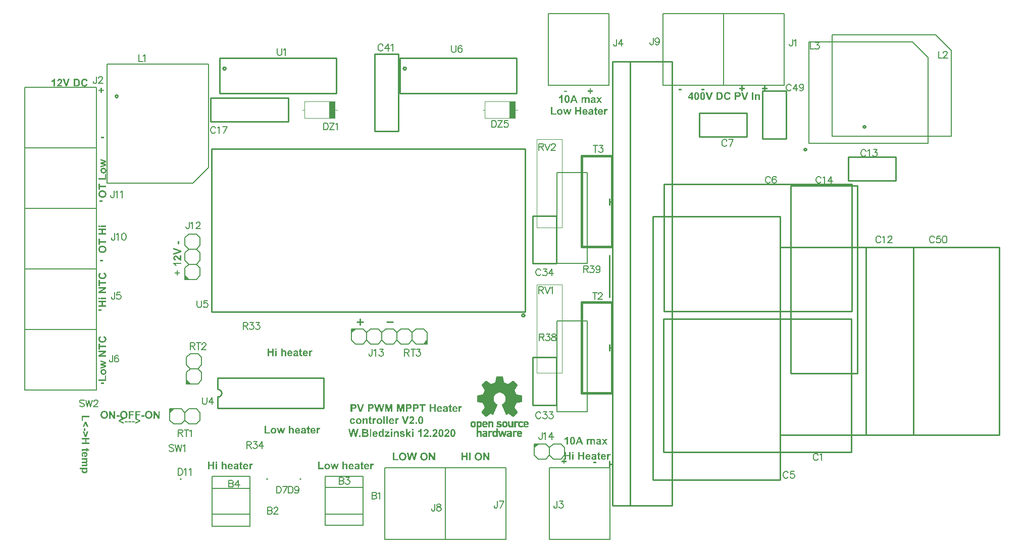
<source format=gto>
G04 Layer_Color=65535*
%FSLAX25Y25*%
%MOIN*%
G70*
G01*
G75*
%ADD12C,0.01500*%
%ADD19C,0.01000*%
%ADD85C,0.00800*%
%ADD90C,0.00787*%
%ADD91C,0.00394*%
%ADD92C,0.00100*%
%ADD93R,0.03937X0.11024*%
G36*
X172602Y360384D02*
X172689D01*
X172791Y360370D01*
X172908Y360355D01*
X173046Y360333D01*
X173185Y360311D01*
X173338Y360275D01*
X173498Y360231D01*
X173659Y360173D01*
X173819Y360107D01*
X173972Y360034D01*
X174125Y359940D01*
X174271Y359838D01*
X174409Y359721D01*
X174417Y359714D01*
X174439Y359692D01*
X174475Y359655D01*
X174519Y359597D01*
X174570Y359531D01*
X174628Y359451D01*
X174687Y359356D01*
X174752Y359254D01*
X174818Y359130D01*
X174876Y358999D01*
X174934Y358853D01*
X174985Y358693D01*
X175029Y358525D01*
X175066Y358343D01*
X175087Y358154D01*
X175095Y357949D01*
Y357935D01*
Y357898D01*
X175087Y357840D01*
X175080Y357767D01*
X175073Y357672D01*
X175058Y357563D01*
X175036Y357439D01*
X175007Y357308D01*
X174971Y357162D01*
X174927Y357024D01*
X174869Y356871D01*
X174803Y356725D01*
X174730Y356572D01*
X174636Y356433D01*
X174533Y356295D01*
X174409Y356163D01*
X174402Y356156D01*
X174380Y356134D01*
X174337Y356105D01*
X174286Y356061D01*
X174213Y356010D01*
X174125Y355952D01*
X174030Y355894D01*
X173914Y355835D01*
X173790Y355770D01*
X173644Y355711D01*
X173491Y355653D01*
X173323Y355602D01*
X173141Y355558D01*
X172944Y355529D01*
X172733Y355507D01*
X172514Y355500D01*
X172441D01*
X172383Y355507D01*
X172317D01*
X172244Y355515D01*
X172157Y355522D01*
X172062Y355529D01*
X171858Y355558D01*
X171639Y355595D01*
X171421Y355653D01*
X171216Y355726D01*
X171209D01*
X171202Y355733D01*
X171180Y355748D01*
X171151Y355755D01*
X171078Y355799D01*
X170983Y355850D01*
X170874Y355915D01*
X170765Y355996D01*
X170641Y356090D01*
X170524Y356192D01*
X170517Y356200D01*
X170509Y356207D01*
X170473Y356244D01*
X170415Y356309D01*
X170349Y356389D01*
X170276Y356484D01*
X170196Y356593D01*
X170123Y356717D01*
X170065Y356849D01*
Y356856D01*
X170057Y356871D01*
X170043Y356900D01*
X170036Y356936D01*
X170014Y356980D01*
X169999Y357031D01*
X169984Y357097D01*
X169963Y357162D01*
X169926Y357323D01*
X169890Y357505D01*
X169868Y357716D01*
X169860Y357935D01*
Y357949D01*
Y357986D01*
X169868Y358044D01*
Y358117D01*
X169882Y358212D01*
X169897Y358321D01*
X169919Y358445D01*
X169948Y358576D01*
X169984Y358715D01*
X170028Y358861D01*
X170087Y359007D01*
X170152Y359160D01*
X170232Y359305D01*
X170327Y359451D01*
X170437Y359590D01*
X170560Y359721D01*
X170568Y359728D01*
X170590Y359750D01*
X170633Y359787D01*
X170684Y359823D01*
X170757Y359874D01*
X170845Y359932D01*
X170947Y359991D01*
X171063Y360056D01*
X171187Y360122D01*
X171333Y360180D01*
X171493Y360239D01*
X171661Y360290D01*
X171851Y360333D01*
X172048Y360362D01*
X172259Y360384D01*
X172485Y360392D01*
X172536D01*
X172602Y360384D01*
D02*
G37*
G36*
X170808Y363351D02*
X175000D01*
Y362331D01*
X170808D01*
Y360836D01*
X169955D01*
Y364839D01*
X170808D01*
Y363351D01*
D02*
G37*
G36*
X175000Y370474D02*
X172791D01*
Y368483D01*
X175000D01*
Y367463D01*
X169955D01*
Y368483D01*
X171938D01*
Y370474D01*
X169955D01*
Y371494D01*
X175000D01*
Y370474D01*
D02*
G37*
G36*
X160885Y470632D02*
X160965Y470625D01*
X161052Y470610D01*
X161154Y470596D01*
X161264Y470574D01*
X161380Y470545D01*
X161504Y470508D01*
X161628Y470465D01*
X161759Y470406D01*
X161883Y470348D01*
X162000Y470275D01*
X162124Y470188D01*
X162233Y470093D01*
X162241D01*
X162248Y470078D01*
X162270Y470056D01*
X162292Y470034D01*
X162321Y469998D01*
X162350Y469954D01*
X162430Y469852D01*
X162510Y469721D01*
X162598Y469560D01*
X162678Y469378D01*
X162751Y469167D01*
X161745Y468926D01*
Y468934D01*
X161738Y468941D01*
Y468963D01*
X161723Y468992D01*
X161701Y469058D01*
X161665Y469145D01*
X161614Y469247D01*
X161548Y469349D01*
X161460Y469451D01*
X161366Y469539D01*
X161351Y469546D01*
X161315Y469575D01*
X161256Y469612D01*
X161176Y469655D01*
X161074Y469699D01*
X160958Y469735D01*
X160826Y469765D01*
X160680Y469772D01*
X160629D01*
X160586Y469765D01*
X160542Y469757D01*
X160484Y469750D01*
X160360Y469721D01*
X160214Y469670D01*
X160061Y469597D01*
X159981Y469553D01*
X159908Y469502D01*
X159835Y469437D01*
X159769Y469364D01*
Y469356D01*
X159755Y469342D01*
X159740Y469320D01*
X159718Y469283D01*
X159689Y469240D01*
X159660Y469189D01*
X159631Y469123D01*
X159601Y469050D01*
X159565Y468963D01*
X159536Y468868D01*
X159507Y468759D01*
X159478Y468642D01*
X159456Y468511D01*
X159441Y468372D01*
X159434Y468219D01*
X159427Y468051D01*
Y468044D01*
Y468008D01*
Y467957D01*
X159434Y467898D01*
Y467818D01*
X159449Y467723D01*
X159456Y467629D01*
X159470Y467519D01*
X159514Y467293D01*
X159572Y467067D01*
X159609Y466958D01*
X159660Y466856D01*
X159711Y466761D01*
X159769Y466681D01*
X159776Y466674D01*
X159784Y466666D01*
X159806Y466644D01*
X159835Y466615D01*
X159908Y466557D01*
X160010Y466484D01*
X160134Y466404D01*
X160287Y466346D01*
X160462Y466295D01*
X160556Y466287D01*
X160659Y466280D01*
X160695D01*
X160724Y466287D01*
X160804Y466295D01*
X160899Y466309D01*
X161001Y466346D01*
X161118Y466389D01*
X161234Y466448D01*
X161351Y466535D01*
X161366Y466550D01*
X161402Y466586D01*
X161453Y466644D01*
X161512Y466732D01*
X161584Y466849D01*
X161650Y466987D01*
X161716Y467155D01*
X161774Y467352D01*
X162765Y467045D01*
Y467038D01*
X162758Y467009D01*
X162743Y466965D01*
X162722Y466907D01*
X162692Y466841D01*
X162663Y466761D01*
X162627Y466674D01*
X162583Y466579D01*
X162481Y466382D01*
X162350Y466178D01*
X162189Y465981D01*
X162102Y465894D01*
X162007Y465813D01*
X162000Y465806D01*
X161985Y465799D01*
X161956Y465777D01*
X161913Y465748D01*
X161861Y465719D01*
X161796Y465690D01*
X161723Y465653D01*
X161643Y465617D01*
X161548Y465573D01*
X161446Y465536D01*
X161337Y465507D01*
X161220Y465478D01*
X161096Y465449D01*
X160958Y465427D01*
X160819Y465420D01*
X160666Y465413D01*
X160622D01*
X160571Y465420D01*
X160498Y465427D01*
X160418Y465434D01*
X160316Y465449D01*
X160207Y465471D01*
X160083Y465500D01*
X159959Y465536D01*
X159827Y465580D01*
X159689Y465638D01*
X159550Y465704D01*
X159412Y465777D01*
X159274Y465872D01*
X159142Y465974D01*
X159018Y466098D01*
X159011Y466105D01*
X158989Y466127D01*
X158960Y466171D01*
X158916Y466222D01*
X158872Y466295D01*
X158814Y466375D01*
X158756Y466477D01*
X158698Y466594D01*
X158639Y466717D01*
X158581Y466856D01*
X158523Y467016D01*
X158479Y467184D01*
X158435Y467359D01*
X158406Y467556D01*
X158384Y467760D01*
X158377Y467979D01*
Y467986D01*
Y467993D01*
Y468037D01*
X158384Y468103D01*
Y468190D01*
X158399Y468292D01*
X158413Y468416D01*
X158428Y468547D01*
X158457Y468700D01*
X158493Y468853D01*
X158537Y469014D01*
X158588Y469174D01*
X158654Y469342D01*
X158727Y469502D01*
X158814Y469655D01*
X158909Y469801D01*
X159026Y469940D01*
X159033Y469947D01*
X159055Y469969D01*
X159091Y470005D01*
X159142Y470049D01*
X159208Y470100D01*
X159288Y470158D01*
X159376Y470224D01*
X159485Y470290D01*
X159601Y470355D01*
X159725Y470421D01*
X159871Y470479D01*
X160017Y470530D01*
X160185Y470574D01*
X160352Y470610D01*
X160542Y470632D01*
X160731Y470640D01*
X160819D01*
X160885Y470632D01*
D02*
G37*
G36*
X144453Y470567D02*
X144518Y470559D01*
X144591Y470552D01*
X144672Y470537D01*
X144759Y470523D01*
X144949Y470472D01*
X145138Y470399D01*
X145240Y470355D01*
X145328Y470304D01*
X145422Y470238D01*
X145503Y470166D01*
X145510Y470158D01*
X145525Y470151D01*
X145539Y470122D01*
X145568Y470093D01*
X145605Y470056D01*
X145641Y470005D01*
X145678Y469954D01*
X145721Y469889D01*
X145794Y469743D01*
X145867Y469575D01*
X145896Y469480D01*
X145911Y469378D01*
X145925Y469269D01*
X145933Y469160D01*
Y469145D01*
Y469101D01*
X145925Y469036D01*
X145918Y468956D01*
X145904Y468853D01*
X145882Y468744D01*
X145853Y468627D01*
X145809Y468511D01*
X145802Y468496D01*
X145787Y468460D01*
X145758Y468394D01*
X145714Y468314D01*
X145663Y468219D01*
X145598Y468110D01*
X145517Y467993D01*
X145422Y467869D01*
X145415Y467862D01*
X145386Y467826D01*
X145342Y467774D01*
X145277Y467702D01*
X145189Y467614D01*
X145080Y467497D01*
X144949Y467374D01*
X144788Y467220D01*
X144781Y467213D01*
X144766Y467206D01*
X144745Y467184D01*
X144715Y467155D01*
X144635Y467082D01*
X144540Y466994D01*
X144446Y466900D01*
X144351Y466805D01*
X144263Y466725D01*
X144234Y466688D01*
X144205Y466659D01*
X144198Y466652D01*
X144183Y466637D01*
X144161Y466608D01*
X144132Y466572D01*
X144067Y466491D01*
X144008Y466397D01*
X145933D01*
Y465500D01*
X142543D01*
Y465507D01*
Y465522D01*
X142550Y465551D01*
X142558Y465588D01*
X142565Y465631D01*
X142572Y465682D01*
X142601Y465813D01*
X142645Y465959D01*
X142703Y466120D01*
X142776Y466295D01*
X142871Y466462D01*
Y466470D01*
X142886Y466484D01*
X142900Y466513D01*
X142929Y466542D01*
X142958Y466594D01*
X143002Y466644D01*
X143053Y466710D01*
X143112Y466783D01*
X143177Y466870D01*
X143257Y466958D01*
X143345Y467060D01*
X143447Y467169D01*
X143556Y467279D01*
X143680Y467403D01*
X143811Y467534D01*
X143957Y467672D01*
X143965Y467680D01*
X143986Y467702D01*
X144016Y467731D01*
X144059Y467774D01*
X144118Y467818D01*
X144176Y467876D01*
X144307Y468008D01*
X144438Y468146D01*
X144570Y468285D01*
X144628Y468343D01*
X144686Y468409D01*
X144730Y468460D01*
X144759Y468504D01*
X144766Y468518D01*
X144788Y468554D01*
X144825Y468613D01*
X144861Y468693D01*
X144898Y468781D01*
X144934Y468883D01*
X144956Y468985D01*
X144963Y469094D01*
Y469101D01*
Y469109D01*
Y469145D01*
X144956Y469211D01*
X144941Y469283D01*
X144920Y469364D01*
X144890Y469444D01*
X144847Y469524D01*
X144788Y469597D01*
X144781Y469604D01*
X144759Y469626D01*
X144715Y469655D01*
X144664Y469685D01*
X144591Y469714D01*
X144511Y469743D01*
X144416Y469765D01*
X144307Y469772D01*
X144256D01*
X144198Y469765D01*
X144132Y469750D01*
X144052Y469728D01*
X143972Y469692D01*
X143892Y469648D01*
X143819Y469590D01*
X143811Y469582D01*
X143790Y469553D01*
X143760Y469510D01*
X143731Y469444D01*
X143695Y469364D01*
X143666Y469254D01*
X143636Y469130D01*
X143622Y468985D01*
X142660Y469079D01*
Y469087D01*
X142667Y469116D01*
Y469152D01*
X142681Y469211D01*
X142689Y469276D01*
X142711Y469349D01*
X142733Y469429D01*
X142754Y469524D01*
X142827Y469706D01*
X142915Y469896D01*
X142973Y469991D01*
X143039Y470078D01*
X143112Y470151D01*
X143192Y470224D01*
X143199Y470231D01*
X143214Y470238D01*
X143236Y470253D01*
X143272Y470282D01*
X143316Y470304D01*
X143374Y470333D01*
X143432Y470370D01*
X143505Y470399D01*
X143585Y470435D01*
X143673Y470465D01*
X143862Y470523D01*
X144088Y470559D01*
X144205Y470567D01*
X144329Y470574D01*
X144402D01*
X144453Y470567D01*
D02*
G37*
G36*
X155541Y470537D02*
X155680Y470530D01*
X155833Y470523D01*
X155993Y470501D01*
X156146Y470479D01*
X156285Y470443D01*
X156292D01*
X156307Y470435D01*
X156328Y470428D01*
X156358Y470421D01*
X156445Y470384D01*
X156547Y470333D01*
X156664Y470268D01*
X156795Y470188D01*
X156919Y470093D01*
X157043Y469976D01*
X157050D01*
X157057Y469962D01*
X157094Y469918D01*
X157152Y469845D01*
X157218Y469750D01*
X157298Y469633D01*
X157378Y469495D01*
X157458Y469335D01*
X157524Y469160D01*
Y469152D01*
X157531Y469138D01*
X157538Y469109D01*
X157553Y469072D01*
X157560Y469028D01*
X157575Y468970D01*
X157589Y468904D01*
X157611Y468831D01*
X157626Y468751D01*
X157641Y468657D01*
X157655Y468562D01*
X157662Y468453D01*
X157684Y468226D01*
X157692Y467971D01*
Y467964D01*
Y467942D01*
Y467913D01*
Y467869D01*
X157684Y467811D01*
Y467753D01*
X157677Y467680D01*
X157670Y467599D01*
X157655Y467432D01*
X157626Y467257D01*
X157582Y467075D01*
X157531Y466900D01*
Y466892D01*
X157524Y466878D01*
X157509Y466849D01*
X157495Y466805D01*
X157480Y466761D01*
X157451Y466710D01*
X157393Y466579D01*
X157320Y466440D01*
X157225Y466287D01*
X157116Y466142D01*
X156992Y466003D01*
X156977Y465988D01*
X156941Y465959D01*
X156882Y465915D01*
X156802Y465857D01*
X156700Y465792D01*
X156583Y465726D01*
X156438Y465660D01*
X156277Y465602D01*
X156270D01*
X156263Y465595D01*
X156241D01*
X156219Y465588D01*
X156139Y465573D01*
X156037Y465551D01*
X155913Y465529D01*
X155760Y465515D01*
X155578Y465507D01*
X155381Y465500D01*
X153471D01*
Y470545D01*
X155483D01*
X155541Y470537D01*
D02*
G37*
G36*
X149199Y465500D02*
X148098D01*
X146290Y470545D01*
X147391D01*
X148674Y466812D01*
X149906Y470545D01*
X150992D01*
X149199Y465500D01*
D02*
G37*
G36*
X175000Y403985D02*
X169992D01*
Y405005D01*
X174147D01*
Y407542D01*
X175000D01*
Y403985D01*
D02*
G37*
G36*
X173301Y411807D02*
X173374Y411800D01*
X173454Y411785D01*
X173549Y411770D01*
X173644Y411749D01*
X173753Y411719D01*
X173863Y411683D01*
X173979Y411639D01*
X174096Y411588D01*
X174213Y411523D01*
X174322Y411450D01*
X174431Y411370D01*
X174541Y411275D01*
X174548Y411268D01*
X174563Y411253D01*
X174592Y411224D01*
X174628Y411180D01*
X174665Y411129D01*
X174708Y411063D01*
X174759Y410990D01*
X174811Y410910D01*
X174862Y410815D01*
X174913Y410713D01*
X174956Y410604D01*
X174993Y410480D01*
X175029Y410356D01*
X175058Y410218D01*
X175073Y410079D01*
X175080Y409926D01*
Y409919D01*
Y409904D01*
Y409875D01*
X175073Y409839D01*
Y409795D01*
X175066Y409744D01*
X175051Y409620D01*
X175022Y409467D01*
X174985Y409306D01*
X174927Y409139D01*
X174854Y408964D01*
Y408956D01*
X174847Y408942D01*
X174832Y408920D01*
X174811Y408891D01*
X174759Y408811D01*
X174687Y408709D01*
X174592Y408599D01*
X174475Y408483D01*
X174344Y408373D01*
X174191Y408271D01*
X174183D01*
X174169Y408264D01*
X174147Y408249D01*
X174111Y408235D01*
X174067Y408220D01*
X174016Y408198D01*
X173958Y408177D01*
X173892Y408155D01*
X173819Y408133D01*
X173739Y408111D01*
X173557Y408074D01*
X173345Y408045D01*
X173119Y408038D01*
X173068D01*
X173039Y408045D01*
X172995D01*
X172944Y408053D01*
X172820Y408067D01*
X172682Y408096D01*
X172529Y408140D01*
X172361Y408191D01*
X172193Y408271D01*
X172186D01*
X172171Y408286D01*
X172150Y408293D01*
X172120Y408315D01*
X172040Y408373D01*
X171938Y408446D01*
X171829Y408541D01*
X171712Y408658D01*
X171603Y408789D01*
X171501Y408942D01*
Y408949D01*
X171493Y408964D01*
X171479Y408986D01*
X171464Y409022D01*
X171442Y409059D01*
X171428Y409110D01*
X171406Y409168D01*
X171377Y409226D01*
X171333Y409372D01*
X171297Y409540D01*
X171267Y409722D01*
X171260Y409919D01*
Y409926D01*
Y409955D01*
Y409999D01*
X171267Y410057D01*
X171275Y410130D01*
X171289Y410210D01*
X171304Y410305D01*
X171326Y410400D01*
X171355Y410509D01*
X171391Y410619D01*
X171435Y410728D01*
X171486Y410845D01*
X171552Y410961D01*
X171625Y411071D01*
X171705Y411180D01*
X171800Y411282D01*
X171807Y411289D01*
X171822Y411304D01*
X171858Y411333D01*
X171895Y411362D01*
X171953Y411406D01*
X172011Y411450D01*
X172091Y411501D01*
X172171Y411552D01*
X172266Y411595D01*
X172368Y411647D01*
X172485Y411690D01*
X172602Y411734D01*
X172733Y411763D01*
X172864Y411792D01*
X173010Y411807D01*
X173163Y411814D01*
X173243D01*
X173301Y411807D01*
D02*
G37*
G36*
X175000Y416363D02*
Y415430D01*
X172653Y414803D01*
X175000Y414184D01*
Y413243D01*
X171340Y412091D01*
Y413024D01*
X173739Y413710D01*
X171340Y414344D01*
Y415277D01*
X173739Y415882D01*
X171340Y416582D01*
Y417537D01*
X175000Y416363D01*
D02*
G37*
G36*
X170808Y399851D02*
X175000D01*
Y398831D01*
X170808D01*
Y397336D01*
X169955D01*
Y401338D01*
X170808D01*
Y399851D01*
D02*
G37*
G36*
X170852Y372537D02*
X169955D01*
Y373506D01*
X170852D01*
Y372537D01*
D02*
G37*
G36*
X175000D02*
X171340D01*
Y373506D01*
X175000D01*
Y372537D01*
D02*
G37*
G36*
X172602Y396884D02*
X172689D01*
X172791Y396870D01*
X172908Y396855D01*
X173046Y396833D01*
X173185Y396811D01*
X173338Y396775D01*
X173498Y396731D01*
X173659Y396673D01*
X173819Y396607D01*
X173972Y396534D01*
X174125Y396440D01*
X174271Y396338D01*
X174409Y396221D01*
X174417Y396214D01*
X174439Y396192D01*
X174475Y396155D01*
X174519Y396097D01*
X174570Y396031D01*
X174628Y395951D01*
X174687Y395856D01*
X174752Y395754D01*
X174818Y395630D01*
X174876Y395499D01*
X174934Y395353D01*
X174985Y395193D01*
X175029Y395025D01*
X175066Y394843D01*
X175087Y394654D01*
X175095Y394449D01*
Y394435D01*
Y394398D01*
X175087Y394340D01*
X175080Y394267D01*
X175073Y394172D01*
X175058Y394063D01*
X175036Y393939D01*
X175007Y393808D01*
X174971Y393662D01*
X174927Y393524D01*
X174869Y393371D01*
X174803Y393225D01*
X174730Y393072D01*
X174636Y392933D01*
X174533Y392795D01*
X174409Y392663D01*
X174402Y392656D01*
X174380Y392634D01*
X174337Y392605D01*
X174286Y392561D01*
X174213Y392510D01*
X174125Y392452D01*
X174030Y392394D01*
X173914Y392335D01*
X173790Y392270D01*
X173644Y392211D01*
X173491Y392153D01*
X173323Y392102D01*
X173141Y392058D01*
X172944Y392029D01*
X172733Y392007D01*
X172514Y392000D01*
X172441D01*
X172383Y392007D01*
X172317D01*
X172244Y392015D01*
X172157Y392022D01*
X172062Y392029D01*
X171858Y392058D01*
X171639Y392095D01*
X171421Y392153D01*
X171216Y392226D01*
X171209D01*
X171202Y392233D01*
X171180Y392248D01*
X171151Y392255D01*
X171078Y392299D01*
X170983Y392350D01*
X170874Y392415D01*
X170765Y392496D01*
X170641Y392590D01*
X170524Y392692D01*
X170517Y392700D01*
X170509Y392707D01*
X170473Y392744D01*
X170415Y392809D01*
X170349Y392889D01*
X170276Y392984D01*
X170196Y393093D01*
X170123Y393217D01*
X170065Y393349D01*
Y393356D01*
X170057Y393371D01*
X170043Y393400D01*
X170036Y393436D01*
X170014Y393480D01*
X169999Y393531D01*
X169984Y393597D01*
X169963Y393662D01*
X169926Y393823D01*
X169890Y394005D01*
X169868Y394216D01*
X169860Y394435D01*
Y394449D01*
Y394486D01*
X169868Y394544D01*
Y394617D01*
X169882Y394712D01*
X169897Y394821D01*
X169919Y394945D01*
X169948Y395076D01*
X169984Y395215D01*
X170028Y395361D01*
X170087Y395507D01*
X170152Y395660D01*
X170232Y395805D01*
X170327Y395951D01*
X170437Y396090D01*
X170560Y396221D01*
X170568Y396228D01*
X170590Y396250D01*
X170633Y396287D01*
X170684Y396323D01*
X170757Y396374D01*
X170845Y396432D01*
X170947Y396491D01*
X171063Y396556D01*
X171187Y396622D01*
X171333Y396680D01*
X171493Y396739D01*
X171661Y396790D01*
X171851Y396833D01*
X172048Y396862D01*
X172259Y396884D01*
X172485Y396892D01*
X172536D01*
X172602Y396884D01*
D02*
G37*
G36*
X141216Y465500D02*
X140247D01*
Y469152D01*
X140239Y469145D01*
X140225Y469130D01*
X140196Y469109D01*
X140152Y469072D01*
X140101Y469028D01*
X140042Y468985D01*
X139970Y468934D01*
X139889Y468875D01*
X139802Y468817D01*
X139707Y468759D01*
X139605Y468693D01*
X139496Y468635D01*
X139262Y468525D01*
X139000Y468423D01*
Y469298D01*
X139007D01*
X139015Y469305D01*
X139036Y469313D01*
X139066Y469320D01*
X139138Y469356D01*
X139241Y469400D01*
X139365Y469458D01*
X139503Y469539D01*
X139656Y469641D01*
X139816Y469757D01*
X139824Y469765D01*
X139838Y469772D01*
X139860Y469794D01*
X139889Y469823D01*
X139970Y469896D01*
X140057Y469991D01*
X140159Y470107D01*
X140261Y470253D01*
X140356Y470406D01*
X140429Y470574D01*
X141216D01*
Y465500D01*
D02*
G37*
G36*
X170808Y294284D02*
X175000D01*
Y293264D01*
X170808D01*
Y291769D01*
X169955D01*
Y295771D01*
X170808D01*
Y294284D01*
D02*
G37*
G36*
X173491Y300634D02*
X173535Y300619D01*
X173593Y300597D01*
X173659Y300568D01*
X173739Y300539D01*
X173826Y300503D01*
X173921Y300459D01*
X174118Y300357D01*
X174322Y300226D01*
X174519Y300065D01*
X174606Y299978D01*
X174687Y299883D01*
X174694Y299876D01*
X174701Y299861D01*
X174723Y299832D01*
X174752Y299788D01*
X174781Y299737D01*
X174811Y299672D01*
X174847Y299599D01*
X174883Y299518D01*
X174927Y299424D01*
X174964Y299322D01*
X174993Y299212D01*
X175022Y299096D01*
X175051Y298972D01*
X175073Y298833D01*
X175080Y298695D01*
X175087Y298542D01*
Y298527D01*
Y298498D01*
X175080Y298447D01*
X175073Y298374D01*
X175066Y298294D01*
X175051Y298192D01*
X175029Y298082D01*
X175000Y297958D01*
X174964Y297834D01*
X174920Y297703D01*
X174862Y297565D01*
X174796Y297426D01*
X174723Y297288D01*
X174628Y297149D01*
X174526Y297018D01*
X174402Y296894D01*
X174395Y296887D01*
X174373Y296865D01*
X174329Y296836D01*
X174278Y296792D01*
X174205Y296748D01*
X174125Y296690D01*
X174023Y296632D01*
X173907Y296573D01*
X173783Y296515D01*
X173644Y296457D01*
X173484Y296398D01*
X173316Y296355D01*
X173141Y296311D01*
X172944Y296282D01*
X172740Y296260D01*
X172521Y296253D01*
X172463D01*
X172397Y296260D01*
X172310D01*
X172208Y296274D01*
X172084Y296289D01*
X171953Y296304D01*
X171800Y296333D01*
X171647Y296369D01*
X171486Y296413D01*
X171326Y296464D01*
X171158Y296530D01*
X170998Y296603D01*
X170845Y296690D01*
X170699Y296785D01*
X170560Y296901D01*
X170553Y296909D01*
X170531Y296931D01*
X170495Y296967D01*
X170451Y297018D01*
X170400Y297084D01*
X170342Y297164D01*
X170276Y297251D01*
X170211Y297361D01*
X170145Y297477D01*
X170079Y297601D01*
X170021Y297747D01*
X169970Y297893D01*
X169926Y298060D01*
X169890Y298228D01*
X169868Y298418D01*
X169860Y298607D01*
Y298615D01*
Y298651D01*
Y298695D01*
X169868Y298760D01*
X169875Y298840D01*
X169890Y298928D01*
X169904Y299030D01*
X169926Y299139D01*
X169955Y299256D01*
X169992Y299380D01*
X170036Y299504D01*
X170094Y299635D01*
X170152Y299759D01*
X170225Y299876D01*
X170312Y300000D01*
X170407Y300109D01*
Y300116D01*
X170422Y300124D01*
X170444Y300145D01*
X170466Y300167D01*
X170502Y300197D01*
X170546Y300226D01*
X170648Y300306D01*
X170779Y300386D01*
X170940Y300473D01*
X171122Y300554D01*
X171333Y300627D01*
X171574Y299621D01*
X171566D01*
X171559Y299613D01*
X171537D01*
X171508Y299599D01*
X171442Y299577D01*
X171355Y299540D01*
X171253Y299489D01*
X171151Y299424D01*
X171049Y299336D01*
X170961Y299241D01*
X170954Y299227D01*
X170925Y299190D01*
X170888Y299132D01*
X170845Y299052D01*
X170801Y298950D01*
X170765Y298833D01*
X170735Y298702D01*
X170728Y298556D01*
Y298549D01*
Y298534D01*
Y298505D01*
X170735Y298461D01*
X170743Y298418D01*
X170750Y298359D01*
X170779Y298235D01*
X170830Y298090D01*
X170903Y297937D01*
X170947Y297856D01*
X170998Y297783D01*
X171063Y297711D01*
X171136Y297645D01*
X171144D01*
X171158Y297630D01*
X171180Y297616D01*
X171216Y297594D01*
X171260Y297565D01*
X171311Y297536D01*
X171377Y297506D01*
X171450Y297477D01*
X171537Y297441D01*
X171632Y297412D01*
X171741Y297382D01*
X171858Y297353D01*
X171989Y297332D01*
X172128Y297317D01*
X172281Y297310D01*
X172449Y297302D01*
X172543D01*
X172602Y297310D01*
X172682D01*
X172776Y297324D01*
X172871Y297332D01*
X172981Y297346D01*
X173207Y297390D01*
X173433Y297448D01*
X173542Y297485D01*
X173644Y297536D01*
X173739Y297587D01*
X173819Y297645D01*
X173826Y297652D01*
X173834Y297659D01*
X173855Y297681D01*
X173885Y297711D01*
X173943Y297783D01*
X174016Y297885D01*
X174096Y298009D01*
X174154Y298163D01*
X174205Y298338D01*
X174213Y298432D01*
X174220Y298534D01*
Y298542D01*
Y298549D01*
Y298571D01*
X174213Y298600D01*
X174205Y298680D01*
X174191Y298775D01*
X174154Y298877D01*
X174111Y298994D01*
X174052Y299110D01*
X173965Y299227D01*
X173950Y299241D01*
X173914Y299278D01*
X173855Y299329D01*
X173768Y299387D01*
X173651Y299460D01*
X173513Y299526D01*
X173345Y299591D01*
X173148Y299650D01*
X173454Y300641D01*
X173462D01*
X173491Y300634D01*
D02*
G37*
G36*
X175000Y323011D02*
X172791D01*
Y321021D01*
X175000D01*
Y320000D01*
X169955D01*
Y321021D01*
X171938D01*
Y323011D01*
X169955D01*
Y324031D01*
X175000D01*
Y323011D01*
D02*
G37*
G36*
Y290027D02*
X171676Y287978D01*
X175000D01*
Y287038D01*
X169955D01*
Y288022D01*
X173353Y290107D01*
X169955D01*
Y291048D01*
X175000D01*
Y290027D01*
D02*
G37*
G36*
Y271000D02*
X169992D01*
Y272021D01*
X174147D01*
Y274557D01*
X175000D01*
Y271000D01*
D02*
G37*
G36*
X173301Y278822D02*
X173374Y278815D01*
X173454Y278800D01*
X173549Y278786D01*
X173644Y278764D01*
X173753Y278735D01*
X173863Y278698D01*
X173979Y278655D01*
X174096Y278604D01*
X174213Y278538D01*
X174322Y278465D01*
X174431Y278385D01*
X174541Y278290D01*
X174548Y278283D01*
X174563Y278268D01*
X174592Y278239D01*
X174628Y278195D01*
X174665Y278144D01*
X174708Y278079D01*
X174759Y278006D01*
X174811Y277925D01*
X174862Y277831D01*
X174913Y277729D01*
X174956Y277619D01*
X174993Y277495D01*
X175029Y277372D01*
X175058Y277233D01*
X175073Y277094D01*
X175080Y276941D01*
Y276934D01*
Y276920D01*
Y276890D01*
X175073Y276854D01*
Y276810D01*
X175066Y276759D01*
X175051Y276635D01*
X175022Y276482D01*
X174985Y276322D01*
X174927Y276154D01*
X174854Y275979D01*
Y275972D01*
X174847Y275957D01*
X174832Y275935D01*
X174811Y275906D01*
X174759Y275826D01*
X174687Y275724D01*
X174592Y275615D01*
X174475Y275498D01*
X174344Y275389D01*
X174191Y275287D01*
X174183D01*
X174169Y275279D01*
X174147Y275265D01*
X174111Y275250D01*
X174067Y275236D01*
X174016Y275214D01*
X173958Y275192D01*
X173892Y275170D01*
X173819Y275148D01*
X173739Y275126D01*
X173557Y275090D01*
X173345Y275061D01*
X173119Y275053D01*
X173068D01*
X173039Y275061D01*
X172995D01*
X172944Y275068D01*
X172820Y275082D01*
X172682Y275112D01*
X172529Y275155D01*
X172361Y275206D01*
X172193Y275287D01*
X172186D01*
X172171Y275301D01*
X172150Y275308D01*
X172120Y275330D01*
X172040Y275389D01*
X171938Y275462D01*
X171829Y275556D01*
X171712Y275673D01*
X171603Y275804D01*
X171501Y275957D01*
Y275964D01*
X171493Y275979D01*
X171479Y276001D01*
X171464Y276037D01*
X171442Y276074D01*
X171428Y276125D01*
X171406Y276183D01*
X171377Y276241D01*
X171333Y276387D01*
X171297Y276555D01*
X171267Y276737D01*
X171260Y276934D01*
Y276941D01*
Y276971D01*
Y277014D01*
X171267Y277073D01*
X171275Y277146D01*
X171289Y277226D01*
X171304Y277320D01*
X171326Y277415D01*
X171355Y277524D01*
X171391Y277634D01*
X171435Y277743D01*
X171486Y277860D01*
X171552Y277976D01*
X171625Y278086D01*
X171705Y278195D01*
X171800Y278297D01*
X171807Y278305D01*
X171822Y278319D01*
X171858Y278348D01*
X171895Y278378D01*
X171953Y278421D01*
X172011Y278465D01*
X172091Y278516D01*
X172171Y278567D01*
X172266Y278611D01*
X172368Y278662D01*
X172485Y278706D01*
X172602Y278749D01*
X172733Y278778D01*
X172864Y278808D01*
X173010Y278822D01*
X173163Y278830D01*
X173243D01*
X173301Y278822D01*
D02*
G37*
G36*
X175000Y283378D02*
Y282445D01*
X172653Y281818D01*
X175000Y281199D01*
Y280258D01*
X171340Y279106D01*
Y280040D01*
X173739Y280725D01*
X171340Y281359D01*
Y282292D01*
X173739Y282897D01*
X171340Y283597D01*
Y284552D01*
X175000Y283378D01*
D02*
G37*
G36*
X173491Y342606D02*
X173535Y342592D01*
X173593Y342570D01*
X173659Y342541D01*
X173739Y342512D01*
X173826Y342475D01*
X173921Y342431D01*
X174118Y342329D01*
X174322Y342198D01*
X174519Y342038D01*
X174606Y341950D01*
X174687Y341855D01*
X174694Y341848D01*
X174701Y341834D01*
X174723Y341804D01*
X174752Y341761D01*
X174781Y341710D01*
X174811Y341644D01*
X174847Y341571D01*
X174883Y341491D01*
X174927Y341396D01*
X174964Y341294D01*
X174993Y341185D01*
X175022Y341068D01*
X175051Y340944D01*
X175073Y340806D01*
X175080Y340667D01*
X175087Y340514D01*
Y340499D01*
Y340470D01*
X175080Y340419D01*
X175073Y340346D01*
X175066Y340266D01*
X175051Y340164D01*
X175029Y340055D01*
X175000Y339931D01*
X174964Y339807D01*
X174920Y339676D01*
X174862Y339537D01*
X174796Y339399D01*
X174723Y339260D01*
X174628Y339122D01*
X174526Y338990D01*
X174402Y338866D01*
X174395Y338859D01*
X174373Y338837D01*
X174329Y338808D01*
X174278Y338765D01*
X174205Y338721D01*
X174125Y338662D01*
X174023Y338604D01*
X173907Y338546D01*
X173783Y338487D01*
X173644Y338429D01*
X173484Y338371D01*
X173316Y338327D01*
X173141Y338283D01*
X172944Y338254D01*
X172740Y338232D01*
X172521Y338225D01*
X172463D01*
X172397Y338232D01*
X172310D01*
X172208Y338247D01*
X172084Y338262D01*
X171953Y338276D01*
X171800Y338305D01*
X171647Y338342D01*
X171486Y338385D01*
X171326Y338436D01*
X171158Y338502D01*
X170998Y338575D01*
X170845Y338662D01*
X170699Y338757D01*
X170560Y338874D01*
X170553Y338881D01*
X170531Y338903D01*
X170495Y338939D01*
X170451Y338990D01*
X170400Y339056D01*
X170342Y339136D01*
X170276Y339224D01*
X170211Y339333D01*
X170145Y339450D01*
X170079Y339574D01*
X170021Y339720D01*
X169970Y339865D01*
X169926Y340033D01*
X169890Y340201D01*
X169868Y340390D01*
X169860Y340580D01*
Y340587D01*
Y340623D01*
Y340667D01*
X169868Y340733D01*
X169875Y340813D01*
X169890Y340900D01*
X169904Y341002D01*
X169926Y341112D01*
X169955Y341229D01*
X169992Y341352D01*
X170036Y341476D01*
X170094Y341608D01*
X170152Y341732D01*
X170225Y341848D01*
X170312Y341972D01*
X170407Y342081D01*
Y342089D01*
X170422Y342096D01*
X170444Y342118D01*
X170466Y342140D01*
X170502Y342169D01*
X170546Y342198D01*
X170648Y342278D01*
X170779Y342358D01*
X170940Y342446D01*
X171122Y342526D01*
X171333Y342599D01*
X171574Y341593D01*
X171566D01*
X171559Y341586D01*
X171537D01*
X171508Y341571D01*
X171442Y341549D01*
X171355Y341513D01*
X171253Y341462D01*
X171151Y341396D01*
X171049Y341309D01*
X170961Y341214D01*
X170954Y341199D01*
X170925Y341163D01*
X170888Y341105D01*
X170845Y341024D01*
X170801Y340922D01*
X170765Y340806D01*
X170735Y340674D01*
X170728Y340529D01*
Y340521D01*
Y340507D01*
Y340478D01*
X170735Y340434D01*
X170743Y340390D01*
X170750Y340332D01*
X170779Y340208D01*
X170830Y340062D01*
X170903Y339909D01*
X170947Y339829D01*
X170998Y339756D01*
X171063Y339683D01*
X171136Y339617D01*
X171144D01*
X171158Y339603D01*
X171180Y339588D01*
X171216Y339566D01*
X171260Y339537D01*
X171311Y339508D01*
X171377Y339479D01*
X171450Y339450D01*
X171537Y339413D01*
X171632Y339384D01*
X171741Y339355D01*
X171858Y339326D01*
X171989Y339304D01*
X172128Y339289D01*
X172281Y339282D01*
X172449Y339275D01*
X172543D01*
X172602Y339282D01*
X172682D01*
X172776Y339297D01*
X172871Y339304D01*
X172981Y339318D01*
X173207Y339362D01*
X173433Y339421D01*
X173542Y339457D01*
X173644Y339508D01*
X173739Y339559D01*
X173819Y339617D01*
X173826Y339625D01*
X173834Y339632D01*
X173855Y339654D01*
X173885Y339683D01*
X173943Y339756D01*
X174016Y339858D01*
X174096Y339982D01*
X174154Y340135D01*
X174205Y340310D01*
X174213Y340405D01*
X174220Y340507D01*
Y340514D01*
Y340521D01*
Y340543D01*
X174213Y340572D01*
X174205Y340653D01*
X174191Y340747D01*
X174154Y340849D01*
X174111Y340966D01*
X174052Y341083D01*
X173965Y341199D01*
X173950Y341214D01*
X173914Y341250D01*
X173855Y341301D01*
X173768Y341360D01*
X173651Y341433D01*
X173513Y341498D01*
X173345Y341564D01*
X173148Y341622D01*
X173454Y342614D01*
X173462D01*
X173491Y342606D01*
D02*
G37*
G36*
X173403Y431349D02*
X171500D01*
Y432318D01*
X173403D01*
Y431349D01*
D02*
G37*
G36*
X172202Y463438D02*
X173528D01*
Y462534D01*
X172202D01*
Y461229D01*
X171319D01*
Y462534D01*
X170000D01*
Y463438D01*
X171319D01*
Y464743D01*
X172202D01*
Y463438D01*
D02*
G37*
G36*
X170808Y336257D02*
X175000D01*
Y335236D01*
X170808D01*
Y333742D01*
X169955D01*
Y337744D01*
X170808D01*
Y336257D01*
D02*
G37*
G36*
X170852Y325074D02*
X169955D01*
Y326043D01*
X170852D01*
Y325074D01*
D02*
G37*
G36*
X175000D02*
X171340D01*
Y326043D01*
X175000D01*
Y325074D01*
D02*
G37*
G36*
Y331999D02*
X171676Y329951D01*
X175000D01*
Y329010D01*
X169955D01*
Y329995D01*
X173353Y332080D01*
X169955D01*
Y333020D01*
X175000D01*
Y331999D01*
D02*
G37*
G36*
X349653Y246238D02*
X350316D01*
Y245466D01*
X349653D01*
Y243986D01*
Y243978D01*
Y243964D01*
Y243942D01*
Y243913D01*
Y243840D01*
Y243752D01*
X349660Y243665D01*
Y243578D01*
Y243512D01*
X349667Y243483D01*
Y243468D01*
X349675Y243454D01*
X349689Y243424D01*
X349711Y243388D01*
X349755Y243344D01*
X349769Y243337D01*
X349798Y243322D01*
X349850Y243308D01*
X349915Y243301D01*
X349944D01*
X349974Y243308D01*
X350017Y243315D01*
X350076Y243322D01*
X350141Y243337D01*
X350221Y243359D01*
X350309Y243388D01*
X350396Y242637D01*
X350389D01*
X350382Y242630D01*
X350338Y242615D01*
X350265Y242593D01*
X350170Y242571D01*
X350061Y242542D01*
X349930Y242520D01*
X349784Y242506D01*
X349631Y242498D01*
X349587D01*
X349536Y242506D01*
X349470Y242513D01*
X349398Y242520D01*
X349317Y242535D01*
X349237Y242557D01*
X349157Y242586D01*
X349150Y242593D01*
X349120Y242601D01*
X349084Y242622D01*
X349040Y242644D01*
X348938Y242717D01*
X348887Y242761D01*
X348844Y242812D01*
X348836Y242819D01*
X348829Y242841D01*
X348814Y242870D01*
X348793Y242914D01*
X348771Y242965D01*
X348749Y243031D01*
X348727Y243104D01*
X348712Y243184D01*
Y243191D01*
X348705Y243220D01*
Y243264D01*
X348698Y243337D01*
X348690Y243432D01*
Y243548D01*
X348683Y243614D01*
Y243694D01*
Y243774D01*
Y243869D01*
Y245466D01*
X348238D01*
Y246238D01*
X348683D01*
Y246967D01*
X349653Y247536D01*
Y246238D01*
D02*
G37*
G36*
X355521Y246311D02*
X355594Y246304D01*
X355674Y246289D01*
X355769Y246275D01*
X355864Y246253D01*
X355973Y246224D01*
X356083Y246187D01*
X356192Y246144D01*
X356309Y246093D01*
X356425Y246027D01*
X356535Y245954D01*
X356644Y245874D01*
X356746Y245779D01*
X356753Y245772D01*
X356768Y245757D01*
X356797Y245721D01*
X356826Y245684D01*
X356870Y245626D01*
X356913Y245568D01*
X356965Y245487D01*
X357016Y245407D01*
X357059Y245312D01*
X357110Y245210D01*
X357154Y245094D01*
X357198Y244977D01*
X357227Y244846D01*
X357256Y244715D01*
X357271Y244569D01*
X357278Y244416D01*
Y244408D01*
Y244379D01*
Y244336D01*
X357271Y244277D01*
X357263Y244204D01*
X357249Y244124D01*
X357234Y244029D01*
X357212Y243935D01*
X357183Y243825D01*
X357147Y243716D01*
X357103Y243599D01*
X357052Y243483D01*
X356986Y243366D01*
X356913Y243257D01*
X356833Y243147D01*
X356739Y243038D01*
X356731Y243031D01*
X356717Y243016D01*
X356688Y242987D01*
X356644Y242951D01*
X356593Y242914D01*
X356527Y242870D01*
X356454Y242819D01*
X356374Y242768D01*
X356279Y242717D01*
X356177Y242666D01*
X356068Y242622D01*
X355944Y242586D01*
X355820Y242550D01*
X355681Y242520D01*
X355543Y242506D01*
X355390Y242498D01*
X355339D01*
X355302Y242506D01*
X355259D01*
X355208Y242513D01*
X355084Y242528D01*
X354931Y242557D01*
X354770Y242593D01*
X354603Y242652D01*
X354428Y242724D01*
X354420D01*
X354406Y242732D01*
X354384Y242746D01*
X354355Y242768D01*
X354275Y242819D01*
X354172Y242892D01*
X354063Y242987D01*
X353946Y243104D01*
X353837Y243235D01*
X353735Y243388D01*
Y243395D01*
X353728Y243410D01*
X353713Y243432D01*
X353699Y243468D01*
X353684Y243512D01*
X353662Y243563D01*
X353640Y243621D01*
X353619Y243687D01*
X353597Y243760D01*
X353575Y243840D01*
X353538Y244022D01*
X353509Y244234D01*
X353502Y244460D01*
Y244467D01*
Y244481D01*
Y244511D01*
X353509Y244540D01*
Y244584D01*
X353516Y244635D01*
X353531Y244758D01*
X353560Y244897D01*
X353604Y245050D01*
X353655Y245218D01*
X353735Y245385D01*
Y245393D01*
X353750Y245407D01*
X353757Y245429D01*
X353779Y245458D01*
X353837Y245538D01*
X353910Y245640D01*
X354005Y245750D01*
X354121Y245866D01*
X354253Y245976D01*
X354406Y246078D01*
X354413D01*
X354428Y246085D01*
X354450Y246100D01*
X354486Y246114D01*
X354522Y246136D01*
X354573Y246151D01*
X354632Y246173D01*
X354690Y246202D01*
X354836Y246246D01*
X355004Y246282D01*
X355186Y246311D01*
X355383Y246319D01*
X355463D01*
X355521Y246311D01*
D02*
G37*
G36*
X363482D02*
X363547Y246304D01*
X363628Y246289D01*
X363715Y246275D01*
X363810Y246253D01*
X363912Y246224D01*
X364014Y246187D01*
X364123Y246144D01*
X364233Y246085D01*
X364335Y246027D01*
X364437Y245954D01*
X364539Y245866D01*
X364626Y245772D01*
X364634Y245764D01*
X364648Y245750D01*
X364670Y245713D01*
X364699Y245670D01*
X364736Y245611D01*
X364772Y245546D01*
X364816Y245458D01*
X364860Y245363D01*
X364903Y245254D01*
X364947Y245130D01*
X364984Y244999D01*
X365020Y244846D01*
X365049Y244686D01*
X365071Y244511D01*
X365086Y244328D01*
Y244124D01*
X362665D01*
Y244117D01*
Y244102D01*
Y244080D01*
X362673Y244051D01*
X362680Y243978D01*
X362695Y243876D01*
X362724Y243774D01*
X362767Y243658D01*
X362818Y243548D01*
X362891Y243454D01*
X362899Y243446D01*
X362935Y243417D01*
X362979Y243381D01*
X363044Y243337D01*
X363125Y243293D01*
X363227Y243257D01*
X363336Y243228D01*
X363453Y243220D01*
X363489D01*
X363533Y243228D01*
X363584Y243235D01*
X363642Y243249D01*
X363708Y243271D01*
X363773Y243301D01*
X363832Y243344D01*
X363839Y243352D01*
X363861Y243366D01*
X363890Y243395D01*
X363919Y243439D01*
X363963Y243497D01*
X363999Y243563D01*
X364036Y243650D01*
X364072Y243745D01*
X365035Y243585D01*
Y243578D01*
X365027Y243563D01*
X365013Y243534D01*
X364998Y243497D01*
X364976Y243454D01*
X364954Y243403D01*
X364889Y243286D01*
X364809Y243155D01*
X364707Y243016D01*
X364583Y242892D01*
X364444Y242776D01*
X364437D01*
X364429Y242761D01*
X364400Y242754D01*
X364371Y242732D01*
X364335Y242710D01*
X364284Y242688D01*
X364233Y242666D01*
X364167Y242637D01*
X364021Y242586D01*
X363854Y242542D01*
X363657Y242513D01*
X363445Y242498D01*
X363402D01*
X363358Y242506D01*
X363292D01*
X363212Y242520D01*
X363117Y242535D01*
X363015Y242550D01*
X362913Y242579D01*
X362797Y242608D01*
X362680Y242652D01*
X362563Y242703D01*
X362447Y242761D01*
X362330Y242834D01*
X362221Y242914D01*
X362126Y243009D01*
X362031Y243118D01*
X362024Y243126D01*
X362017Y243140D01*
X362002Y243169D01*
X361973Y243206D01*
X361951Y243257D01*
X361922Y243315D01*
X361885Y243381D01*
X361856Y243461D01*
X361820Y243548D01*
X361790Y243643D01*
X361754Y243745D01*
X361732Y243862D01*
X361710Y243978D01*
X361688Y244102D01*
X361681Y244241D01*
X361674Y244379D01*
Y244387D01*
Y244416D01*
Y244467D01*
X361681Y244532D01*
X361688Y244605D01*
X361696Y244693D01*
X361710Y244788D01*
X361732Y244897D01*
X361790Y245123D01*
X361827Y245240D01*
X361871Y245363D01*
X361929Y245480D01*
X361995Y245589D01*
X362068Y245699D01*
X362148Y245801D01*
X362155Y245808D01*
X362170Y245823D01*
X362199Y245852D01*
X362235Y245881D01*
X362279Y245918D01*
X362337Y245961D01*
X362403Y246012D01*
X362476Y246063D01*
X362556Y246107D01*
X362651Y246158D01*
X362745Y246202D01*
X362855Y246238D01*
X362964Y246268D01*
X363088Y246297D01*
X363212Y246311D01*
X363343Y246319D01*
X363423D01*
X363482Y246311D01*
D02*
G37*
G36*
X341816D02*
X341889Y246304D01*
X341969Y246289D01*
X342064Y246275D01*
X342159Y246253D01*
X342268Y246224D01*
X342377Y246187D01*
X342487Y246144D01*
X342603Y246093D01*
X342720Y246027D01*
X342829Y245954D01*
X342939Y245874D01*
X343041Y245779D01*
X343048Y245772D01*
X343062Y245757D01*
X343092Y245721D01*
X343121Y245684D01*
X343165Y245626D01*
X343208Y245568D01*
X343259Y245487D01*
X343310Y245407D01*
X343354Y245312D01*
X343405Y245210D01*
X343449Y245094D01*
X343493Y244977D01*
X343522Y244846D01*
X343551Y244715D01*
X343566Y244569D01*
X343573Y244416D01*
Y244408D01*
Y244379D01*
Y244336D01*
X343566Y244277D01*
X343558Y244204D01*
X343544Y244124D01*
X343529Y244029D01*
X343507Y243935D01*
X343478Y243825D01*
X343442Y243716D01*
X343398Y243599D01*
X343347Y243483D01*
X343281Y243366D01*
X343208Y243257D01*
X343128Y243147D01*
X343033Y243038D01*
X343026Y243031D01*
X343011Y243016D01*
X342982Y242987D01*
X342939Y242951D01*
X342888Y242914D01*
X342822Y242870D01*
X342749Y242819D01*
X342669Y242768D01*
X342574Y242717D01*
X342472Y242666D01*
X342363Y242622D01*
X342239Y242586D01*
X342115Y242550D01*
X341976Y242520D01*
X341838Y242506D01*
X341685Y242498D01*
X341634D01*
X341597Y242506D01*
X341553D01*
X341502Y242513D01*
X341378Y242528D01*
X341226Y242557D01*
X341065Y242593D01*
X340897Y242652D01*
X340722Y242724D01*
X340715D01*
X340701Y242732D01*
X340679Y242746D01*
X340650Y242768D01*
X340569Y242819D01*
X340467Y242892D01*
X340358Y242987D01*
X340241Y243104D01*
X340132Y243235D01*
X340030Y243388D01*
Y243395D01*
X340023Y243410D01*
X340008Y243432D01*
X339993Y243468D01*
X339979Y243512D01*
X339957Y243563D01*
X339935Y243621D01*
X339913Y243687D01*
X339891Y243760D01*
X339869Y243840D01*
X339833Y244022D01*
X339804Y244234D01*
X339797Y244460D01*
Y244467D01*
Y244481D01*
Y244511D01*
X339804Y244540D01*
Y244584D01*
X339811Y244635D01*
X339826Y244758D01*
X339855Y244897D01*
X339899Y245050D01*
X339950Y245218D01*
X340030Y245385D01*
Y245393D01*
X340044Y245407D01*
X340052Y245429D01*
X340074Y245458D01*
X340132Y245538D01*
X340205Y245640D01*
X340300Y245750D01*
X340416Y245866D01*
X340547Y245976D01*
X340701Y246078D01*
X340708D01*
X340722Y246085D01*
X340744Y246100D01*
X340781Y246114D01*
X340817Y246136D01*
X340868Y246151D01*
X340927Y246173D01*
X340985Y246202D01*
X341131Y246246D01*
X341298Y246282D01*
X341481Y246311D01*
X341677Y246319D01*
X341758D01*
X341816Y246311D01*
D02*
G37*
G36*
X392522Y250579D02*
X391502D01*
Y252788D01*
X389511D01*
Y250579D01*
X388491D01*
Y255623D01*
X389511D01*
Y253641D01*
X391502D01*
Y255623D01*
X392522D01*
Y250579D01*
D02*
G37*
G36*
X409486Y254311D02*
X409566Y254297D01*
X409668Y254275D01*
X409778Y254238D01*
X409887Y254195D01*
X410004Y254129D01*
X409697Y253291D01*
X409690Y253298D01*
X409654Y253312D01*
X409610Y253342D01*
X409552Y253371D01*
X409479Y253400D01*
X409406Y253429D01*
X409326Y253444D01*
X409245Y253451D01*
X409216D01*
X409172Y253444D01*
X409129Y253436D01*
X409078Y253422D01*
X409020Y253400D01*
X408961Y253371D01*
X408903Y253334D01*
X408895Y253327D01*
X408881Y253312D01*
X408852Y253283D01*
X408823Y253240D01*
X408786Y253189D01*
X408750Y253116D01*
X408713Y253028D01*
X408684Y252926D01*
Y252911D01*
X408677Y252890D01*
X408670Y252868D01*
Y252831D01*
X408662Y252788D01*
X408655Y252729D01*
X408648Y252664D01*
X408640Y252591D01*
X408633Y252496D01*
X408626Y252401D01*
Y252285D01*
X408618Y252161D01*
X408611Y252022D01*
Y251869D01*
Y251701D01*
Y250579D01*
X407642D01*
Y254238D01*
X408538D01*
Y253721D01*
X408546Y253728D01*
X408575Y253772D01*
X408618Y253837D01*
X408677Y253918D01*
X408735Y253998D01*
X408808Y254078D01*
X408874Y254151D01*
X408947Y254202D01*
X408954Y254209D01*
X408976Y254224D01*
X409020Y254238D01*
X409070Y254260D01*
X409129Y254282D01*
X409202Y254304D01*
X409275Y254311D01*
X409362Y254318D01*
X409420D01*
X409486Y254311D01*
D02*
G37*
G36*
X382713Y247645D02*
X382771Y247638D01*
X382844Y247623D01*
X382917Y247609D01*
X383004Y247587D01*
X383099Y247558D01*
X383187Y247521D01*
X383281Y247485D01*
X383376Y247434D01*
X383471Y247368D01*
X383566Y247303D01*
X383653Y247222D01*
X383733Y247128D01*
X383741Y247120D01*
X383755Y247098D01*
X383777Y247062D01*
X383814Y247011D01*
X383850Y246938D01*
X383894Y246851D01*
X383938Y246756D01*
X383981Y246632D01*
X384025Y246501D01*
X384076Y246348D01*
X384113Y246180D01*
X384149Y245990D01*
X384185Y245786D01*
X384207Y245568D01*
X384222Y245327D01*
X384229Y245065D01*
Y245057D01*
Y245050D01*
Y245028D01*
Y244999D01*
Y244926D01*
X384222Y244831D01*
X384215Y244715D01*
X384200Y244576D01*
X384185Y244430D01*
X384171Y244270D01*
X384142Y244102D01*
X384105Y243927D01*
X384069Y243760D01*
X384018Y243592D01*
X383967Y243424D01*
X383894Y243271D01*
X383821Y243126D01*
X383733Y243002D01*
X383726Y242994D01*
X383712Y242980D01*
X383690Y242951D01*
X383661Y242921D01*
X383617Y242885D01*
X383566Y242841D01*
X383500Y242790D01*
X383435Y242746D01*
X383354Y242695D01*
X383274Y242644D01*
X383179Y242601D01*
X383077Y242564D01*
X382968Y242535D01*
X382844Y242506D01*
X382720Y242491D01*
X382589Y242484D01*
X382560D01*
X382516Y242491D01*
X382465D01*
X382407Y242498D01*
X382334Y242513D01*
X382254Y242528D01*
X382166Y242557D01*
X382071Y242586D01*
X381977Y242622D01*
X381874Y242666D01*
X381780Y242724D01*
X381678Y242783D01*
X381583Y242863D01*
X381488Y242943D01*
X381401Y243045D01*
X381393Y243053D01*
X381379Y243074D01*
X381357Y243111D01*
X381335Y243155D01*
X381299Y243220D01*
X381262Y243301D01*
X381218Y243403D01*
X381182Y243512D01*
X381138Y243643D01*
X381095Y243789D01*
X381058Y243957D01*
X381029Y244139D01*
X381000Y244343D01*
X380978Y244569D01*
X380963Y244810D01*
X380956Y245072D01*
Y245079D01*
Y245087D01*
Y245108D01*
Y245138D01*
Y245210D01*
X380963Y245305D01*
X380971Y245422D01*
X380985Y245560D01*
X381000Y245706D01*
X381014Y245866D01*
X381043Y246034D01*
X381073Y246202D01*
X381116Y246377D01*
X381160Y246545D01*
X381218Y246705D01*
X381284Y246858D01*
X381357Y247004D01*
X381444Y247128D01*
X381452Y247135D01*
X381466Y247150D01*
X381488Y247179D01*
X381525Y247208D01*
X381561Y247252D01*
X381612Y247295D01*
X381678Y247339D01*
X381743Y247390D01*
X381823Y247441D01*
X381904Y247485D01*
X381998Y247529D01*
X382101Y247572D01*
X382210Y247602D01*
X382334Y247631D01*
X382458Y247645D01*
X382589Y247653D01*
X382662D01*
X382713Y247645D01*
D02*
G37*
G36*
X372981Y242579D02*
X371880D01*
X370072Y247623D01*
X371173D01*
X372456Y243891D01*
X373688Y247623D01*
X374774D01*
X372981Y242579D01*
D02*
G37*
G36*
X337755Y246311D02*
X337814D01*
X337879Y246304D01*
X337952Y246297D01*
X338032Y246282D01*
X338200Y246246D01*
X338375Y246195D01*
X338550Y246122D01*
X338710Y246027D01*
X338718D01*
X338725Y246012D01*
X338747Y245998D01*
X338776Y245976D01*
X338842Y245910D01*
X338929Y245815D01*
X339024Y245692D01*
X339119Y245546D01*
X339206Y245371D01*
X339279Y245167D01*
X338324Y244992D01*
Y245006D01*
X338317Y245036D01*
X338302Y245087D01*
X338280Y245152D01*
X338244Y245218D01*
X338207Y245291D01*
X338156Y245356D01*
X338098Y245415D01*
X338091Y245422D01*
X338069Y245436D01*
X338032Y245458D01*
X337981Y245487D01*
X337916Y245517D01*
X337843Y245538D01*
X337755Y245553D01*
X337661Y245560D01*
X337646D01*
X337602Y245553D01*
X337537Y245546D01*
X337449Y245531D01*
X337362Y245495D01*
X337267Y245451D01*
X337172Y245393D01*
X337085Y245305D01*
X337077Y245291D01*
X337056Y245254D01*
X337019Y245196D01*
X336983Y245108D01*
X336939Y244992D01*
X336924Y244926D01*
X336910Y244853D01*
X336895Y244766D01*
X336881Y244678D01*
X336873Y244576D01*
Y244474D01*
Y244467D01*
Y244445D01*
Y244408D01*
X336881Y244365D01*
Y244314D01*
X336888Y244255D01*
X336902Y244110D01*
X336924Y243957D01*
X336968Y243804D01*
X337019Y243665D01*
X337056Y243607D01*
X337092Y243548D01*
X337099Y243534D01*
X337136Y243505D01*
X337179Y243468D01*
X337245Y243417D01*
X337333Y243366D01*
X337427Y243330D01*
X337544Y243301D01*
X337675Y243286D01*
X337719D01*
X337770Y243293D01*
X337836Y243308D01*
X337909Y243322D01*
X337981Y243352D01*
X338054Y243388D01*
X338127Y243439D01*
X338135Y243446D01*
X338156Y243468D01*
X338186Y243505D01*
X338229Y243563D01*
X338273Y243636D01*
X338310Y243731D01*
X338353Y243847D01*
X338382Y243978D01*
X339330Y243818D01*
Y243811D01*
X339323Y243789D01*
X339316Y243752D01*
X339301Y243709D01*
X339279Y243658D01*
X339257Y243592D01*
X339199Y243446D01*
X339126Y243286D01*
X339024Y243126D01*
X338900Y242965D01*
X338827Y242892D01*
X338754Y242827D01*
X338747D01*
X338732Y242812D01*
X338710Y242797D01*
X338681Y242776D01*
X338637Y242754D01*
X338586Y242724D01*
X338528Y242695D01*
X338455Y242666D01*
X338382Y242630D01*
X338295Y242601D01*
X338207Y242571D01*
X338105Y242550D01*
X337996Y242528D01*
X337879Y242513D01*
X337763Y242506D01*
X337632Y242498D01*
X337551D01*
X337500Y242506D01*
X337435Y242513D01*
X337354Y242528D01*
X337267Y242542D01*
X337172Y242564D01*
X337070Y242586D01*
X336968Y242622D01*
X336859Y242659D01*
X336757Y242710D01*
X336647Y242768D01*
X336545Y242834D01*
X336451Y242914D01*
X336356Y243002D01*
X336349Y243009D01*
X336334Y243023D01*
X336312Y243053D01*
X336283Y243096D01*
X336246Y243147D01*
X336203Y243206D01*
X336166Y243279D01*
X336122Y243366D01*
X336071Y243461D01*
X336035Y243563D01*
X335991Y243679D01*
X335955Y243804D01*
X335926Y243942D01*
X335904Y244080D01*
X335889Y244241D01*
X335882Y244401D01*
Y244408D01*
Y244438D01*
Y244489D01*
X335889Y244547D01*
X335896Y244627D01*
X335904Y244715D01*
X335918Y244810D01*
X335940Y244919D01*
X335999Y245145D01*
X336035Y245262D01*
X336079Y245378D01*
X336137Y245495D01*
X336203Y245604D01*
X336276Y245706D01*
X336356Y245808D01*
X336363Y245815D01*
X336378Y245830D01*
X336407Y245852D01*
X336443Y245888D01*
X336494Y245925D01*
X336553Y245969D01*
X336618Y246020D01*
X336698Y246063D01*
X336786Y246114D01*
X336881Y246158D01*
X336990Y246202D01*
X337107Y246238D01*
X337223Y246275D01*
X337362Y246297D01*
X337500Y246311D01*
X337646Y246319D01*
X337712D01*
X337755Y246311D01*
D02*
G37*
G36*
X346533D02*
X346613Y246304D01*
X346700Y246289D01*
X346795Y246268D01*
X346897Y246238D01*
X346999Y246202D01*
X347014Y246195D01*
X347043Y246180D01*
X347094Y246158D01*
X347152Y246122D01*
X347218Y246078D01*
X347283Y246027D01*
X347349Y245969D01*
X347407Y245903D01*
X347415Y245896D01*
X347429Y245874D01*
X347451Y245837D01*
X347480Y245786D01*
X347517Y245728D01*
X347546Y245655D01*
X347575Y245582D01*
X347597Y245495D01*
Y245487D01*
X347604Y245451D01*
X347619Y245400D01*
X347626Y245327D01*
X347641Y245240D01*
X347648Y245123D01*
X347655Y244999D01*
Y244846D01*
Y242579D01*
X346686D01*
Y244438D01*
Y244445D01*
Y244467D01*
Y244496D01*
Y244532D01*
Y244584D01*
Y244635D01*
X346678Y244758D01*
X346671Y244882D01*
X346656Y245014D01*
X346642Y245123D01*
X346635Y245167D01*
X346620Y245203D01*
Y245210D01*
X346605Y245232D01*
X346591Y245262D01*
X346569Y245305D01*
X346503Y245393D01*
X346467Y245436D01*
X346416Y245473D01*
X346409Y245480D01*
X346394Y245487D01*
X346365Y245502D01*
X346321Y245524D01*
X346270Y245546D01*
X346219Y245560D01*
X346153Y245568D01*
X346081Y245575D01*
X346037D01*
X345993Y245568D01*
X345935Y245560D01*
X345862Y245538D01*
X345789Y245517D01*
X345709Y245480D01*
X345629Y245436D01*
X345621Y245429D01*
X345600Y245415D01*
X345563Y245378D01*
X345519Y245342D01*
X345476Y245283D01*
X345432Y245225D01*
X345388Y245145D01*
X345359Y245065D01*
Y245057D01*
X345344Y245021D01*
X345337Y244963D01*
X345322Y244875D01*
X345315Y244824D01*
X345308Y244758D01*
X345301Y244693D01*
Y244613D01*
X345293Y244532D01*
X345286Y244438D01*
Y244336D01*
Y244226D01*
Y242579D01*
X344316D01*
Y246238D01*
X345213D01*
Y245699D01*
X345220Y245706D01*
X345235Y245728D01*
X345264Y245757D01*
X345301Y245794D01*
X345344Y245845D01*
X345403Y245896D01*
X345468Y245954D01*
X345541Y246012D01*
X345621Y246063D01*
X345716Y246122D01*
X345811Y246173D01*
X345920Y246224D01*
X346037Y246260D01*
X346153Y246289D01*
X346285Y246311D01*
X346416Y246319D01*
X346467D01*
X346533Y246311D01*
D02*
G37*
G36*
X380169Y242579D02*
X379199D01*
Y243548D01*
X380169D01*
Y242579D01*
D02*
G37*
G36*
X358998D02*
X358029D01*
Y247623D01*
X358998D01*
Y242579D01*
D02*
G37*
G36*
X360960D02*
X359990D01*
Y247623D01*
X360960D01*
Y242579D01*
D02*
G37*
G36*
X376859Y247645D02*
X376925Y247638D01*
X376997Y247631D01*
X377078Y247616D01*
X377165Y247602D01*
X377355Y247551D01*
X377544Y247478D01*
X377646Y247434D01*
X377734Y247383D01*
X377829Y247317D01*
X377909Y247244D01*
X377916Y247237D01*
X377931Y247230D01*
X377945Y247201D01*
X377974Y247171D01*
X378011Y247135D01*
X378047Y247084D01*
X378084Y247033D01*
X378127Y246967D01*
X378200Y246821D01*
X378273Y246654D01*
X378302Y246559D01*
X378317Y246457D01*
X378332Y246348D01*
X378339Y246238D01*
Y246224D01*
Y246180D01*
X378332Y246114D01*
X378324Y246034D01*
X378310Y245932D01*
X378288Y245823D01*
X378259Y245706D01*
X378215Y245589D01*
X378208Y245575D01*
X378193Y245538D01*
X378164Y245473D01*
X378120Y245393D01*
X378069Y245298D01*
X378004Y245189D01*
X377923Y245072D01*
X377829Y244948D01*
X377821Y244941D01*
X377792Y244904D01*
X377748Y244853D01*
X377683Y244780D01*
X377595Y244693D01*
X377486Y244576D01*
X377355Y244452D01*
X377194Y244299D01*
X377187Y244292D01*
X377172Y244285D01*
X377151Y244263D01*
X377121Y244234D01*
X377041Y244161D01*
X376946Y244073D01*
X376852Y243978D01*
X376757Y243884D01*
X376669Y243804D01*
X376640Y243767D01*
X376611Y243738D01*
X376604Y243731D01*
X376589Y243716D01*
X376567Y243687D01*
X376538Y243650D01*
X376473Y243570D01*
X376414Y243475D01*
X378339D01*
Y242579D01*
X374949D01*
Y242586D01*
Y242601D01*
X374956Y242630D01*
X374964Y242666D01*
X374971Y242710D01*
X374978Y242761D01*
X375007Y242892D01*
X375051Y243038D01*
X375109Y243198D01*
X375182Y243373D01*
X375277Y243541D01*
Y243548D01*
X375292Y243563D01*
X375306Y243592D01*
X375335Y243621D01*
X375364Y243672D01*
X375408Y243723D01*
X375459Y243789D01*
X375518Y243862D01*
X375583Y243949D01*
X375663Y244037D01*
X375751Y244139D01*
X375853Y244248D01*
X375962Y244357D01*
X376086Y244481D01*
X376218Y244613D01*
X376363Y244751D01*
X376371Y244758D01*
X376392Y244780D01*
X376422Y244810D01*
X376465Y244853D01*
X376524Y244897D01*
X376582Y244955D01*
X376713Y245087D01*
X376844Y245225D01*
X376976Y245363D01*
X377034Y245422D01*
X377092Y245487D01*
X377136Y245538D01*
X377165Y245582D01*
X377172Y245597D01*
X377194Y245633D01*
X377231Y245692D01*
X377267Y245772D01*
X377304Y245859D01*
X377340Y245961D01*
X377362Y246063D01*
X377369Y246173D01*
Y246180D01*
Y246187D01*
Y246224D01*
X377362Y246289D01*
X377347Y246362D01*
X377326Y246442D01*
X377296Y246523D01*
X377253Y246603D01*
X377194Y246676D01*
X377187Y246683D01*
X377165Y246705D01*
X377121Y246734D01*
X377070Y246763D01*
X376997Y246792D01*
X376917Y246821D01*
X376822Y246843D01*
X376713Y246851D01*
X376662D01*
X376604Y246843D01*
X376538Y246829D01*
X376458Y246807D01*
X376378Y246771D01*
X376298Y246727D01*
X376225Y246668D01*
X376218Y246661D01*
X376196Y246632D01*
X376166Y246588D01*
X376137Y246523D01*
X376101Y246442D01*
X376072Y246333D01*
X376043Y246209D01*
X376028Y246063D01*
X375066Y246158D01*
Y246165D01*
X375073Y246195D01*
Y246231D01*
X375087Y246289D01*
X375095Y246355D01*
X375117Y246428D01*
X375138Y246508D01*
X375160Y246603D01*
X375233Y246785D01*
X375321Y246975D01*
X375379Y247069D01*
X375445Y247157D01*
X375518Y247230D01*
X375598Y247303D01*
X375605Y247310D01*
X375620Y247317D01*
X375642Y247332D01*
X375678Y247361D01*
X375722Y247383D01*
X375780Y247412D01*
X375838Y247448D01*
X375911Y247478D01*
X375992Y247514D01*
X376079Y247543D01*
X376269Y247602D01*
X376495Y247638D01*
X376611Y247645D01*
X376735Y247653D01*
X376808D01*
X376859Y247645D01*
D02*
G37*
G36*
X371782Y250579D02*
X370842D01*
X370834Y254544D01*
X369843Y250579D01*
X368859D01*
X367867Y254544D01*
Y250579D01*
X366927D01*
Y255623D01*
X368451D01*
X369355Y252175D01*
X370251Y255623D01*
X371782D01*
Y250579D01*
D02*
G37*
G36*
X405287Y254311D02*
X405353Y254304D01*
X405433Y254289D01*
X405520Y254275D01*
X405615Y254253D01*
X405717Y254224D01*
X405819Y254187D01*
X405929Y254144D01*
X406038Y254085D01*
X406140Y254027D01*
X406242Y253954D01*
X406344Y253867D01*
X406431Y253772D01*
X406439Y253765D01*
X406453Y253750D01*
X406475Y253713D01*
X406504Y253670D01*
X406541Y253611D01*
X406577Y253546D01*
X406621Y253458D01*
X406665Y253363D01*
X406708Y253254D01*
X406752Y253130D01*
X406789Y252999D01*
X406825Y252846D01*
X406854Y252686D01*
X406876Y252511D01*
X406891Y252328D01*
Y252124D01*
X404470D01*
Y252117D01*
Y252102D01*
Y252080D01*
X404478Y252051D01*
X404485Y251978D01*
X404500Y251876D01*
X404529Y251774D01*
X404573Y251658D01*
X404624Y251548D01*
X404697Y251453D01*
X404704Y251446D01*
X404740Y251417D01*
X404784Y251381D01*
X404850Y251337D01*
X404930Y251293D01*
X405032Y251257D01*
X405141Y251228D01*
X405258Y251220D01*
X405294D01*
X405338Y251228D01*
X405389Y251235D01*
X405447Y251249D01*
X405513Y251271D01*
X405579Y251301D01*
X405637Y251344D01*
X405644Y251351D01*
X405666Y251366D01*
X405695Y251395D01*
X405724Y251439D01*
X405768Y251497D01*
X405805Y251563D01*
X405841Y251650D01*
X405877Y251745D01*
X406840Y251585D01*
Y251577D01*
X406833Y251563D01*
X406818Y251534D01*
X406803Y251497D01*
X406781Y251453D01*
X406760Y251402D01*
X406694Y251286D01*
X406614Y251155D01*
X406512Y251016D01*
X406388Y250892D01*
X406249Y250776D01*
X406242D01*
X406235Y250761D01*
X406206Y250754D01*
X406176Y250732D01*
X406140Y250710D01*
X406089Y250688D01*
X406038Y250666D01*
X405972Y250637D01*
X405826Y250586D01*
X405659Y250542D01*
X405462Y250513D01*
X405251Y250499D01*
X405207D01*
X405163Y250506D01*
X405097D01*
X405017Y250520D01*
X404922Y250535D01*
X404820Y250550D01*
X404718Y250579D01*
X404602Y250608D01*
X404485Y250652D01*
X404368Y250703D01*
X404252Y250761D01*
X404135Y250834D01*
X404026Y250914D01*
X403931Y251009D01*
X403836Y251118D01*
X403829Y251126D01*
X403822Y251140D01*
X403807Y251169D01*
X403778Y251206D01*
X403756Y251257D01*
X403727Y251315D01*
X403690Y251381D01*
X403661Y251461D01*
X403625Y251548D01*
X403596Y251643D01*
X403559Y251745D01*
X403537Y251862D01*
X403515Y251978D01*
X403494Y252102D01*
X403486Y252241D01*
X403479Y252379D01*
Y252387D01*
Y252416D01*
Y252467D01*
X403486Y252533D01*
X403494Y252605D01*
X403501Y252693D01*
X403515Y252788D01*
X403537Y252897D01*
X403596Y253123D01*
X403632Y253240D01*
X403676Y253363D01*
X403734Y253480D01*
X403800Y253590D01*
X403873Y253699D01*
X403953Y253801D01*
X403960Y253808D01*
X403975Y253823D01*
X404004Y253852D01*
X404040Y253881D01*
X404084Y253918D01*
X404142Y253961D01*
X404208Y254012D01*
X404281Y254063D01*
X404361Y254107D01*
X404456Y254158D01*
X404551Y254202D01*
X404660Y254238D01*
X404769Y254268D01*
X404893Y254297D01*
X405017Y254311D01*
X405149Y254318D01*
X405229D01*
X405287Y254311D01*
D02*
G37*
G36*
X338321Y255616D02*
X338511D01*
X338715Y255602D01*
X338919Y255587D01*
X339006Y255580D01*
X339094Y255572D01*
X339167Y255558D01*
X339225Y255543D01*
X339232D01*
X339247Y255536D01*
X339269Y255529D01*
X339298Y255521D01*
X339378Y255485D01*
X339480Y255441D01*
X339590Y255376D01*
X339713Y255288D01*
X339830Y255179D01*
X339947Y255047D01*
Y255040D01*
X339961Y255033D01*
X339976Y255011D01*
X339990Y254982D01*
X340020Y254938D01*
X340041Y254894D01*
X340071Y254843D01*
X340100Y254785D01*
X340151Y254639D01*
X340202Y254479D01*
X340231Y254282D01*
X340246Y254071D01*
Y254063D01*
Y254049D01*
Y254027D01*
Y253991D01*
X340238Y253954D01*
Y253903D01*
X340224Y253801D01*
X340202Y253677D01*
X340173Y253538D01*
X340129Y253407D01*
X340071Y253283D01*
X340063Y253269D01*
X340041Y253232D01*
X340005Y253174D01*
X339954Y253101D01*
X339896Y253028D01*
X339815Y252941D01*
X339735Y252860D01*
X339640Y252788D01*
X339626Y252780D01*
X339597Y252758D01*
X339546Y252729D01*
X339480Y252693D01*
X339400Y252649D01*
X339313Y252613D01*
X339218Y252576D01*
X339116Y252547D01*
X339101D01*
X339079Y252540D01*
X339050D01*
X339014Y252533D01*
X338963Y252525D01*
X338912Y252518D01*
X338846D01*
X338780Y252511D01*
X338700Y252503D01*
X338613Y252496D01*
X338518Y252489D01*
X338416D01*
X338306Y252481D01*
X337403D01*
Y250579D01*
X336382D01*
Y255623D01*
X338241D01*
X338321Y255616D01*
D02*
G37*
G36*
X349686D02*
X349876D01*
X350080Y255602D01*
X350284Y255587D01*
X350371Y255580D01*
X350459Y255572D01*
X350532Y255558D01*
X350590Y255543D01*
X350597D01*
X350612Y255536D01*
X350634Y255529D01*
X350663Y255521D01*
X350743Y255485D01*
X350845Y255441D01*
X350955Y255376D01*
X351079Y255288D01*
X351195Y255179D01*
X351312Y255047D01*
Y255040D01*
X351326Y255033D01*
X351341Y255011D01*
X351356Y254982D01*
X351385Y254938D01*
X351407Y254894D01*
X351436Y254843D01*
X351465Y254785D01*
X351516Y254639D01*
X351567Y254479D01*
X351596Y254282D01*
X351611Y254071D01*
Y254063D01*
Y254049D01*
Y254027D01*
Y253991D01*
X351603Y253954D01*
Y253903D01*
X351589Y253801D01*
X351567Y253677D01*
X351538Y253538D01*
X351494Y253407D01*
X351436Y253283D01*
X351429Y253269D01*
X351407Y253232D01*
X351370Y253174D01*
X351319Y253101D01*
X351261Y253028D01*
X351181Y252941D01*
X351100Y252860D01*
X351006Y252788D01*
X350991Y252780D01*
X350962Y252758D01*
X350911Y252729D01*
X350845Y252693D01*
X350765Y252649D01*
X350678Y252613D01*
X350583Y252576D01*
X350481Y252547D01*
X350466D01*
X350444Y252540D01*
X350415D01*
X350379Y252533D01*
X350328Y252525D01*
X350277Y252518D01*
X350211D01*
X350145Y252511D01*
X350065Y252503D01*
X349978Y252496D01*
X349883Y252489D01*
X349781D01*
X349672Y252481D01*
X348768D01*
Y250579D01*
X347747D01*
Y255623D01*
X349606D01*
X349686Y255616D01*
D02*
G37*
G36*
X402429Y254238D02*
X403093D01*
Y253466D01*
X402429D01*
Y251986D01*
Y251978D01*
Y251964D01*
Y251942D01*
Y251913D01*
Y251840D01*
Y251752D01*
X402437Y251665D01*
Y251577D01*
Y251512D01*
X402444Y251483D01*
Y251468D01*
X402451Y251453D01*
X402466Y251424D01*
X402488Y251388D01*
X402531Y251344D01*
X402546Y251337D01*
X402575Y251322D01*
X402626Y251308D01*
X402692Y251301D01*
X402721D01*
X402750Y251308D01*
X402794Y251315D01*
X402852Y251322D01*
X402918Y251337D01*
X402998Y251359D01*
X403085Y251388D01*
X403173Y250637D01*
X403166D01*
X403158Y250630D01*
X403115Y250615D01*
X403042Y250593D01*
X402947Y250571D01*
X402838Y250542D01*
X402706Y250520D01*
X402561Y250506D01*
X402407Y250499D01*
X402364D01*
X402313Y250506D01*
X402247Y250513D01*
X402174Y250520D01*
X402094Y250535D01*
X402014Y250557D01*
X401934Y250586D01*
X401926Y250593D01*
X401897Y250601D01*
X401861Y250623D01*
X401817Y250644D01*
X401715Y250717D01*
X401664Y250761D01*
X401620Y250812D01*
X401613Y250819D01*
X401606Y250841D01*
X401591Y250870D01*
X401569Y250914D01*
X401547Y250965D01*
X401525Y251031D01*
X401504Y251104D01*
X401489Y251184D01*
Y251191D01*
X401482Y251220D01*
Y251264D01*
X401474Y251337D01*
X401467Y251432D01*
Y251548D01*
X401460Y251614D01*
Y251694D01*
Y251774D01*
Y251869D01*
Y253466D01*
X401015D01*
Y254238D01*
X401460D01*
Y254967D01*
X402429Y255536D01*
Y254238D01*
D02*
G37*
G36*
X172403Y389349D02*
X170500D01*
Y390318D01*
X172403D01*
Y389349D01*
D02*
G37*
G36*
X172903Y349849D02*
X171000D01*
Y350818D01*
X172903D01*
Y349849D01*
D02*
G37*
G36*
X395096Y254311D02*
X395161Y254304D01*
X395241Y254289D01*
X395329Y254275D01*
X395424Y254253D01*
X395526Y254224D01*
X395628Y254187D01*
X395737Y254144D01*
X395846Y254085D01*
X395949Y254027D01*
X396051Y253954D01*
X396153Y253867D01*
X396240Y253772D01*
X396247Y253765D01*
X396262Y253750D01*
X396284Y253713D01*
X396313Y253670D01*
X396349Y253611D01*
X396386Y253546D01*
X396430Y253458D01*
X396473Y253363D01*
X396517Y253254D01*
X396561Y253130D01*
X396597Y252999D01*
X396634Y252846D01*
X396663Y252686D01*
X396685Y252511D01*
X396699Y252328D01*
Y252124D01*
X394279D01*
Y252117D01*
Y252102D01*
Y252080D01*
X394286Y252051D01*
X394294Y251978D01*
X394308Y251876D01*
X394337Y251774D01*
X394381Y251658D01*
X394432Y251548D01*
X394505Y251453D01*
X394512Y251446D01*
X394549Y251417D01*
X394592Y251381D01*
X394658Y251337D01*
X394738Y251293D01*
X394840Y251257D01*
X394950Y251228D01*
X395066Y251220D01*
X395103D01*
X395147Y251228D01*
X395198Y251235D01*
X395256Y251249D01*
X395321Y251271D01*
X395387Y251301D01*
X395445Y251344D01*
X395453Y251351D01*
X395475Y251366D01*
X395504Y251395D01*
X395533Y251439D01*
X395577Y251497D01*
X395613Y251563D01*
X395650Y251650D01*
X395686Y251745D01*
X396648Y251585D01*
Y251577D01*
X396641Y251563D01*
X396626Y251534D01*
X396612Y251497D01*
X396590Y251453D01*
X396568Y251402D01*
X396502Y251286D01*
X396422Y251155D01*
X396320Y251016D01*
X396196Y250892D01*
X396058Y250776D01*
X396051D01*
X396043Y250761D01*
X396014Y250754D01*
X395985Y250732D01*
X395949Y250710D01*
X395897Y250688D01*
X395846Y250666D01*
X395781Y250637D01*
X395635Y250586D01*
X395467Y250542D01*
X395270Y250513D01*
X395059Y250499D01*
X395015D01*
X394972Y250506D01*
X394906D01*
X394826Y250520D01*
X394731Y250535D01*
X394629Y250550D01*
X394527Y250579D01*
X394410Y250608D01*
X394294Y250652D01*
X394177Y250703D01*
X394060Y250761D01*
X393944Y250834D01*
X393834Y250914D01*
X393740Y251009D01*
X393645Y251118D01*
X393638Y251126D01*
X393630Y251140D01*
X393616Y251169D01*
X393586Y251206D01*
X393565Y251257D01*
X393535Y251315D01*
X393499Y251381D01*
X393470Y251461D01*
X393433Y251548D01*
X393404Y251643D01*
X393368Y251745D01*
X393346Y251862D01*
X393324Y251978D01*
X393302Y252102D01*
X393295Y252241D01*
X393288Y252379D01*
Y252387D01*
Y252416D01*
Y252467D01*
X393295Y252533D01*
X393302Y252605D01*
X393309Y252693D01*
X393324Y252788D01*
X393346Y252897D01*
X393404Y253123D01*
X393441Y253240D01*
X393484Y253363D01*
X393543Y253480D01*
X393608Y253590D01*
X393681Y253699D01*
X393761Y253801D01*
X393769Y253808D01*
X393783Y253823D01*
X393812Y253852D01*
X393849Y253881D01*
X393893Y253918D01*
X393951Y253961D01*
X394017Y254012D01*
X394090Y254063D01*
X394170Y254107D01*
X394265Y254158D01*
X394359Y254202D01*
X394469Y254238D01*
X394578Y254268D01*
X394702Y254297D01*
X394826Y254311D01*
X394957Y254318D01*
X395037D01*
X395096Y254311D01*
D02*
G37*
G36*
X343475Y250579D02*
X342374D01*
X340566Y255623D01*
X341667D01*
X342950Y251891D01*
X344182Y255623D01*
X345268D01*
X343475Y250579D01*
D02*
G37*
G36*
X357355D02*
X356254D01*
X355263Y254348D01*
X354257Y250579D01*
X353149D01*
X351953Y255623D01*
X352996D01*
X353754Y252153D01*
X354673Y255623D01*
X355897D01*
X356772Y252095D01*
X357545Y255623D01*
X358573D01*
X357355Y250579D01*
D02*
G37*
G36*
X363945D02*
X363005D01*
X362998Y254544D01*
X362006Y250579D01*
X361022D01*
X360031Y254544D01*
Y250579D01*
X359090D01*
Y255623D01*
X360614D01*
X361518Y252175D01*
X362415Y255623D01*
X363945D01*
Y250579D01*
D02*
G37*
G36*
X399076Y254311D02*
X399134D01*
X399280Y254297D01*
X399433Y254282D01*
X399593Y254253D01*
X399747Y254209D01*
X399812Y254187D01*
X399878Y254158D01*
X399885D01*
X399892Y254151D01*
X399929Y254129D01*
X399987Y254100D01*
X400053Y254056D01*
X400133Y253998D01*
X400206Y253932D01*
X400272Y253852D01*
X400330Y253772D01*
X400337Y253757D01*
X400352Y253728D01*
X400374Y253662D01*
X400381Y253626D01*
X400395Y253575D01*
X400410Y253524D01*
X400417Y253458D01*
X400432Y253385D01*
X400439Y253305D01*
X400446Y253218D01*
X400454Y253123D01*
X400461Y253021D01*
Y252904D01*
X400446Y251774D01*
Y251767D01*
Y251752D01*
Y251731D01*
Y251694D01*
Y251607D01*
X400454Y251505D01*
Y251388D01*
X400468Y251271D01*
X400476Y251155D01*
X400490Y251060D01*
Y251053D01*
X400497Y251023D01*
X400512Y250972D01*
X400527Y250914D01*
X400556Y250841D01*
X400585Y250761D01*
X400621Y250674D01*
X400665Y250579D01*
X399710D01*
Y250586D01*
X399703Y250593D01*
X399695Y250623D01*
X399681Y250652D01*
X399666Y250688D01*
X399652Y250739D01*
X399637Y250797D01*
X399615Y250863D01*
Y250870D01*
X399608Y250878D01*
X399601Y250907D01*
X399586Y250943D01*
X399579Y250972D01*
X399564Y250965D01*
X399535Y250936D01*
X399484Y250892D01*
X399418Y250841D01*
X399338Y250783D01*
X399251Y250717D01*
X399149Y250666D01*
X399047Y250615D01*
X399032Y250608D01*
X398996Y250601D01*
X398937Y250579D01*
X398865Y250557D01*
X398777Y250535D01*
X398675Y250520D01*
X398558Y250506D01*
X398442Y250499D01*
X398391D01*
X398347Y250506D01*
X398303D01*
X398245Y250513D01*
X398121Y250535D01*
X397975Y250571D01*
X397829Y250623D01*
X397684Y250695D01*
X397552Y250797D01*
Y250805D01*
X397538Y250812D01*
X397501Y250856D01*
X397450Y250921D01*
X397392Y251009D01*
X397334Y251118D01*
X397283Y251249D01*
X397246Y251402D01*
X397239Y251483D01*
X397232Y251570D01*
Y251585D01*
Y251621D01*
X397239Y251679D01*
X397253Y251752D01*
X397268Y251840D01*
X397290Y251927D01*
X397326Y252022D01*
X397377Y252117D01*
X397385Y252132D01*
X397407Y252161D01*
X397436Y252204D01*
X397487Y252255D01*
X397538Y252314D01*
X397611Y252379D01*
X397691Y252438D01*
X397786Y252489D01*
X397800Y252496D01*
X397837Y252511D01*
X397895Y252533D01*
X397982Y252569D01*
X398092Y252605D01*
X398223Y252642D01*
X398383Y252678D01*
X398558Y252715D01*
X398566D01*
X398587Y252722D01*
X398624Y252729D01*
X398668Y252737D01*
X398726Y252744D01*
X398792Y252758D01*
X398937Y252795D01*
X399091Y252831D01*
X399251Y252868D01*
X399389Y252911D01*
X399455Y252933D01*
X399506Y252955D01*
Y253050D01*
Y253065D01*
Y253094D01*
X399499Y253145D01*
X399491Y253210D01*
X399469Y253276D01*
X399448Y253342D01*
X399411Y253400D01*
X399360Y253451D01*
X399353Y253458D01*
X399331Y253473D01*
X399295Y253487D01*
X399244Y253517D01*
X399171Y253538D01*
X399083Y253553D01*
X398974Y253568D01*
X398843Y253575D01*
X398799D01*
X398755Y253568D01*
X398697Y253560D01*
X398631Y253546D01*
X398558Y253531D01*
X398493Y253502D01*
X398434Y253466D01*
X398427Y253458D01*
X398412Y253444D01*
X398383Y253422D01*
X398354Y253385D01*
X398310Y253334D01*
X398274Y253269D01*
X398237Y253196D01*
X398201Y253108D01*
X397334Y253269D01*
Y253276D01*
X397341Y253291D01*
X397348Y253320D01*
X397363Y253356D01*
X397377Y253400D01*
X397399Y253451D01*
X397450Y253568D01*
X397523Y253692D01*
X397611Y253823D01*
X397713Y253947D01*
X397837Y254056D01*
X397844D01*
X397851Y254071D01*
X397873Y254078D01*
X397902Y254100D01*
X397946Y254114D01*
X397990Y254136D01*
X398048Y254165D01*
X398106Y254187D01*
X398179Y254209D01*
X398259Y254238D01*
X398347Y254260D01*
X398449Y254275D01*
X398551Y254297D01*
X398668Y254304D01*
X398784Y254318D01*
X399025D01*
X399076Y254311D01*
D02*
G37*
G36*
X374756Y255616D02*
X374946D01*
X375150Y255602D01*
X375354Y255587D01*
X375442Y255580D01*
X375529Y255572D01*
X375602Y255558D01*
X375660Y255543D01*
X375668D01*
X375682Y255536D01*
X375704Y255529D01*
X375733Y255521D01*
X375814Y255485D01*
X375916Y255441D01*
X376025Y255376D01*
X376149Y255288D01*
X376266Y255179D01*
X376382Y255047D01*
Y255040D01*
X376397Y255033D01*
X376411Y255011D01*
X376426Y254982D01*
X376455Y254938D01*
X376477Y254894D01*
X376506Y254843D01*
X376535Y254785D01*
X376586Y254639D01*
X376637Y254479D01*
X376666Y254282D01*
X376681Y254071D01*
Y254063D01*
Y254049D01*
Y254027D01*
Y253991D01*
X376674Y253954D01*
Y253903D01*
X376659Y253801D01*
X376637Y253677D01*
X376608Y253538D01*
X376564Y253407D01*
X376506Y253283D01*
X376499Y253269D01*
X376477Y253232D01*
X376440Y253174D01*
X376389Y253101D01*
X376331Y253028D01*
X376251Y252941D01*
X376171Y252860D01*
X376076Y252788D01*
X376061Y252780D01*
X376032Y252758D01*
X375981Y252729D01*
X375916Y252693D01*
X375835Y252649D01*
X375748Y252613D01*
X375653Y252576D01*
X375551Y252547D01*
X375536D01*
X375515Y252540D01*
X375485D01*
X375449Y252533D01*
X375398Y252525D01*
X375347Y252518D01*
X375281D01*
X375216Y252511D01*
X375135Y252503D01*
X375048Y252496D01*
X374953Y252489D01*
X374851D01*
X374742Y252481D01*
X373838D01*
Y250579D01*
X372817D01*
Y255623D01*
X374676D01*
X374756Y255616D01*
D02*
G37*
G36*
X379458D02*
X379648D01*
X379852Y255602D01*
X380056Y255587D01*
X380144Y255580D01*
X380231Y255572D01*
X380304Y255558D01*
X380363Y255543D01*
X380370D01*
X380384Y255536D01*
X380406Y255529D01*
X380435Y255521D01*
X380516Y255485D01*
X380618Y255441D01*
X380727Y255376D01*
X380851Y255288D01*
X380967Y255179D01*
X381084Y255047D01*
Y255040D01*
X381099Y255033D01*
X381113Y255011D01*
X381128Y254982D01*
X381157Y254938D01*
X381179Y254894D01*
X381208Y254843D01*
X381237Y254785D01*
X381288Y254639D01*
X381339Y254479D01*
X381368Y254282D01*
X381383Y254071D01*
Y254063D01*
Y254049D01*
Y254027D01*
Y253991D01*
X381376Y253954D01*
Y253903D01*
X381361Y253801D01*
X381339Y253677D01*
X381310Y253538D01*
X381266Y253407D01*
X381208Y253283D01*
X381201Y253269D01*
X381179Y253232D01*
X381142Y253174D01*
X381091Y253101D01*
X381033Y253028D01*
X380953Y252941D01*
X380873Y252860D01*
X380778Y252788D01*
X380763Y252780D01*
X380734Y252758D01*
X380683Y252729D01*
X380618Y252693D01*
X380537Y252649D01*
X380450Y252613D01*
X380355Y252576D01*
X380253Y252547D01*
X380239D01*
X380217Y252540D01*
X380188D01*
X380151Y252533D01*
X380100Y252525D01*
X380049Y252518D01*
X379983D01*
X379918Y252511D01*
X379838Y252503D01*
X379750Y252496D01*
X379655Y252489D01*
X379553D01*
X379444Y252481D01*
X378540D01*
Y250579D01*
X377519D01*
Y255623D01*
X379378D01*
X379458Y255616D01*
D02*
G37*
G36*
X385866Y254770D02*
X384379D01*
Y250579D01*
X383359D01*
Y254770D01*
X381864D01*
Y255623D01*
X385866D01*
Y254770D01*
D02*
G37*
G36*
X489893Y228992D02*
X488792D01*
X488354Y230137D01*
X486328D01*
X485912Y228992D01*
X484833D01*
X486787Y234037D01*
X487866D01*
X489893Y228992D01*
D02*
G37*
G36*
X500244Y232725D02*
X500303D01*
X500449Y232710D01*
X500602Y232695D01*
X500762Y232666D01*
X500915Y232623D01*
X500981Y232601D01*
X501046Y232572D01*
X501053D01*
X501061Y232564D01*
X501097Y232542D01*
X501156Y232513D01*
X501221Y232470D01*
X501301Y232411D01*
X501374Y232346D01*
X501440Y232265D01*
X501498Y232185D01*
X501506Y232171D01*
X501520Y232141D01*
X501542Y232076D01*
X501549Y232039D01*
X501564Y231988D01*
X501578Y231937D01*
X501586Y231872D01*
X501600Y231799D01*
X501608Y231719D01*
X501615Y231631D01*
X501622Y231536D01*
X501629Y231434D01*
Y231318D01*
X501615Y230188D01*
Y230180D01*
Y230166D01*
Y230144D01*
Y230107D01*
Y230020D01*
X501622Y229918D01*
Y229801D01*
X501637Y229685D01*
X501644Y229568D01*
X501659Y229473D01*
Y229466D01*
X501666Y229437D01*
X501681Y229386D01*
X501695Y229328D01*
X501724Y229255D01*
X501753Y229174D01*
X501790Y229087D01*
X501834Y228992D01*
X500879D01*
Y228999D01*
X500871Y229007D01*
X500864Y229036D01*
X500849Y229065D01*
X500835Y229101D01*
X500820Y229152D01*
X500806Y229211D01*
X500784Y229276D01*
Y229284D01*
X500776Y229291D01*
X500769Y229320D01*
X500755Y229357D01*
X500747Y229386D01*
X500733Y229379D01*
X500704Y229349D01*
X500653Y229306D01*
X500587Y229255D01*
X500507Y229196D01*
X500419Y229131D01*
X500317Y229080D01*
X500215Y229029D01*
X500201Y229021D01*
X500164Y229014D01*
X500106Y228992D01*
X500033Y228970D01*
X499945Y228948D01*
X499843Y228934D01*
X499727Y228919D01*
X499610Y228912D01*
X499559D01*
X499515Y228919D01*
X499472D01*
X499413Y228926D01*
X499289Y228948D01*
X499144Y228985D01*
X498998Y229036D01*
X498852Y229109D01*
X498721Y229211D01*
Y229218D01*
X498706Y229225D01*
X498670Y229269D01*
X498619Y229335D01*
X498560Y229422D01*
X498502Y229532D01*
X498451Y229663D01*
X498415Y229816D01*
X498407Y229896D01*
X498400Y229984D01*
Y229998D01*
Y230035D01*
X498407Y230093D01*
X498422Y230166D01*
X498436Y230253D01*
X498458Y230341D01*
X498495Y230436D01*
X498546Y230530D01*
X498553Y230545D01*
X498575Y230574D01*
X498604Y230618D01*
X498655Y230669D01*
X498706Y230727D01*
X498779Y230793D01*
X498859Y230851D01*
X498954Y230902D01*
X498969Y230909D01*
X499005Y230924D01*
X499063Y230946D01*
X499151Y230982D01*
X499260Y231019D01*
X499391Y231055D01*
X499552Y231092D01*
X499727Y231128D01*
X499734D01*
X499756Y231135D01*
X499792Y231143D01*
X499836Y231150D01*
X499894Y231157D01*
X499960Y231172D01*
X500106Y231208D01*
X500259Y231245D01*
X500419Y231281D01*
X500558Y231325D01*
X500623Y231347D01*
X500674Y231369D01*
Y231463D01*
Y231478D01*
Y231507D01*
X500667Y231558D01*
X500660Y231624D01*
X500638Y231689D01*
X500616Y231755D01*
X500580Y231813D01*
X500529Y231864D01*
X500521Y231872D01*
X500499Y231886D01*
X500463Y231901D01*
X500412Y231930D01*
X500339Y231952D01*
X500252Y231966D01*
X500142Y231981D01*
X500011Y231988D01*
X499967D01*
X499924Y231981D01*
X499865Y231974D01*
X499800Y231959D01*
X499727Y231945D01*
X499661Y231915D01*
X499603Y231879D01*
X499596Y231872D01*
X499581Y231857D01*
X499552Y231835D01*
X499523Y231799D01*
X499479Y231748D01*
X499442Y231682D01*
X499406Y231609D01*
X499370Y231522D01*
X498502Y231682D01*
Y231689D01*
X498509Y231704D01*
X498517Y231733D01*
X498531Y231770D01*
X498546Y231813D01*
X498568Y231864D01*
X498619Y231981D01*
X498692Y232105D01*
X498779Y232236D01*
X498881Y232360D01*
X499005Y232470D01*
X499012D01*
X499020Y232484D01*
X499042Y232491D01*
X499071Y232513D01*
X499114Y232528D01*
X499158Y232550D01*
X499217Y232579D01*
X499275Y232601D01*
X499348Y232623D01*
X499428Y232652D01*
X499515Y232674D01*
X499617Y232688D01*
X499719Y232710D01*
X499836Y232717D01*
X499953Y232732D01*
X500193D01*
X500244Y232725D01*
D02*
G37*
G36*
X504575Y230917D02*
X505923Y228992D01*
X504742D01*
X503991Y230122D01*
X503240Y228992D01*
X502111D01*
X503430Y230873D01*
X502169Y232652D01*
X503350D01*
X503991Y231638D01*
X504677Y232652D01*
X505807D01*
X504575Y230917D01*
D02*
G37*
G36*
X479760Y228992D02*
X478790D01*
Y232644D01*
X478783Y232637D01*
X478768Y232623D01*
X478739Y232601D01*
X478695Y232564D01*
X478644Y232521D01*
X478586Y232477D01*
X478513Y232426D01*
X478433Y232367D01*
X478345Y232309D01*
X478250Y232251D01*
X478148Y232185D01*
X478039Y232127D01*
X477806Y232017D01*
X477543Y231915D01*
Y232790D01*
X477551D01*
X477558Y232798D01*
X477580Y232805D01*
X477609Y232812D01*
X477682Y232849D01*
X477784Y232892D01*
X477908Y232951D01*
X478046Y233031D01*
X478199Y233133D01*
X478360Y233249D01*
X478367Y233257D01*
X478382Y233264D01*
X478404Y233286D01*
X478433Y233315D01*
X478513Y233388D01*
X478600Y233483D01*
X478702Y233599D01*
X478804Y233745D01*
X478899Y233898D01*
X478972Y234066D01*
X479760D01*
Y228992D01*
D02*
G37*
G36*
X500972Y456653D02*
X502321Y454728D01*
X501140D01*
X500389Y455858D01*
X499638Y454728D01*
X498508D01*
X499828Y456609D01*
X498567Y458388D01*
X499748D01*
X500389Y457375D01*
X501074Y458388D01*
X502204D01*
X500972Y456653D01*
D02*
G37*
G36*
X493033Y458461D02*
X493128Y458446D01*
X493238Y458424D01*
X493347Y458395D01*
X493464Y458359D01*
X493573Y458300D01*
X493587Y458293D01*
X493617Y458271D01*
X493668Y458235D01*
X493733Y458184D01*
X493799Y458111D01*
X493872Y458031D01*
X493937Y457936D01*
X493996Y457819D01*
X494003Y457812D01*
X494010Y457776D01*
X494025Y457717D01*
X494047Y457637D01*
X494069Y457535D01*
X494083Y457404D01*
X494091Y457243D01*
X494098Y457061D01*
Y454728D01*
X493128D01*
Y456813D01*
Y456821D01*
Y456835D01*
Y456864D01*
Y456901D01*
X493121Y456995D01*
X493114Y457105D01*
X493106Y457222D01*
X493084Y457338D01*
X493063Y457440D01*
X493041Y457477D01*
X493026Y457513D01*
X493019Y457520D01*
X492997Y457550D01*
X492968Y457579D01*
X492924Y457622D01*
X492866Y457659D01*
X492793Y457695D01*
X492705Y457717D01*
X492611Y457725D01*
X492574D01*
X492538Y457717D01*
X492487Y457710D01*
X492428Y457695D01*
X492363Y457674D01*
X492290Y457644D01*
X492224Y457601D01*
X492217Y457593D01*
X492195Y457579D01*
X492166Y457550D01*
X492130Y457506D01*
X492086Y457455D01*
X492042Y457397D01*
X492006Y457324D01*
X491969Y457236D01*
Y457222D01*
X491955Y457192D01*
X491947Y457134D01*
X491933Y457054D01*
X491918Y456945D01*
X491911Y456813D01*
X491896Y456660D01*
Y456478D01*
Y454728D01*
X490927D01*
Y456726D01*
Y456733D01*
Y456748D01*
Y456777D01*
Y456813D01*
Y456901D01*
X490919Y457010D01*
X490912Y457127D01*
X490905Y457236D01*
X490890Y457338D01*
X490876Y457382D01*
X490868Y457411D01*
Y457418D01*
X490861Y457440D01*
X490846Y457469D01*
X490832Y457499D01*
X490781Y457579D01*
X490744Y457615D01*
X490708Y457644D01*
X490701Y457652D01*
X490686Y457659D01*
X490664Y457674D01*
X490635Y457688D01*
X490591Y457703D01*
X490540Y457710D01*
X490482Y457725D01*
X490380D01*
X490336Y457717D01*
X490285Y457710D01*
X490219Y457695D01*
X490154Y457674D01*
X490088Y457644D01*
X490015Y457601D01*
X490008Y457593D01*
X489986Y457579D01*
X489957Y457550D01*
X489921Y457513D01*
X489877Y457462D01*
X489833Y457404D01*
X489797Y457331D01*
X489760Y457251D01*
Y457243D01*
X489746Y457207D01*
X489738Y457149D01*
X489724Y457076D01*
X489709Y456966D01*
X489702Y456842D01*
X489687Y456682D01*
Y456500D01*
Y454728D01*
X488718D01*
Y458388D01*
X489607D01*
Y457885D01*
X489614Y457892D01*
X489629Y457907D01*
X489658Y457936D01*
X489695Y457980D01*
X489738Y458023D01*
X489789Y458067D01*
X489855Y458125D01*
X489928Y458177D01*
X490008Y458227D01*
X490096Y458286D01*
X490285Y458381D01*
X490394Y458417D01*
X490504Y458446D01*
X490621Y458461D01*
X490744Y458468D01*
X490803D01*
X490868Y458461D01*
X490948Y458454D01*
X491043Y458432D01*
X491145Y458410D01*
X491247Y458373D01*
X491350Y458322D01*
X491364Y458315D01*
X491393Y458293D01*
X491444Y458264D01*
X491503Y458213D01*
X491568Y458147D01*
X491641Y458074D01*
X491714Y457980D01*
X491780Y457878D01*
X491794Y457892D01*
X491823Y457929D01*
X491867Y457980D01*
X491933Y458045D01*
X492013Y458118D01*
X492100Y458191D01*
X492195Y458264D01*
X492297Y458322D01*
X492312Y458330D01*
X492348Y458344D01*
X492407Y458366D01*
X492479Y458395D01*
X492567Y458424D01*
X492669Y458446D01*
X492778Y458461D01*
X492895Y458468D01*
X492961D01*
X493033Y458461D01*
D02*
G37*
G36*
X482967Y234059D02*
X483025Y234051D01*
X483098Y234037D01*
X483171Y234022D01*
X483259Y234000D01*
X483353Y233971D01*
X483441Y233935D01*
X483536Y233898D01*
X483631Y233847D01*
X483725Y233782D01*
X483820Y233716D01*
X483908Y233636D01*
X483988Y233541D01*
X483995Y233534D01*
X484010Y233512D01*
X484031Y233475D01*
X484068Y233424D01*
X484104Y233351D01*
X484148Y233264D01*
X484192Y233169D01*
X484235Y233045D01*
X484279Y232914D01*
X484330Y232761D01*
X484367Y232593D01*
X484403Y232404D01*
X484440Y232200D01*
X484461Y231981D01*
X484476Y231740D01*
X484483Y231478D01*
Y231471D01*
Y231463D01*
Y231442D01*
Y231412D01*
Y231340D01*
X484476Y231245D01*
X484469Y231128D01*
X484454Y230990D01*
X484440Y230844D01*
X484425Y230683D01*
X484396Y230516D01*
X484360Y230341D01*
X484323Y230173D01*
X484272Y230005D01*
X484221Y229838D01*
X484148Y229685D01*
X484075Y229539D01*
X483988Y229415D01*
X483980Y229408D01*
X483966Y229393D01*
X483944Y229364D01*
X483915Y229335D01*
X483871Y229298D01*
X483820Y229255D01*
X483754Y229204D01*
X483689Y229160D01*
X483609Y229109D01*
X483528Y229058D01*
X483434Y229014D01*
X483332Y228978D01*
X483222Y228948D01*
X483098Y228919D01*
X482974Y228905D01*
X482843Y228897D01*
X482814D01*
X482770Y228905D01*
X482719D01*
X482661Y228912D01*
X482588Y228926D01*
X482508Y228941D01*
X482420Y228970D01*
X482326Y228999D01*
X482231Y229036D01*
X482129Y229080D01*
X482034Y229138D01*
X481932Y229196D01*
X481837Y229276D01*
X481742Y229357D01*
X481655Y229459D01*
X481648Y229466D01*
X481633Y229488D01*
X481611Y229524D01*
X481589Y229568D01*
X481553Y229634D01*
X481516Y229714D01*
X481473Y229816D01*
X481436Y229925D01*
X481392Y230057D01*
X481349Y230202D01*
X481312Y230370D01*
X481283Y230552D01*
X481254Y230756D01*
X481232Y230982D01*
X481217Y231223D01*
X481210Y231485D01*
Y231493D01*
Y231500D01*
Y231522D01*
Y231551D01*
Y231624D01*
X481217Y231719D01*
X481225Y231835D01*
X481239Y231974D01*
X481254Y232119D01*
X481269Y232280D01*
X481298Y232448D01*
X481327Y232615D01*
X481371Y232790D01*
X481414Y232958D01*
X481473Y233118D01*
X481538Y233271D01*
X481611Y233417D01*
X481699Y233541D01*
X481706Y233548D01*
X481720Y233563D01*
X481742Y233592D01*
X481779Y233621D01*
X481815Y233665D01*
X481866Y233709D01*
X481932Y233752D01*
X481997Y233804D01*
X482078Y233855D01*
X482158Y233898D01*
X482253Y233942D01*
X482355Y233986D01*
X482464Y234015D01*
X482588Y234044D01*
X482712Y234059D01*
X482843Y234066D01*
X482916D01*
X482967Y234059D01*
D02*
G37*
G36*
X568824Y461760D02*
X568882Y461752D01*
X568955Y461738D01*
X569028Y461723D01*
X569115Y461701D01*
X569210Y461672D01*
X569298Y461635D01*
X569392Y461599D01*
X569487Y461548D01*
X569582Y461482D01*
X569677Y461417D01*
X569764Y461337D01*
X569844Y461242D01*
X569852Y461235D01*
X569866Y461213D01*
X569888Y461176D01*
X569924Y461125D01*
X569961Y461052D01*
X570005Y460965D01*
X570048Y460870D01*
X570092Y460746D01*
X570136Y460615D01*
X570187Y460462D01*
X570223Y460294D01*
X570260Y460105D01*
X570296Y459901D01*
X570318Y459682D01*
X570333Y459441D01*
X570340Y459179D01*
Y459171D01*
Y459164D01*
Y459142D01*
Y459113D01*
Y459040D01*
X570333Y458946D01*
X570326Y458829D01*
X570311Y458690D01*
X570296Y458545D01*
X570282Y458384D01*
X570253Y458216D01*
X570216Y458042D01*
X570180Y457874D01*
X570129Y457706D01*
X570078Y457539D01*
X570005Y457385D01*
X569932Y457240D01*
X569844Y457116D01*
X569837Y457108D01*
X569823Y457094D01*
X569801Y457065D01*
X569771Y457035D01*
X569728Y456999D01*
X569677Y456955D01*
X569611Y456904D01*
X569545Y456861D01*
X569465Y456810D01*
X569385Y456758D01*
X569290Y456715D01*
X569188Y456678D01*
X569079Y456649D01*
X568955Y456620D01*
X568831Y456605D01*
X568700Y456598D01*
X568671D01*
X568627Y456605D01*
X568576D01*
X568517Y456613D01*
X568445Y456627D01*
X568364Y456642D01*
X568277Y456671D01*
X568182Y456700D01*
X568087Y456737D01*
X567985Y456780D01*
X567891Y456839D01*
X567789Y456897D01*
X567694Y456977D01*
X567599Y457057D01*
X567512Y457160D01*
X567504Y457167D01*
X567490Y457189D01*
X567468Y457225D01*
X567446Y457269D01*
X567410Y457334D01*
X567373Y457415D01*
X567329Y457517D01*
X567293Y457626D01*
X567249Y457757D01*
X567205Y457903D01*
X567169Y458071D01*
X567140Y458253D01*
X567111Y458457D01*
X567089Y458683D01*
X567074Y458924D01*
X567067Y459186D01*
Y459193D01*
Y459201D01*
Y459223D01*
Y459252D01*
Y459325D01*
X567074Y459419D01*
X567081Y459536D01*
X567096Y459675D01*
X567111Y459820D01*
X567125Y459981D01*
X567154Y460148D01*
X567183Y460316D01*
X567227Y460491D01*
X567271Y460659D01*
X567329Y460819D01*
X567395Y460972D01*
X567468Y461118D01*
X567555Y461242D01*
X567563Y461249D01*
X567577Y461264D01*
X567599Y461293D01*
X567635Y461322D01*
X567672Y461366D01*
X567723Y461410D01*
X567789Y461453D01*
X567854Y461504D01*
X567934Y461555D01*
X568014Y461599D01*
X568109Y461643D01*
X568211Y461687D01*
X568321Y461716D01*
X568445Y461745D01*
X568569Y461760D01*
X568700Y461767D01*
X568773D01*
X568824Y461760D01*
D02*
G37*
G36*
X562059Y458552D02*
X562685D01*
Y457706D01*
X562059D01*
Y456693D01*
X561126D01*
Y457706D01*
X559055D01*
Y458545D01*
X561242Y461760D01*
X562059D01*
Y458552D01*
D02*
G37*
G36*
X579941Y461730D02*
X580080Y461723D01*
X580233Y461716D01*
X580393Y461694D01*
X580546Y461672D01*
X580685Y461635D01*
X580692D01*
X580706Y461628D01*
X580728Y461621D01*
X580757Y461614D01*
X580845Y461577D01*
X580947Y461526D01*
X581064Y461461D01*
X581195Y461380D01*
X581319Y461286D01*
X581443Y461169D01*
X581450D01*
X581457Y461154D01*
X581494Y461111D01*
X581552Y461038D01*
X581618Y460943D01*
X581698Y460826D01*
X581778Y460688D01*
X581858Y460528D01*
X581924Y460353D01*
Y460345D01*
X581931Y460331D01*
X581938Y460301D01*
X581953Y460265D01*
X581960Y460221D01*
X581975Y460163D01*
X581989Y460097D01*
X582011Y460024D01*
X582026Y459944D01*
X582041Y459850D01*
X582055Y459755D01*
X582062Y459645D01*
X582084Y459419D01*
X582092Y459164D01*
Y459157D01*
Y459135D01*
Y459106D01*
Y459062D01*
X582084Y459004D01*
Y458946D01*
X582077Y458873D01*
X582070Y458792D01*
X582055Y458625D01*
X582026Y458450D01*
X581982Y458268D01*
X581931Y458093D01*
Y458085D01*
X581924Y458071D01*
X581909Y458042D01*
X581895Y457998D01*
X581880Y457954D01*
X581851Y457903D01*
X581793Y457772D01*
X581720Y457633D01*
X581625Y457480D01*
X581516Y457334D01*
X581392Y457196D01*
X581377Y457181D01*
X581341Y457152D01*
X581282Y457108D01*
X581202Y457050D01*
X581100Y456985D01*
X580983Y456919D01*
X580838Y456853D01*
X580677Y456795D01*
X580670D01*
X580663Y456788D01*
X580641D01*
X580619Y456780D01*
X580539Y456766D01*
X580437Y456744D01*
X580313Y456722D01*
X580160Y456707D01*
X579977Y456700D01*
X579781Y456693D01*
X577871D01*
Y461738D01*
X579883D01*
X579941Y461730D01*
D02*
G37*
G36*
X564902Y461760D02*
X564960Y461752D01*
X565033Y461738D01*
X565106Y461723D01*
X565193Y461701D01*
X565288Y461672D01*
X565376Y461635D01*
X565470Y461599D01*
X565565Y461548D01*
X565660Y461482D01*
X565755Y461417D01*
X565842Y461337D01*
X565922Y461242D01*
X565930Y461235D01*
X565944Y461213D01*
X565966Y461176D01*
X566003Y461125D01*
X566039Y461052D01*
X566083Y460965D01*
X566126Y460870D01*
X566170Y460746D01*
X566214Y460615D01*
X566265Y460462D01*
X566301Y460294D01*
X566338Y460105D01*
X566374Y459901D01*
X566396Y459682D01*
X566411Y459441D01*
X566418Y459179D01*
Y459171D01*
Y459164D01*
Y459142D01*
Y459113D01*
Y459040D01*
X566411Y458946D01*
X566403Y458829D01*
X566389Y458690D01*
X566374Y458545D01*
X566360Y458384D01*
X566330Y458216D01*
X566294Y458042D01*
X566258Y457874D01*
X566207Y457706D01*
X566156Y457539D01*
X566083Y457385D01*
X566010Y457240D01*
X565922Y457116D01*
X565915Y457108D01*
X565900Y457094D01*
X565879Y457065D01*
X565849Y457035D01*
X565806Y456999D01*
X565755Y456955D01*
X565689Y456904D01*
X565623Y456861D01*
X565543Y456810D01*
X565463Y456758D01*
X565368Y456715D01*
X565266Y456678D01*
X565157Y456649D01*
X565033Y456620D01*
X564909Y456605D01*
X564778Y456598D01*
X564749D01*
X564705Y456605D01*
X564654D01*
X564596Y456613D01*
X564523Y456627D01*
X564442Y456642D01*
X564355Y456671D01*
X564260Y456700D01*
X564165Y456737D01*
X564063Y456780D01*
X563969Y456839D01*
X563867Y456897D01*
X563772Y456977D01*
X563677Y457057D01*
X563589Y457160D01*
X563582Y457167D01*
X563568Y457189D01*
X563546Y457225D01*
X563524Y457269D01*
X563487Y457334D01*
X563451Y457415D01*
X563407Y457517D01*
X563371Y457626D01*
X563327Y457757D01*
X563283Y457903D01*
X563247Y458071D01*
X563218Y458253D01*
X563189Y458457D01*
X563167Y458683D01*
X563152Y458924D01*
X563145Y459186D01*
Y459193D01*
Y459201D01*
Y459223D01*
Y459252D01*
Y459325D01*
X563152Y459419D01*
X563159Y459536D01*
X563174Y459675D01*
X563189Y459820D01*
X563203Y459981D01*
X563232Y460148D01*
X563261Y460316D01*
X563305Y460491D01*
X563349Y460659D01*
X563407Y460819D01*
X563473Y460972D01*
X563546Y461118D01*
X563633Y461242D01*
X563640Y461249D01*
X563655Y461264D01*
X563677Y461293D01*
X563713Y461322D01*
X563750Y461366D01*
X563801Y461410D01*
X563867Y461453D01*
X563932Y461504D01*
X564012Y461555D01*
X564092Y461599D01*
X564187Y461643D01*
X564289Y461687D01*
X564399Y461716D01*
X564523Y461745D01*
X564647Y461760D01*
X564778Y461767D01*
X564851D01*
X564902Y461760D01*
D02*
G37*
G36*
X496636Y232725D02*
X496731Y232710D01*
X496840Y232688D01*
X496949Y232659D01*
X497066Y232623D01*
X497175Y232564D01*
X497190Y232557D01*
X497219Y232535D01*
X497270Y232499D01*
X497336Y232448D01*
X497401Y232375D01*
X497474Y232295D01*
X497540Y232200D01*
X497598Y232083D01*
X497605Y232076D01*
X497613Y232039D01*
X497627Y231981D01*
X497649Y231901D01*
X497671Y231799D01*
X497686Y231668D01*
X497693Y231507D01*
X497700Y231325D01*
Y228992D01*
X496731D01*
Y231077D01*
Y231084D01*
Y231099D01*
Y231128D01*
Y231165D01*
X496723Y231259D01*
X496716Y231369D01*
X496709Y231485D01*
X496687Y231602D01*
X496665Y231704D01*
X496643Y231740D01*
X496629Y231777D01*
X496621Y231784D01*
X496599Y231813D01*
X496570Y231842D01*
X496526Y231886D01*
X496468Y231923D01*
X496395Y231959D01*
X496308Y231981D01*
X496213Y231988D01*
X496176D01*
X496140Y231981D01*
X496089Y231974D01*
X496031Y231959D01*
X495965Y231937D01*
X495892Y231908D01*
X495827Y231864D01*
X495819Y231857D01*
X495797Y231842D01*
X495768Y231813D01*
X495732Y231770D01*
X495688Y231719D01*
X495644Y231660D01*
X495608Y231587D01*
X495572Y231500D01*
Y231485D01*
X495557Y231456D01*
X495550Y231398D01*
X495535Y231318D01*
X495520Y231208D01*
X495513Y231077D01*
X495499Y230924D01*
Y230742D01*
Y228992D01*
X494529D01*
Y230990D01*
Y230997D01*
Y231012D01*
Y231041D01*
Y231077D01*
Y231165D01*
X494522Y231274D01*
X494514Y231391D01*
X494507Y231500D01*
X494493Y231602D01*
X494478Y231646D01*
X494471Y231675D01*
Y231682D01*
X494463Y231704D01*
X494449Y231733D01*
X494434Y231762D01*
X494383Y231842D01*
X494347Y231879D01*
X494310Y231908D01*
X494303Y231915D01*
X494288Y231923D01*
X494267Y231937D01*
X494237Y231952D01*
X494194Y231966D01*
X494143Y231974D01*
X494084Y231988D01*
X493982D01*
X493938Y231981D01*
X493888Y231974D01*
X493822Y231959D01*
X493756Y231937D01*
X493691Y231908D01*
X493618Y231864D01*
X493610Y231857D01*
X493589Y231842D01*
X493559Y231813D01*
X493523Y231777D01*
X493479Y231726D01*
X493435Y231668D01*
X493399Y231595D01*
X493363Y231515D01*
Y231507D01*
X493348Y231471D01*
X493341Y231412D01*
X493326Y231340D01*
X493312Y231230D01*
X493304Y231106D01*
X493290Y230946D01*
Y230764D01*
Y228992D01*
X492320D01*
Y232652D01*
X493210D01*
Y232149D01*
X493217Y232156D01*
X493231Y232171D01*
X493260Y232200D01*
X493297Y232243D01*
X493341Y232287D01*
X493392Y232331D01*
X493457Y232389D01*
X493530Y232440D01*
X493610Y232491D01*
X493698Y232550D01*
X493888Y232644D01*
X493997Y232681D01*
X494106Y232710D01*
X494223Y232725D01*
X494347Y232732D01*
X494405D01*
X494471Y232725D01*
X494551Y232717D01*
X494646Y232695D01*
X494748Y232674D01*
X494850Y232637D01*
X494952Y232586D01*
X494966Y232579D01*
X494996Y232557D01*
X495047Y232528D01*
X495105Y232477D01*
X495170Y232411D01*
X495243Y232338D01*
X495316Y232243D01*
X495382Y232141D01*
X495397Y232156D01*
X495426Y232192D01*
X495469Y232243D01*
X495535Y232309D01*
X495615Y232382D01*
X495703Y232455D01*
X495797Y232528D01*
X495899Y232586D01*
X495914Y232593D01*
X495951Y232608D01*
X496009Y232630D01*
X496082Y232659D01*
X496169Y232688D01*
X496271Y232710D01*
X496381Y232725D01*
X496497Y232732D01*
X496563D01*
X496636Y232725D01*
D02*
G37*
G36*
X569903Y462951D02*
X568000D01*
Y463921D01*
X569903D01*
Y462951D01*
D02*
G37*
G36*
X595202Y464540D02*
X596528D01*
Y463636D01*
X595202D01*
Y462331D01*
X594319D01*
Y463636D01*
X593000D01*
Y464540D01*
X594319D01*
Y465845D01*
X595202D01*
Y464540D01*
D02*
G37*
G36*
X496642Y458461D02*
X496700D01*
X496846Y458446D01*
X496999Y458432D01*
X497160Y458402D01*
X497313Y458359D01*
X497378Y458337D01*
X497444Y458308D01*
X497451D01*
X497459Y458300D01*
X497495Y458279D01*
X497553Y458249D01*
X497619Y458206D01*
X497699Y458147D01*
X497772Y458082D01*
X497838Y458002D01*
X497896Y457921D01*
X497903Y457907D01*
X497918Y457878D01*
X497940Y457812D01*
X497947Y457776D01*
X497962Y457725D01*
X497976Y457674D01*
X497983Y457608D01*
X497998Y457535D01*
X498005Y457455D01*
X498012Y457367D01*
X498020Y457272D01*
X498027Y457170D01*
Y457054D01*
X498012Y455924D01*
Y455917D01*
Y455902D01*
Y455880D01*
Y455844D01*
Y455756D01*
X498020Y455654D01*
Y455538D01*
X498034Y455421D01*
X498042Y455304D01*
X498056Y455209D01*
Y455202D01*
X498064Y455173D01*
X498078Y455122D01*
X498093Y455064D01*
X498122Y454991D01*
X498151Y454911D01*
X498187Y454823D01*
X498231Y454728D01*
X497276D01*
Y454736D01*
X497269Y454743D01*
X497262Y454772D01*
X497247Y454801D01*
X497232Y454838D01*
X497218Y454889D01*
X497203Y454947D01*
X497182Y455013D01*
Y455020D01*
X497174Y455027D01*
X497167Y455056D01*
X497152Y455093D01*
X497145Y455122D01*
X497130Y455115D01*
X497101Y455086D01*
X497050Y455042D01*
X496985Y454991D01*
X496904Y454932D01*
X496817Y454867D01*
X496715Y454816D01*
X496613Y454765D01*
X496598Y454757D01*
X496562Y454750D01*
X496503Y454728D01*
X496431Y454706D01*
X496343Y454685D01*
X496241Y454670D01*
X496124Y454655D01*
X496008Y454648D01*
X495957D01*
X495913Y454655D01*
X495869D01*
X495811Y454663D01*
X495687Y454685D01*
X495541Y454721D01*
X495395Y454772D01*
X495250Y454845D01*
X495118Y454947D01*
Y454954D01*
X495104Y454962D01*
X495067Y455005D01*
X495016Y455071D01*
X494958Y455158D01*
X494900Y455268D01*
X494849Y455399D01*
X494812Y455552D01*
X494805Y455632D01*
X494798Y455720D01*
Y455734D01*
Y455771D01*
X494805Y455829D01*
X494819Y455902D01*
X494834Y455990D01*
X494856Y456077D01*
X494892Y456172D01*
X494943Y456266D01*
X494951Y456281D01*
X494973Y456310D01*
X495002Y456354D01*
X495053Y456405D01*
X495104Y456463D01*
X495177Y456529D01*
X495257Y456587D01*
X495352Y456638D01*
X495366Y456646D01*
X495403Y456660D01*
X495461Y456682D01*
X495548Y456718D01*
X495658Y456755D01*
X495789Y456791D01*
X495949Y456828D01*
X496124Y456864D01*
X496132D01*
X496154Y456872D01*
X496190Y456879D01*
X496234Y456886D01*
X496292Y456893D01*
X496358Y456908D01*
X496503Y456945D01*
X496657Y456981D01*
X496817Y457017D01*
X496955Y457061D01*
X497021Y457083D01*
X497072Y457105D01*
Y457200D01*
Y457214D01*
Y457243D01*
X497065Y457294D01*
X497057Y457360D01*
X497036Y457426D01*
X497014Y457491D01*
X496977Y457550D01*
X496926Y457601D01*
X496919Y457608D01*
X496897Y457622D01*
X496861Y457637D01*
X496810Y457666D01*
X496737Y457688D01*
X496649Y457703D01*
X496540Y457717D01*
X496409Y457725D01*
X496365D01*
X496321Y457717D01*
X496263Y457710D01*
X496197Y457695D01*
X496124Y457681D01*
X496059Y457652D01*
X496000Y457615D01*
X495993Y457608D01*
X495979Y457593D01*
X495949Y457571D01*
X495920Y457535D01*
X495877Y457484D01*
X495840Y457418D01*
X495804Y457345D01*
X495767Y457258D01*
X494900Y457418D01*
Y457426D01*
X494907Y457440D01*
X494914Y457469D01*
X494929Y457506D01*
X494943Y457550D01*
X494965Y457601D01*
X495016Y457717D01*
X495089Y457841D01*
X495177Y457972D01*
X495279Y458096D01*
X495403Y458206D01*
X495410D01*
X495417Y458220D01*
X495439Y458227D01*
X495468Y458249D01*
X495512Y458264D01*
X495556Y458286D01*
X495614Y458315D01*
X495672Y458337D01*
X495745Y458359D01*
X495825Y458388D01*
X495913Y458410D01*
X496015Y458424D01*
X496117Y458446D01*
X496234Y458454D01*
X496350Y458468D01*
X496591D01*
X496642Y458461D01*
D02*
G37*
G36*
X163903Y232139D02*
X161920D01*
Y230149D01*
X163903D01*
Y229129D01*
X158858D01*
Y230149D01*
X161067D01*
Y232139D01*
X158858D01*
Y233160D01*
X163903D01*
Y232139D01*
D02*
G37*
G36*
X161760Y234005D02*
X160936D01*
X159427Y237468D01*
X160404D01*
X161352Y235055D01*
X162292Y237468D01*
X163261D01*
X161760Y234005D01*
D02*
G37*
G36*
X161177Y237847D02*
X160207D01*
Y239750D01*
X161177D01*
Y237847D01*
D02*
G37*
G36*
X162518Y226074D02*
X163247D01*
X163815Y225104D01*
X162518D01*
Y224441D01*
X161745D01*
Y225104D01*
X160032D01*
X159944Y225097D01*
X159791D01*
X159762Y225090D01*
X159748D01*
X159733Y225083D01*
X159704Y225068D01*
X159668Y225046D01*
X159624Y225002D01*
X159616Y224988D01*
X159602Y224959D01*
X159587Y224908D01*
X159580Y224842D01*
Y224835D01*
Y224813D01*
X159587Y224784D01*
X159595Y224740D01*
X159602Y224682D01*
X159616Y224616D01*
X159638Y224536D01*
X159668Y224448D01*
X158917Y224361D01*
Y224368D01*
X158909Y224376D01*
X158895Y224419D01*
X158873Y224492D01*
X158851Y224587D01*
X158822Y224696D01*
X158800Y224827D01*
X158785Y224973D01*
X158778Y225126D01*
Y225141D01*
Y225170D01*
X158785Y225221D01*
X158793Y225287D01*
X158800Y225360D01*
X158815Y225440D01*
X158836Y225520D01*
X158866Y225600D01*
X158873Y225607D01*
X158880Y225637D01*
X158902Y225673D01*
X158924Y225717D01*
X158997Y225819D01*
X159040Y225870D01*
X159092Y225914D01*
X159099Y225921D01*
X159121Y225928D01*
X159150Y225943D01*
X159194Y225965D01*
X159245Y225987D01*
X159310Y226008D01*
X159383Y226030D01*
X159463Y226045D01*
X159471D01*
X159500Y226052D01*
X159544D01*
X159616Y226059D01*
X159711Y226067D01*
X159828D01*
X159894Y226074D01*
X161745D01*
Y226519D01*
X162518D01*
Y226074D01*
D02*
G37*
G36*
Y212704D02*
X161978D01*
X161993Y212697D01*
X162022Y212675D01*
X162073Y212631D01*
X162139Y212580D01*
X162212Y212515D01*
X162285Y212427D01*
X162357Y212340D01*
X162423Y212230D01*
X162430Y212216D01*
X162452Y212179D01*
X162481Y212114D01*
X162511Y212034D01*
X162540Y211939D01*
X162569Y211822D01*
X162591Y211698D01*
X162598Y211567D01*
Y211560D01*
Y211538D01*
Y211509D01*
X162591Y211458D01*
X162583Y211406D01*
X162569Y211341D01*
X162554Y211268D01*
X162532Y211195D01*
X162511Y211108D01*
X162474Y211028D01*
X162438Y210933D01*
X162387Y210845D01*
X162328Y210750D01*
X162263Y210663D01*
X162182Y210576D01*
X162095Y210488D01*
X162088Y210481D01*
X162073Y210466D01*
X162044Y210444D01*
X162000Y210415D01*
X161957Y210386D01*
X161891Y210349D01*
X161818Y210306D01*
X161738Y210262D01*
X161643Y210226D01*
X161541Y210182D01*
X161424Y210145D01*
X161300Y210109D01*
X161162Y210087D01*
X161023Y210065D01*
X160863Y210051D01*
X160703Y210043D01*
X160615D01*
X160550Y210051D01*
X160477Y210058D01*
X160389Y210065D01*
X160287Y210080D01*
X160185Y210102D01*
X159952Y210153D01*
X159835Y210189D01*
X159719Y210233D01*
X159602Y210284D01*
X159493Y210349D01*
X159383Y210415D01*
X159281Y210495D01*
X159274Y210503D01*
X159259Y210517D01*
X159237Y210539D01*
X159201Y210576D01*
X159165Y210619D01*
X159121Y210670D01*
X159077Y210729D01*
X159033Y210794D01*
X158982Y210874D01*
X158939Y210955D01*
X158858Y211137D01*
X158822Y211239D01*
X158800Y211348D01*
X158785Y211458D01*
X158778Y211574D01*
Y211589D01*
Y211625D01*
X158785Y211684D01*
X158793Y211756D01*
X158807Y211844D01*
X158829Y211939D01*
X158858Y212034D01*
X158895Y212128D01*
X158902Y212136D01*
X158917Y212172D01*
X158953Y212216D01*
X158997Y212281D01*
X159048Y212362D01*
X159121Y212442D01*
X159208Y212537D01*
X159310Y212638D01*
X157459D01*
Y213608D01*
X162518D01*
Y212704D01*
D02*
G37*
G36*
Y219032D02*
X162015D01*
X162022Y219025D01*
X162037Y219010D01*
X162066Y218981D01*
X162110Y218944D01*
X162153Y218901D01*
X162197Y218850D01*
X162255Y218784D01*
X162306Y218711D01*
X162357Y218631D01*
X162416Y218543D01*
X162511Y218354D01*
X162547Y218245D01*
X162576Y218135D01*
X162591Y218019D01*
X162598Y217895D01*
Y217887D01*
Y217880D01*
Y217836D01*
X162591Y217771D01*
X162583Y217690D01*
X162562Y217596D01*
X162540Y217494D01*
X162503Y217392D01*
X162452Y217290D01*
X162445Y217275D01*
X162423Y217246D01*
X162394Y217195D01*
X162343Y217137D01*
X162277Y217071D01*
X162204Y216998D01*
X162110Y216925D01*
X162008Y216860D01*
X162022Y216845D01*
X162059Y216816D01*
X162110Y216772D01*
X162175Y216706D01*
X162248Y216626D01*
X162321Y216539D01*
X162394Y216444D01*
X162452Y216342D01*
X162460Y216327D01*
X162474Y216291D01*
X162496Y216232D01*
X162525Y216160D01*
X162554Y216072D01*
X162576Y215970D01*
X162591Y215861D01*
X162598Y215744D01*
Y215737D01*
Y215729D01*
Y215708D01*
Y215679D01*
X162591Y215606D01*
X162576Y215511D01*
X162554Y215402D01*
X162525Y215292D01*
X162489Y215176D01*
X162430Y215066D01*
X162423Y215052D01*
X162401Y215022D01*
X162365Y214971D01*
X162314Y214906D01*
X162241Y214840D01*
X162161Y214767D01*
X162066Y214702D01*
X161949Y214643D01*
X161942Y214636D01*
X161906Y214629D01*
X161847Y214614D01*
X161767Y214592D01*
X161665Y214570D01*
X161534Y214556D01*
X161373Y214548D01*
X161191Y214541D01*
X158858D01*
Y215511D01*
X161031D01*
X161126Y215518D01*
X161235Y215525D01*
X161352Y215533D01*
X161468Y215555D01*
X161570Y215576D01*
X161607Y215598D01*
X161643Y215613D01*
X161650Y215620D01*
X161679Y215642D01*
X161709Y215671D01*
X161752Y215715D01*
X161789Y215773D01*
X161825Y215846D01*
X161847Y215934D01*
X161855Y216028D01*
Y216036D01*
Y216065D01*
X161847Y216101D01*
X161840Y216152D01*
X161825Y216211D01*
X161803Y216276D01*
X161774Y216349D01*
X161731Y216415D01*
X161723Y216422D01*
X161709Y216444D01*
X161679Y216473D01*
X161636Y216510D01*
X161585Y216553D01*
X161526Y216597D01*
X161453Y216634D01*
X161366Y216670D01*
X161352D01*
X161322Y216685D01*
X161264Y216692D01*
X161184Y216706D01*
X161074Y216721D01*
X160943Y216728D01*
X160790Y216743D01*
X158858D01*
Y217712D01*
X161031D01*
X161140Y217720D01*
X161257Y217727D01*
X161366Y217734D01*
X161468Y217749D01*
X161512Y217763D01*
X161541Y217771D01*
X161548D01*
X161570Y217778D01*
X161599Y217793D01*
X161628Y217807D01*
X161709Y217858D01*
X161745Y217895D01*
X161774Y217931D01*
X161782Y217938D01*
X161789Y217953D01*
X161803Y217975D01*
X161818Y218004D01*
X161833Y218048D01*
X161840Y218099D01*
X161855Y218157D01*
Y218223D01*
Y218230D01*
Y218259D01*
X161847Y218303D01*
X161840Y218354D01*
X161825Y218420D01*
X161803Y218485D01*
X161774Y218551D01*
X161731Y218624D01*
X161723Y218631D01*
X161709Y218653D01*
X161679Y218682D01*
X161643Y218718D01*
X161592Y218762D01*
X161534Y218806D01*
X161461Y218842D01*
X161381Y218879D01*
X161373D01*
X161337Y218893D01*
X161279Y218901D01*
X161206Y218915D01*
X161096Y218930D01*
X160972Y218937D01*
X160812Y218952D01*
X158858D01*
Y219921D01*
X162518D01*
Y219032D01*
D02*
G37*
G36*
X160812Y224047D02*
X160885Y224040D01*
X160972Y224033D01*
X161067Y224018D01*
X161177Y223996D01*
X161402Y223938D01*
X161519Y223902D01*
X161643Y223858D01*
X161760Y223799D01*
X161869Y223734D01*
X161978Y223661D01*
X162081Y223581D01*
X162088Y223573D01*
X162102Y223559D01*
X162132Y223530D01*
X162161Y223493D01*
X162197Y223450D01*
X162241Y223391D01*
X162292Y223326D01*
X162343Y223253D01*
X162387Y223173D01*
X162438Y223078D01*
X162481Y222983D01*
X162518Y222874D01*
X162547Y222764D01*
X162576Y222640D01*
X162591Y222516D01*
X162598Y222385D01*
Y222378D01*
Y222349D01*
Y222305D01*
X162591Y222247D01*
X162583Y222181D01*
X162569Y222101D01*
X162554Y222013D01*
X162532Y221919D01*
X162503Y221817D01*
X162467Y221715D01*
X162423Y221605D01*
X162365Y221496D01*
X162306Y221394D01*
X162233Y221292D01*
X162146Y221190D01*
X162051Y221102D01*
X162044Y221095D01*
X162029Y221080D01*
X161993Y221059D01*
X161949Y221029D01*
X161891Y220993D01*
X161825Y220956D01*
X161738Y220913D01*
X161643Y220869D01*
X161534Y220825D01*
X161410Y220781D01*
X161279Y220745D01*
X161126Y220709D01*
X160965Y220679D01*
X160790Y220657D01*
X160608Y220643D01*
X160404D01*
Y223063D01*
X160360D01*
X160331Y223056D01*
X160258Y223049D01*
X160156Y223034D01*
X160054Y223005D01*
X159937Y222961D01*
X159828Y222910D01*
X159733Y222837D01*
X159726Y222830D01*
X159697Y222794D01*
X159660Y222750D01*
X159616Y222684D01*
X159573Y222604D01*
X159536Y222502D01*
X159507Y222393D01*
X159500Y222276D01*
Y222269D01*
Y222239D01*
X159507Y222196D01*
X159514Y222145D01*
X159529Y222086D01*
X159551Y222021D01*
X159580Y221955D01*
X159624Y221897D01*
X159631Y221890D01*
X159646Y221868D01*
X159675Y221838D01*
X159719Y221809D01*
X159777Y221766D01*
X159842Y221729D01*
X159930Y221693D01*
X160025Y221656D01*
X159864Y220694D01*
X159857D01*
X159842Y220701D01*
X159813Y220716D01*
X159777Y220730D01*
X159733Y220752D01*
X159682Y220774D01*
X159565Y220840D01*
X159434Y220920D01*
X159296Y221022D01*
X159172Y221146D01*
X159055Y221285D01*
Y221292D01*
X159040Y221299D01*
X159033Y221328D01*
X159011Y221357D01*
X158990Y221394D01*
X158968Y221445D01*
X158946Y221496D01*
X158917Y221562D01*
X158866Y221707D01*
X158822Y221875D01*
X158793Y222072D01*
X158778Y222283D01*
Y222290D01*
Y222327D01*
X158785Y222371D01*
Y222436D01*
X158800Y222516D01*
X158815Y222611D01*
X158829Y222713D01*
X158858Y222815D01*
X158887Y222932D01*
X158931Y223049D01*
X158982Y223165D01*
X159040Y223282D01*
X159113Y223399D01*
X159194Y223508D01*
X159288Y223603D01*
X159398Y223697D01*
X159405Y223705D01*
X159420Y223712D01*
X159449Y223727D01*
X159485Y223756D01*
X159536Y223778D01*
X159595Y223807D01*
X159660Y223843D01*
X159740Y223872D01*
X159828Y223909D01*
X159923Y223938D01*
X160025Y223974D01*
X160141Y223996D01*
X160258Y224018D01*
X160382Y224040D01*
X160520Y224047D01*
X160659Y224055D01*
X160746D01*
X160812Y224047D01*
D02*
G37*
G36*
X479365Y459795D02*
X479423Y459788D01*
X479496Y459773D01*
X479569Y459758D01*
X479656Y459737D01*
X479751Y459707D01*
X479839Y459671D01*
X479933Y459634D01*
X480028Y459584D01*
X480123Y459518D01*
X480218Y459452D01*
X480305Y459372D01*
X480385Y459277D01*
X480393Y459270D01*
X480407Y459248D01*
X480429Y459212D01*
X480466Y459161D01*
X480502Y459088D01*
X480546Y459000D01*
X480589Y458906D01*
X480633Y458782D01*
X480677Y458650D01*
X480728Y458497D01*
X480764Y458330D01*
X480801Y458140D01*
X480837Y457936D01*
X480859Y457717D01*
X480874Y457477D01*
X480881Y457214D01*
Y457207D01*
Y457200D01*
Y457178D01*
Y457149D01*
Y457076D01*
X480874Y456981D01*
X480866Y456864D01*
X480852Y456726D01*
X480837Y456580D01*
X480823Y456420D01*
X480794Y456252D01*
X480757Y456077D01*
X480721Y455909D01*
X480670Y455742D01*
X480619Y455574D01*
X480546Y455421D01*
X480473Y455275D01*
X480385Y455151D01*
X480378Y455144D01*
X480363Y455129D01*
X480342Y455100D01*
X480312Y455071D01*
X480269Y455034D01*
X480218Y454991D01*
X480152Y454940D01*
X480086Y454896D01*
X480006Y454845D01*
X479926Y454794D01*
X479831Y454750D01*
X479729Y454714D01*
X479620Y454685D01*
X479496Y454655D01*
X479372Y454641D01*
X479241Y454634D01*
X479212D01*
X479168Y454641D01*
X479117D01*
X479059Y454648D01*
X478986Y454663D01*
X478905Y454677D01*
X478818Y454706D01*
X478723Y454736D01*
X478628Y454772D01*
X478526Y454816D01*
X478432Y454874D01*
X478330Y454932D01*
X478235Y455013D01*
X478140Y455093D01*
X478053Y455195D01*
X478045Y455202D01*
X478031Y455224D01*
X478009Y455261D01*
X477987Y455304D01*
X477950Y455370D01*
X477914Y455450D01*
X477870Y455552D01*
X477834Y455661D01*
X477790Y455793D01*
X477746Y455938D01*
X477710Y456106D01*
X477681Y456288D01*
X477652Y456493D01*
X477630Y456718D01*
X477615Y456959D01*
X477608Y457222D01*
Y457229D01*
Y457236D01*
Y457258D01*
Y457287D01*
Y457360D01*
X477615Y457455D01*
X477622Y457571D01*
X477637Y457710D01*
X477652Y457856D01*
X477666Y458016D01*
X477695Y458184D01*
X477724Y458352D01*
X477768Y458526D01*
X477812Y458694D01*
X477870Y458854D01*
X477936Y459008D01*
X478009Y459153D01*
X478096Y459277D01*
X478103Y459285D01*
X478118Y459299D01*
X478140Y459328D01*
X478176Y459358D01*
X478213Y459401D01*
X478264Y459445D01*
X478330Y459489D01*
X478395Y459540D01*
X478475Y459591D01*
X478555Y459634D01*
X478650Y459678D01*
X478752Y459722D01*
X478862Y459751D01*
X478986Y459780D01*
X479110Y459795D01*
X479241Y459802D01*
X479314D01*
X479365Y459795D01*
D02*
G37*
G36*
X476157Y454728D02*
X475187D01*
Y458381D01*
X475180Y458373D01*
X475166Y458359D01*
X475137Y458337D01*
X475093Y458300D01*
X475042Y458257D01*
X474983Y458213D01*
X474910Y458162D01*
X474830Y458104D01*
X474743Y458045D01*
X474648Y457987D01*
X474546Y457921D01*
X474437Y457863D01*
X474203Y457754D01*
X473941Y457652D01*
Y458526D01*
X473948D01*
X473955Y458534D01*
X473977Y458541D01*
X474007Y458548D01*
X474079Y458585D01*
X474182Y458629D01*
X474305Y458687D01*
X474444Y458767D01*
X474597Y458869D01*
X474757Y458986D01*
X474765Y458993D01*
X474779Y459000D01*
X474801Y459022D01*
X474830Y459051D01*
X474910Y459124D01*
X474998Y459219D01*
X475100Y459336D01*
X475202Y459481D01*
X475297Y459634D01*
X475370Y459802D01*
X476157D01*
Y454728D01*
D02*
G37*
G36*
X486290D02*
X485189D01*
X484752Y455873D01*
X482725D01*
X482310Y454728D01*
X481231D01*
X483185Y459773D01*
X484264D01*
X486290Y454728D01*
D02*
G37*
G36*
X610202Y464540D02*
X611528D01*
Y463636D01*
X610202D01*
Y462331D01*
X609319D01*
Y463636D01*
X608000D01*
Y464540D01*
X609319D01*
Y465845D01*
X610202D01*
Y464540D01*
D02*
G37*
G36*
X163269Y240472D02*
X162285D01*
X161359Y242892D01*
X160411Y240472D01*
X159434D01*
X160936Y243934D01*
X161767D01*
X163269Y240472D01*
D02*
G37*
G36*
X163866Y247011D02*
X159711D01*
Y244474D01*
X158858D01*
Y248031D01*
X163866D01*
Y247011D01*
D02*
G37*
G36*
X554903Y462951D02*
X553000D01*
Y463921D01*
X554903D01*
Y462951D01*
D02*
G37*
G36*
X497139Y222725D02*
X497197D01*
X497343Y222710D01*
X497496Y222695D01*
X497656Y222666D01*
X497810Y222623D01*
X497875Y222601D01*
X497941Y222571D01*
X497948D01*
X497955Y222564D01*
X497992Y222542D01*
X498050Y222513D01*
X498116Y222469D01*
X498196Y222411D01*
X498269Y222345D01*
X498334Y222265D01*
X498393Y222185D01*
X498400Y222171D01*
X498415Y222141D01*
X498436Y222076D01*
X498444Y222039D01*
X498458Y221988D01*
X498473Y221937D01*
X498480Y221872D01*
X498495Y221799D01*
X498502Y221719D01*
X498509Y221631D01*
X498517Y221536D01*
X498524Y221434D01*
Y221318D01*
X498509Y220188D01*
Y220180D01*
Y220166D01*
Y220144D01*
Y220108D01*
Y220020D01*
X498517Y219918D01*
Y219801D01*
X498531Y219685D01*
X498538Y219568D01*
X498553Y219473D01*
Y219466D01*
X498560Y219437D01*
X498575Y219386D01*
X498590Y219327D01*
X498619Y219255D01*
X498648Y219174D01*
X498684Y219087D01*
X498728Y218992D01*
X497773D01*
Y218999D01*
X497766Y219007D01*
X497758Y219036D01*
X497744Y219065D01*
X497729Y219102D01*
X497715Y219152D01*
X497700Y219211D01*
X497678Y219276D01*
Y219284D01*
X497671Y219291D01*
X497664Y219320D01*
X497649Y219357D01*
X497642Y219386D01*
X497627Y219378D01*
X497598Y219349D01*
X497547Y219306D01*
X497481Y219255D01*
X497401Y219196D01*
X497314Y219131D01*
X497212Y219080D01*
X497110Y219029D01*
X497095Y219021D01*
X497059Y219014D01*
X497000Y218992D01*
X496927Y218970D01*
X496840Y218948D01*
X496738Y218934D01*
X496621Y218919D01*
X496505Y218912D01*
X496454D01*
X496410Y218919D01*
X496366D01*
X496308Y218927D01*
X496184Y218948D01*
X496038Y218985D01*
X495892Y219036D01*
X495746Y219109D01*
X495615Y219211D01*
Y219218D01*
X495601Y219225D01*
X495564Y219269D01*
X495513Y219335D01*
X495455Y219422D01*
X495397Y219532D01*
X495345Y219663D01*
X495309Y219816D01*
X495302Y219896D01*
X495294Y219984D01*
Y219998D01*
Y220035D01*
X495302Y220093D01*
X495316Y220166D01*
X495331Y220253D01*
X495353Y220341D01*
X495389Y220436D01*
X495440Y220530D01*
X495447Y220545D01*
X495469Y220574D01*
X495499Y220618D01*
X495550Y220669D01*
X495601Y220727D01*
X495674Y220793D01*
X495754Y220851D01*
X495849Y220902D01*
X495863Y220909D01*
X495899Y220924D01*
X495958Y220946D01*
X496045Y220982D01*
X496155Y221019D01*
X496286Y221055D01*
X496446Y221092D01*
X496621Y221128D01*
X496629D01*
X496650Y221135D01*
X496687Y221143D01*
X496731Y221150D01*
X496789Y221157D01*
X496854Y221172D01*
X497000Y221208D01*
X497153Y221245D01*
X497314Y221281D01*
X497452Y221325D01*
X497518Y221347D01*
X497569Y221369D01*
Y221463D01*
Y221478D01*
Y221507D01*
X497562Y221558D01*
X497554Y221624D01*
X497533Y221689D01*
X497511Y221755D01*
X497474Y221813D01*
X497423Y221864D01*
X497416Y221872D01*
X497394Y221886D01*
X497358Y221901D01*
X497306Y221930D01*
X497234Y221952D01*
X497146Y221966D01*
X497037Y221981D01*
X496906Y221988D01*
X496862D01*
X496818Y221981D01*
X496760Y221974D01*
X496694Y221959D01*
X496621Y221945D01*
X496556Y221915D01*
X496497Y221879D01*
X496490Y221872D01*
X496475Y221857D01*
X496446Y221835D01*
X496417Y221799D01*
X496373Y221748D01*
X496337Y221682D01*
X496301Y221609D01*
X496264Y221522D01*
X495397Y221682D01*
Y221689D01*
X495404Y221704D01*
X495411Y221733D01*
X495426Y221770D01*
X495440Y221813D01*
X495462Y221864D01*
X495513Y221981D01*
X495586Y222105D01*
X495674Y222236D01*
X495776Y222360D01*
X495899Y222469D01*
X495907D01*
X495914Y222484D01*
X495936Y222491D01*
X495965Y222513D01*
X496009Y222528D01*
X496053Y222550D01*
X496111Y222579D01*
X496169Y222601D01*
X496242Y222623D01*
X496322Y222652D01*
X496410Y222674D01*
X496512Y222688D01*
X496614Y222710D01*
X496731Y222717D01*
X496847Y222732D01*
X497088D01*
X497139Y222725D01*
D02*
G37*
G36*
X481575Y218992D02*
X480554D01*
Y221201D01*
X478564D01*
Y218992D01*
X477709D01*
Y218336D01*
X479036D01*
Y217432D01*
X477709D01*
Y216127D01*
X476827D01*
Y217432D01*
X475508D01*
Y218336D01*
X476827D01*
Y219640D01*
X477543D01*
Y224037D01*
X478564D01*
Y222054D01*
X480554D01*
Y224037D01*
X481575D01*
Y218992D01*
D02*
G37*
G36*
X490585D02*
X489565D01*
Y221201D01*
X487574D01*
Y218992D01*
X486554D01*
Y224037D01*
X487574D01*
Y222054D01*
X489565D01*
Y224037D01*
X490585D01*
Y218992D01*
D02*
G37*
G36*
X483587D02*
X482617D01*
Y222652D01*
X483587D01*
Y218992D01*
D02*
G37*
G36*
X493158Y222725D02*
X493224Y222717D01*
X493304Y222703D01*
X493392Y222688D01*
X493486Y222666D01*
X493589Y222637D01*
X493691Y222601D01*
X493800Y222557D01*
X493909Y222499D01*
X494011Y222440D01*
X494113Y222367D01*
X494215Y222280D01*
X494303Y222185D01*
X494310Y222178D01*
X494325Y222163D01*
X494347Y222127D01*
X494376Y222083D01*
X494412Y222025D01*
X494449Y221959D01*
X494493Y221872D01*
X494536Y221777D01*
X494580Y221668D01*
X494624Y221544D01*
X494660Y221412D01*
X494697Y221259D01*
X494726Y221099D01*
X494748Y220924D01*
X494762Y220742D01*
Y220538D01*
X492342D01*
Y220530D01*
Y220516D01*
Y220494D01*
X492349Y220465D01*
X492357Y220392D01*
X492371Y220290D01*
X492400Y220188D01*
X492444Y220071D01*
X492495Y219962D01*
X492568Y219867D01*
X492575Y219860D01*
X492612Y219830D01*
X492656Y219794D01*
X492721Y219750D01*
X492801Y219707D01*
X492903Y219670D01*
X493013Y219641D01*
X493129Y219634D01*
X493166D01*
X493210Y219641D01*
X493260Y219648D01*
X493319Y219663D01*
X493385Y219685D01*
X493450Y219714D01*
X493508Y219758D01*
X493516Y219765D01*
X493538Y219779D01*
X493567Y219809D01*
X493596Y219852D01*
X493640Y219911D01*
X493676Y219976D01*
X493713Y220064D01*
X493749Y220159D01*
X494711Y219998D01*
Y219991D01*
X494704Y219976D01*
X494689Y219947D01*
X494675Y219911D01*
X494653Y219867D01*
X494631Y219816D01*
X494565Y219699D01*
X494485Y219568D01*
X494383Y219429D01*
X494259Y219306D01*
X494121Y219189D01*
X494113D01*
X494106Y219174D01*
X494077Y219167D01*
X494048Y219145D01*
X494011Y219123D01*
X493960Y219102D01*
X493909Y219080D01*
X493844Y219051D01*
X493698Y218999D01*
X493530Y218956D01*
X493333Y218927D01*
X493122Y218912D01*
X493078D01*
X493035Y218919D01*
X492969D01*
X492889Y218934D01*
X492794Y218948D01*
X492692Y218963D01*
X492590Y218992D01*
X492473Y219021D01*
X492357Y219065D01*
X492240Y219116D01*
X492123Y219174D01*
X492007Y219247D01*
X491897Y219327D01*
X491803Y219422D01*
X491708Y219532D01*
X491701Y219539D01*
X491693Y219553D01*
X491679Y219583D01*
X491649Y219619D01*
X491628Y219670D01*
X491598Y219728D01*
X491562Y219794D01*
X491533Y219874D01*
X491496Y219962D01*
X491467Y220057D01*
X491431Y220159D01*
X491409Y220275D01*
X491387Y220392D01*
X491365Y220516D01*
X491358Y220654D01*
X491351Y220793D01*
Y220800D01*
Y220829D01*
Y220880D01*
X491358Y220946D01*
X491365Y221019D01*
X491372Y221106D01*
X491387Y221201D01*
X491409Y221310D01*
X491467Y221536D01*
X491504Y221653D01*
X491547Y221777D01*
X491606Y221894D01*
X491671Y222003D01*
X491744Y222112D01*
X491824Y222214D01*
X491832Y222222D01*
X491846Y222236D01*
X491875Y222265D01*
X491912Y222294D01*
X491956Y222331D01*
X492014Y222375D01*
X492080Y222426D01*
X492153Y222477D01*
X492233Y222520D01*
X492327Y222571D01*
X492422Y222615D01*
X492531Y222652D01*
X492641Y222681D01*
X492765Y222710D01*
X492889Y222725D01*
X493020Y222732D01*
X493100D01*
X493158Y222725D01*
D02*
G37*
G36*
X500492Y222652D02*
X501156D01*
Y221879D01*
X500492D01*
Y220399D01*
Y220392D01*
Y220377D01*
Y220355D01*
Y220326D01*
Y220253D01*
Y220166D01*
X500499Y220078D01*
Y219991D01*
Y219925D01*
X500507Y219896D01*
Y219882D01*
X500514Y219867D01*
X500529Y219838D01*
X500551Y219801D01*
X500594Y219758D01*
X500609Y219750D01*
X500638Y219736D01*
X500689Y219721D01*
X500755Y219714D01*
X500784D01*
X500813Y219721D01*
X500857Y219728D01*
X500915Y219736D01*
X500981Y219750D01*
X501061Y219772D01*
X501148Y219801D01*
X501236Y219051D01*
X501229D01*
X501221Y219043D01*
X501178Y219029D01*
X501105Y219007D01*
X501010Y218985D01*
X500901Y218956D01*
X500769Y218934D01*
X500623Y218919D01*
X500470Y218912D01*
X500427D01*
X500376Y218919D01*
X500310Y218927D01*
X500237Y218934D01*
X500157Y218948D01*
X500077Y218970D01*
X499997Y218999D01*
X499989Y219007D01*
X499960Y219014D01*
X499924Y219036D01*
X499880Y219058D01*
X499778Y219131D01*
X499727Y219174D01*
X499683Y219225D01*
X499676Y219233D01*
X499669Y219255D01*
X499654Y219284D01*
X499632Y219327D01*
X499610Y219378D01*
X499588Y219444D01*
X499566Y219517D01*
X499552Y219597D01*
Y219604D01*
X499544Y219634D01*
Y219677D01*
X499537Y219750D01*
X499530Y219845D01*
Y219962D01*
X499523Y220027D01*
Y220108D01*
Y220188D01*
Y220283D01*
Y221879D01*
X499078D01*
Y222652D01*
X499523D01*
Y223381D01*
X500492Y223949D01*
Y222652D01*
D02*
G37*
G36*
X503350Y222725D02*
X503415Y222717D01*
X503496Y222703D01*
X503583Y222688D01*
X503678Y222666D01*
X503780Y222637D01*
X503882Y222601D01*
X503991Y222557D01*
X504101Y222499D01*
X504203Y222440D01*
X504305Y222367D01*
X504407Y222280D01*
X504494Y222185D01*
X504502Y222178D01*
X504516Y222163D01*
X504538Y222127D01*
X504567Y222083D01*
X504604Y222025D01*
X504640Y221959D01*
X504684Y221872D01*
X504728Y221777D01*
X504772Y221668D01*
X504815Y221544D01*
X504852Y221412D01*
X504888Y221259D01*
X504917Y221099D01*
X504939Y220924D01*
X504954Y220742D01*
Y220538D01*
X502533D01*
Y220530D01*
Y220516D01*
Y220494D01*
X502541Y220465D01*
X502548Y220392D01*
X502563Y220290D01*
X502592Y220188D01*
X502635Y220071D01*
X502687Y219962D01*
X502759Y219867D01*
X502767Y219860D01*
X502803Y219830D01*
X502847Y219794D01*
X502913Y219750D01*
X502993Y219707D01*
X503095Y219670D01*
X503204Y219641D01*
X503321Y219634D01*
X503357D01*
X503401Y219641D01*
X503452Y219648D01*
X503510Y219663D01*
X503576Y219685D01*
X503642Y219714D01*
X503700Y219758D01*
X503707Y219765D01*
X503729Y219779D01*
X503758Y219809D01*
X503787Y219852D01*
X503831Y219911D01*
X503867Y219976D01*
X503904Y220064D01*
X503940Y220159D01*
X504903Y219998D01*
Y219991D01*
X504895Y219976D01*
X504881Y219947D01*
X504866Y219911D01*
X504844Y219867D01*
X504822Y219816D01*
X504757Y219699D01*
X504677Y219568D01*
X504575Y219429D01*
X504451Y219306D01*
X504312Y219189D01*
X504305D01*
X504298Y219174D01*
X504268Y219167D01*
X504239Y219145D01*
X504203Y219123D01*
X504152Y219102D01*
X504101Y219080D01*
X504035Y219051D01*
X503889Y218999D01*
X503722Y218956D01*
X503525Y218927D01*
X503313Y218912D01*
X503270D01*
X503226Y218919D01*
X503160D01*
X503080Y218934D01*
X502985Y218948D01*
X502883Y218963D01*
X502781Y218992D01*
X502665Y219021D01*
X502548Y219065D01*
X502431Y219116D01*
X502315Y219174D01*
X502198Y219247D01*
X502089Y219327D01*
X501994Y219422D01*
X501899Y219532D01*
X501892Y219539D01*
X501885Y219553D01*
X501870Y219583D01*
X501841Y219619D01*
X501819Y219670D01*
X501790Y219728D01*
X501753Y219794D01*
X501724Y219874D01*
X501688Y219962D01*
X501659Y220057D01*
X501622Y220159D01*
X501600Y220275D01*
X501578Y220392D01*
X501557Y220516D01*
X501549Y220654D01*
X501542Y220793D01*
Y220800D01*
Y220829D01*
Y220880D01*
X501549Y220946D01*
X501557Y221019D01*
X501564Y221106D01*
X501578Y221201D01*
X501600Y221310D01*
X501659Y221536D01*
X501695Y221653D01*
X501739Y221777D01*
X501797Y221894D01*
X501863Y222003D01*
X501936Y222112D01*
X502016Y222214D01*
X502023Y222222D01*
X502038Y222236D01*
X502067Y222265D01*
X502103Y222294D01*
X502147Y222331D01*
X502205Y222375D01*
X502271Y222426D01*
X502344Y222477D01*
X502424Y222520D01*
X502519Y222571D01*
X502614Y222615D01*
X502723Y222652D01*
X502832Y222681D01*
X502956Y222710D01*
X503080Y222725D01*
X503211Y222732D01*
X503292D01*
X503350Y222725D01*
D02*
G37*
G36*
X498411Y216746D02*
X496508D01*
Y217716D01*
X498411D01*
Y216746D01*
D02*
G37*
G36*
X173403Y268849D02*
X171500D01*
Y269818D01*
X173403D01*
Y268849D01*
D02*
G37*
G36*
X171903Y317349D02*
X170000D01*
Y318318D01*
X171903D01*
Y317349D01*
D02*
G37*
G36*
X479245Y461798D02*
X477343D01*
Y462767D01*
X479245D01*
Y461798D01*
D02*
G37*
G36*
X507549Y222725D02*
X507629Y222710D01*
X507731Y222688D01*
X507840Y222652D01*
X507950Y222608D01*
X508067Y222542D01*
X507760Y221704D01*
X507753Y221711D01*
X507717Y221726D01*
X507673Y221755D01*
X507615Y221784D01*
X507542Y221813D01*
X507469Y221843D01*
X507389Y221857D01*
X507308Y221864D01*
X507279D01*
X507235Y221857D01*
X507192Y221850D01*
X507141Y221835D01*
X507082Y221813D01*
X507024Y221784D01*
X506966Y221748D01*
X506958Y221741D01*
X506944Y221726D01*
X506915Y221697D01*
X506885Y221653D01*
X506849Y221602D01*
X506813Y221529D01*
X506776Y221442D01*
X506747Y221340D01*
Y221325D01*
X506740Y221303D01*
X506733Y221281D01*
Y221245D01*
X506725Y221201D01*
X506718Y221143D01*
X506711Y221077D01*
X506703Y221004D01*
X506696Y220909D01*
X506689Y220815D01*
Y220698D01*
X506681Y220574D01*
X506674Y220436D01*
Y220283D01*
Y220115D01*
Y218992D01*
X505705D01*
Y222652D01*
X506601D01*
Y222134D01*
X506608Y222141D01*
X506638Y222185D01*
X506681Y222251D01*
X506740Y222331D01*
X506798Y222411D01*
X506871Y222491D01*
X506937Y222564D01*
X507010Y222615D01*
X507017Y222623D01*
X507039Y222637D01*
X507082Y222652D01*
X507133Y222674D01*
X507192Y222695D01*
X507265Y222717D01*
X507338Y222725D01*
X507425Y222732D01*
X507483D01*
X507549Y222725D01*
D02*
G37*
G36*
X483587Y223140D02*
X482617D01*
Y224037D01*
X483587D01*
Y223140D01*
D02*
G37*
G36*
X495048Y462887D02*
X496375D01*
Y461983D01*
X495048D01*
Y460678D01*
X494166D01*
Y461983D01*
X492846D01*
Y462887D01*
X494166D01*
Y464192D01*
X495048D01*
Y462887D01*
D02*
G37*
G36*
X505537Y450583D02*
X505617Y450568D01*
X505719Y450546D01*
X505829Y450510D01*
X505938Y450466D01*
X506055Y450401D01*
X505749Y449562D01*
X505741Y449570D01*
X505705Y449584D01*
X505661Y449613D01*
X505603Y449643D01*
X505530Y449672D01*
X505457Y449701D01*
X505377Y449715D01*
X505297Y449723D01*
X505267D01*
X505224Y449715D01*
X505180Y449708D01*
X505129Y449693D01*
X505071Y449672D01*
X505012Y449643D01*
X504954Y449606D01*
X504947Y449599D01*
X504932Y449584D01*
X504903Y449555D01*
X504874Y449511D01*
X504837Y449460D01*
X504801Y449387D01*
X504764Y449300D01*
X504735Y449198D01*
Y449183D01*
X504728Y449161D01*
X504721Y449139D01*
Y449103D01*
X504713Y449059D01*
X504706Y449001D01*
X504699Y448935D01*
X504692Y448862D01*
X504684Y448768D01*
X504677Y448673D01*
Y448556D01*
X504670Y448432D01*
X504662Y448294D01*
Y448141D01*
Y447973D01*
Y446850D01*
X503693D01*
Y450510D01*
X504589D01*
Y449992D01*
X504597Y450000D01*
X504626Y450043D01*
X504670Y450109D01*
X504728Y450189D01*
X504786Y450269D01*
X504859Y450350D01*
X504925Y450422D01*
X504998Y450473D01*
X505005Y450481D01*
X505027Y450495D01*
X505071Y450510D01*
X505122Y450532D01*
X505180Y450554D01*
X505253Y450576D01*
X505326Y450583D01*
X505413Y450590D01*
X505472D01*
X505537Y450583D01*
D02*
G37*
G36*
X605529Y460425D02*
X605609Y460418D01*
X605696Y460403D01*
X605791Y460382D01*
X605893Y460353D01*
X605995Y460316D01*
X606010Y460309D01*
X606039Y460294D01*
X606090Y460272D01*
X606148Y460236D01*
X606214Y460192D01*
X606280Y460141D01*
X606345Y460083D01*
X606404Y460017D01*
X606411Y460010D01*
X606426Y459988D01*
X606447Y459951D01*
X606477Y459901D01*
X606513Y459842D01*
X606542Y459769D01*
X606571Y459696D01*
X606593Y459609D01*
Y459602D01*
X606601Y459565D01*
X606615Y459514D01*
X606622Y459441D01*
X606637Y459354D01*
X606644Y459237D01*
X606651Y459113D01*
Y458960D01*
Y456693D01*
X605682D01*
Y458552D01*
Y458559D01*
Y458581D01*
Y458610D01*
Y458647D01*
Y458698D01*
Y458749D01*
X605675Y458873D01*
X605667Y458997D01*
X605653Y459128D01*
X605638Y459237D01*
X605631Y459281D01*
X605616Y459317D01*
Y459325D01*
X605602Y459346D01*
X605587Y459376D01*
X605565Y459419D01*
X605500Y459507D01*
X605463Y459551D01*
X605412Y459587D01*
X605405Y459594D01*
X605390Y459602D01*
X605361Y459616D01*
X605317Y459638D01*
X605266Y459660D01*
X605215Y459675D01*
X605150Y459682D01*
X605077Y459689D01*
X605033D01*
X604989Y459682D01*
X604931Y459675D01*
X604858Y459653D01*
X604785Y459631D01*
X604705Y459594D01*
X604625Y459551D01*
X604618Y459543D01*
X604596Y459529D01*
X604559Y459492D01*
X604516Y459456D01*
X604472Y459398D01*
X604428Y459339D01*
X604384Y459259D01*
X604355Y459179D01*
Y459171D01*
X604341Y459135D01*
X604333Y459077D01*
X604319Y458989D01*
X604311Y458938D01*
X604304Y458873D01*
X604297Y458807D01*
Y458727D01*
X604290Y458647D01*
X604282Y458552D01*
Y458450D01*
Y458340D01*
Y456693D01*
X603313D01*
Y460353D01*
X604209D01*
Y459813D01*
X604217Y459820D01*
X604231Y459842D01*
X604260Y459871D01*
X604297Y459908D01*
X604341Y459959D01*
X604399Y460010D01*
X604464Y460068D01*
X604537Y460126D01*
X604618Y460178D01*
X604712Y460236D01*
X604807Y460287D01*
X604916Y460338D01*
X605033Y460374D01*
X605150Y460403D01*
X605281Y460425D01*
X605412Y460433D01*
X605463D01*
X605529Y460425D01*
D02*
G37*
G36*
X585285Y461825D02*
X585365Y461818D01*
X585452Y461803D01*
X585554Y461789D01*
X585664Y461767D01*
X585780Y461738D01*
X585904Y461701D01*
X586028Y461657D01*
X586159Y461599D01*
X586283Y461541D01*
X586400Y461468D01*
X586524Y461380D01*
X586633Y461286D01*
X586641D01*
X586648Y461271D01*
X586670Y461249D01*
X586692Y461227D01*
X586721Y461191D01*
X586750Y461147D01*
X586830Y461045D01*
X586910Y460914D01*
X586998Y460753D01*
X587078Y460571D01*
X587151Y460360D01*
X586145Y460119D01*
Y460126D01*
X586137Y460134D01*
Y460156D01*
X586123Y460185D01*
X586101Y460250D01*
X586065Y460338D01*
X586014Y460440D01*
X585948Y460542D01*
X585860Y460644D01*
X585766Y460732D01*
X585751Y460739D01*
X585715Y460768D01*
X585656Y460805D01*
X585576Y460848D01*
X585474Y460892D01*
X585357Y460928D01*
X585226Y460958D01*
X585080Y460965D01*
X585029D01*
X584986Y460958D01*
X584942Y460950D01*
X584884Y460943D01*
X584760Y460914D01*
X584614Y460863D01*
X584461Y460790D01*
X584381Y460746D01*
X584308Y460695D01*
X584235Y460630D01*
X584169Y460557D01*
Y460549D01*
X584155Y460535D01*
X584140Y460513D01*
X584118Y460476D01*
X584089Y460433D01*
X584060Y460382D01*
X584031Y460316D01*
X584001Y460243D01*
X583965Y460156D01*
X583936Y460061D01*
X583907Y459951D01*
X583878Y459835D01*
X583856Y459704D01*
X583841Y459565D01*
X583834Y459412D01*
X583826Y459244D01*
Y459237D01*
Y459201D01*
Y459150D01*
X583834Y459091D01*
Y459011D01*
X583848Y458916D01*
X583856Y458822D01*
X583870Y458712D01*
X583914Y458486D01*
X583972Y458260D01*
X584009Y458151D01*
X584060Y458049D01*
X584111Y457954D01*
X584169Y457874D01*
X584176Y457867D01*
X584184Y457859D01*
X584206Y457837D01*
X584235Y457808D01*
X584308Y457750D01*
X584410Y457677D01*
X584534Y457597D01*
X584687Y457539D01*
X584862Y457487D01*
X584957Y457480D01*
X585059Y457473D01*
X585095D01*
X585124Y457480D01*
X585204Y457487D01*
X585299Y457502D01*
X585401Y457539D01*
X585518Y457582D01*
X585635Y457641D01*
X585751Y457728D01*
X585766Y457743D01*
X585802Y457779D01*
X585853Y457837D01*
X585912Y457925D01*
X585984Y458042D01*
X586050Y458180D01*
X586116Y458348D01*
X586174Y458545D01*
X587165Y458238D01*
Y458231D01*
X587158Y458202D01*
X587144Y458158D01*
X587122Y458100D01*
X587092Y458034D01*
X587063Y457954D01*
X587027Y457867D01*
X586983Y457772D01*
X586881Y457575D01*
X586750Y457371D01*
X586589Y457174D01*
X586502Y457087D01*
X586407Y457006D01*
X586400Y456999D01*
X586385Y456992D01*
X586356Y456970D01*
X586312Y456941D01*
X586261Y456912D01*
X586196Y456882D01*
X586123Y456846D01*
X586043Y456810D01*
X585948Y456766D01*
X585846Y456729D01*
X585737Y456700D01*
X585620Y456671D01*
X585496Y456642D01*
X585357Y456620D01*
X585219Y456613D01*
X585066Y456605D01*
X585022D01*
X584971Y456613D01*
X584898Y456620D01*
X584818Y456627D01*
X584716Y456642D01*
X584607Y456664D01*
X584483Y456693D01*
X584359Y456729D01*
X584228Y456773D01*
X584089Y456831D01*
X583951Y456897D01*
X583812Y456970D01*
X583673Y457065D01*
X583542Y457167D01*
X583418Y457291D01*
X583411Y457298D01*
X583389Y457320D01*
X583360Y457364D01*
X583316Y457415D01*
X583273Y457487D01*
X583214Y457568D01*
X583156Y457670D01*
X583098Y457786D01*
X583039Y457910D01*
X582981Y458049D01*
X582923Y458209D01*
X582879Y458377D01*
X582835Y458552D01*
X582806Y458749D01*
X582784Y458953D01*
X582777Y459171D01*
Y459179D01*
Y459186D01*
Y459230D01*
X582784Y459295D01*
Y459383D01*
X582799Y459485D01*
X582813Y459609D01*
X582828Y459740D01*
X582857Y459893D01*
X582893Y460046D01*
X582937Y460207D01*
X582988Y460367D01*
X583054Y460535D01*
X583127Y460695D01*
X583214Y460848D01*
X583309Y460994D01*
X583426Y461132D01*
X583433Y461140D01*
X583455Y461162D01*
X583491Y461198D01*
X583542Y461242D01*
X583608Y461293D01*
X583688Y461351D01*
X583776Y461417D01*
X583885Y461482D01*
X584001Y461548D01*
X584125Y461614D01*
X584271Y461672D01*
X584417Y461723D01*
X584585Y461767D01*
X584752Y461803D01*
X584942Y461825D01*
X585132Y461832D01*
X585219D01*
X585285Y461825D01*
D02*
G37*
G36*
X474577Y450583D02*
X474649Y450576D01*
X474730Y450561D01*
X474824Y450546D01*
X474919Y450525D01*
X475029Y450495D01*
X475138Y450459D01*
X475247Y450415D01*
X475364Y450364D01*
X475481Y450299D01*
X475590Y450226D01*
X475699Y450145D01*
X475801Y450051D01*
X475808Y450043D01*
X475823Y450029D01*
X475852Y449992D01*
X475881Y449956D01*
X475925Y449898D01*
X475969Y449839D01*
X476020Y449759D01*
X476071Y449679D01*
X476115Y449584D01*
X476166Y449482D01*
X476209Y449365D01*
X476253Y449249D01*
X476282Y449118D01*
X476311Y448986D01*
X476326Y448841D01*
X476333Y448688D01*
Y448680D01*
Y448651D01*
Y448607D01*
X476326Y448549D01*
X476319Y448476D01*
X476304Y448396D01*
X476290Y448301D01*
X476268Y448206D01*
X476239Y448097D01*
X476202Y447988D01*
X476158Y447871D01*
X476107Y447754D01*
X476042Y447638D01*
X475969Y447528D01*
X475889Y447419D01*
X475794Y447310D01*
X475787Y447302D01*
X475772Y447288D01*
X475743Y447259D01*
X475699Y447222D01*
X475648Y447186D01*
X475583Y447142D01*
X475510Y447091D01*
X475429Y447040D01*
X475335Y446989D01*
X475233Y446938D01*
X475123Y446894D01*
X474999Y446858D01*
X474875Y446821D01*
X474737Y446792D01*
X474598Y446777D01*
X474445Y446770D01*
X474394D01*
X474358Y446777D01*
X474314D01*
X474263Y446785D01*
X474139Y446799D01*
X473986Y446829D01*
X473826Y446865D01*
X473658Y446923D01*
X473483Y446996D01*
X473476D01*
X473461Y447004D01*
X473439Y447018D01*
X473410Y447040D01*
X473330Y447091D01*
X473228Y447164D01*
X473118Y447259D01*
X473002Y447375D01*
X472893Y447507D01*
X472790Y447660D01*
Y447667D01*
X472783Y447682D01*
X472769Y447703D01*
X472754Y447740D01*
X472739Y447784D01*
X472718Y447834D01*
X472696Y447893D01*
X472674Y447959D01*
X472652Y448031D01*
X472630Y448112D01*
X472594Y448294D01*
X472565Y448505D01*
X472557Y448731D01*
Y448738D01*
Y448753D01*
Y448782D01*
X472565Y448811D01*
Y448855D01*
X472572Y448906D01*
X472586Y449030D01*
X472615Y449169D01*
X472659Y449322D01*
X472710Y449489D01*
X472790Y449657D01*
Y449664D01*
X472805Y449679D01*
X472812Y449701D01*
X472834Y449730D01*
X472893Y449810D01*
X472965Y449912D01*
X473060Y450022D01*
X473177Y450138D01*
X473308Y450247D01*
X473461Y450350D01*
X473468D01*
X473483Y450357D01*
X473505Y450372D01*
X473541Y450386D01*
X473578Y450408D01*
X473629Y450422D01*
X473687Y450444D01*
X473745Y450473D01*
X473891Y450517D01*
X474059Y450554D01*
X474241Y450583D01*
X474438Y450590D01*
X474518D01*
X474577Y450583D01*
D02*
G37*
G36*
X597102Y456693D02*
X596001D01*
X594193Y461738D01*
X595294D01*
X596577Y458005D01*
X597809Y461738D01*
X598895D01*
X597102Y456693D01*
D02*
G37*
G36*
X591948Y461730D02*
X592137D01*
X592341Y461716D01*
X592545Y461701D01*
X592633Y461694D01*
X592720Y461687D01*
X592793Y461672D01*
X592852Y461657D01*
X592859D01*
X592873Y461650D01*
X592895Y461643D01*
X592924Y461635D01*
X593005Y461599D01*
X593107Y461555D01*
X593216Y461490D01*
X593340Y461402D01*
X593457Y461293D01*
X593573Y461162D01*
Y461154D01*
X593588Y461147D01*
X593602Y461125D01*
X593617Y461096D01*
X593646Y461052D01*
X593668Y461009D01*
X593697Y460958D01*
X593726Y460899D01*
X593777Y460753D01*
X593828Y460593D01*
X593858Y460396D01*
X593872Y460185D01*
Y460178D01*
Y460163D01*
Y460141D01*
Y460105D01*
X593865Y460068D01*
Y460017D01*
X593850Y459915D01*
X593828Y459791D01*
X593799Y459653D01*
X593755Y459521D01*
X593697Y459398D01*
X593690Y459383D01*
X593668Y459346D01*
X593632Y459288D01*
X593581Y459215D01*
X593522Y459142D01*
X593442Y459055D01*
X593362Y458975D01*
X593267Y458902D01*
X593253Y458894D01*
X593223Y458873D01*
X593172Y458844D01*
X593107Y458807D01*
X593026Y458763D01*
X592939Y458727D01*
X592844Y458690D01*
X592742Y458661D01*
X592728D01*
X592706Y458654D01*
X592677D01*
X592640Y458647D01*
X592589Y458639D01*
X592538Y458632D01*
X592473D01*
X592407Y458625D01*
X592327Y458617D01*
X592239Y458610D01*
X592144Y458603D01*
X592042D01*
X591933Y458596D01*
X591029D01*
Y456693D01*
X590008D01*
Y461738D01*
X591867D01*
X591948Y461730D01*
D02*
G37*
G36*
X602358Y456693D02*
X601337D01*
Y461738D01*
X602358D01*
Y456693D01*
D02*
G37*
G36*
X573599D02*
X572498D01*
X570690Y461738D01*
X571791D01*
X573074Y458005D01*
X574306Y461738D01*
X575392D01*
X573599Y456693D01*
D02*
G37*
G36*
X495127Y450583D02*
X495185D01*
X495331Y450568D01*
X495484Y450554D01*
X495645Y450525D01*
X495798Y450481D01*
X495863Y450459D01*
X495929Y450430D01*
X495936D01*
X495943Y450422D01*
X495980Y450401D01*
X496038Y450372D01*
X496104Y450328D01*
X496184Y450269D01*
X496257Y450204D01*
X496323Y450124D01*
X496381Y450043D01*
X496388Y450029D01*
X496403Y450000D01*
X496425Y449934D01*
X496432Y449898D01*
X496447Y449847D01*
X496461Y449796D01*
X496468Y449730D01*
X496483Y449657D01*
X496490Y449577D01*
X496497Y449489D01*
X496505Y449395D01*
X496512Y449293D01*
Y449176D01*
X496497Y448046D01*
Y448039D01*
Y448024D01*
Y448002D01*
Y447966D01*
Y447878D01*
X496505Y447776D01*
Y447660D01*
X496519Y447543D01*
X496527Y447426D01*
X496541Y447331D01*
Y447324D01*
X496549Y447295D01*
X496563Y447244D01*
X496578Y447186D01*
X496607Y447113D01*
X496636Y447033D01*
X496672Y446945D01*
X496716Y446850D01*
X495761D01*
Y446858D01*
X495754Y446865D01*
X495747Y446894D01*
X495732Y446923D01*
X495717Y446960D01*
X495703Y447011D01*
X495688Y447069D01*
X495667Y447135D01*
Y447142D01*
X495659Y447149D01*
X495652Y447178D01*
X495637Y447215D01*
X495630Y447244D01*
X495615Y447237D01*
X495586Y447208D01*
X495535Y447164D01*
X495470Y447113D01*
X495390Y447054D01*
X495302Y446989D01*
X495200Y446938D01*
X495098Y446887D01*
X495083Y446880D01*
X495047Y446872D01*
X494988Y446850D01*
X494916Y446829D01*
X494828Y446807D01*
X494726Y446792D01*
X494609Y446777D01*
X494493Y446770D01*
X494442D01*
X494398Y446777D01*
X494354D01*
X494296Y446785D01*
X494172Y446807D01*
X494026Y446843D01*
X493880Y446894D01*
X493735Y446967D01*
X493603Y447069D01*
Y447076D01*
X493589Y447084D01*
X493552Y447127D01*
X493501Y447193D01*
X493443Y447281D01*
X493385Y447390D01*
X493334Y447521D01*
X493297Y447674D01*
X493290Y447754D01*
X493283Y447842D01*
Y447856D01*
Y447893D01*
X493290Y447951D01*
X493304Y448024D01*
X493319Y448112D01*
X493341Y448199D01*
X493377Y448294D01*
X493428Y448389D01*
X493436Y448403D01*
X493458Y448432D01*
X493487Y448476D01*
X493538Y448527D01*
X493589Y448585D01*
X493662Y448651D01*
X493742Y448709D01*
X493837Y448760D01*
X493851Y448768D01*
X493888Y448782D01*
X493946Y448804D01*
X494033Y448841D01*
X494143Y448877D01*
X494274Y448913D01*
X494434Y448950D01*
X494609Y448986D01*
X494617D01*
X494639Y448994D01*
X494675Y449001D01*
X494719Y449008D01*
X494777Y449016D01*
X494843Y449030D01*
X494988Y449067D01*
X495142Y449103D01*
X495302Y449139D01*
X495440Y449183D01*
X495506Y449205D01*
X495557Y449227D01*
Y449322D01*
Y449336D01*
Y449365D01*
X495550Y449416D01*
X495543Y449482D01*
X495521Y449548D01*
X495499Y449613D01*
X495462Y449672D01*
X495411Y449723D01*
X495404Y449730D01*
X495382Y449745D01*
X495346Y449759D01*
X495295Y449788D01*
X495222Y449810D01*
X495134Y449825D01*
X495025Y449839D01*
X494894Y449847D01*
X494850D01*
X494806Y449839D01*
X494748Y449832D01*
X494682Y449817D01*
X494609Y449803D01*
X494544Y449774D01*
X494486Y449737D01*
X494478Y449730D01*
X494464Y449715D01*
X494434Y449693D01*
X494405Y449657D01*
X494362Y449606D01*
X494325Y449540D01*
X494289Y449468D01*
X494252Y449380D01*
X493385Y449540D01*
Y449548D01*
X493392Y449562D01*
X493399Y449591D01*
X493414Y449628D01*
X493428Y449672D01*
X493450Y449723D01*
X493501Y449839D01*
X493574Y449963D01*
X493662Y450094D01*
X493764Y450218D01*
X493888Y450328D01*
X493895D01*
X493902Y450342D01*
X493924Y450350D01*
X493953Y450372D01*
X493997Y450386D01*
X494041Y450408D01*
X494099Y450437D01*
X494157Y450459D01*
X494230Y450481D01*
X494311Y450510D01*
X494398Y450532D01*
X494500Y450546D01*
X494602Y450568D01*
X494719Y450576D01*
X494835Y450590D01*
X495076D01*
X495127Y450583D01*
D02*
G37*
G36*
X480882Y446850D02*
X479949D01*
X479322Y449198D01*
X478703Y446850D01*
X477762D01*
X476610Y450510D01*
X477543D01*
X478229Y448112D01*
X478863Y450510D01*
X479796D01*
X480401Y448112D01*
X481101Y450510D01*
X482056D01*
X480882Y446850D01*
D02*
G37*
G36*
X488573D02*
X487553D01*
Y449059D01*
X485563D01*
Y446850D01*
X484542D01*
Y451895D01*
X485563D01*
Y449912D01*
X487553D01*
Y451895D01*
X488573D01*
Y446850D01*
D02*
G37*
G36*
X469524Y447703D02*
X472061D01*
Y446850D01*
X468504D01*
Y451859D01*
X469524D01*
Y447703D01*
D02*
G37*
G36*
X491147Y450583D02*
X491212Y450576D01*
X491292Y450561D01*
X491380Y450546D01*
X491475Y450525D01*
X491577Y450495D01*
X491679Y450459D01*
X491788Y450415D01*
X491897Y450357D01*
X492000Y450299D01*
X492102Y450226D01*
X492204Y450138D01*
X492291Y450043D01*
X492299Y450036D01*
X492313Y450022D01*
X492335Y449985D01*
X492364Y449941D01*
X492401Y449883D01*
X492437Y449817D01*
X492481Y449730D01*
X492524Y449635D01*
X492568Y449526D01*
X492612Y449402D01*
X492648Y449271D01*
X492685Y449118D01*
X492714Y448957D01*
X492736Y448782D01*
X492751Y448600D01*
Y448396D01*
X490330D01*
Y448389D01*
Y448374D01*
Y448352D01*
X490338Y448323D01*
X490345Y448250D01*
X490359Y448148D01*
X490388Y448046D01*
X490432Y447929D01*
X490483Y447820D01*
X490556Y447725D01*
X490563Y447718D01*
X490600Y447689D01*
X490644Y447652D01*
X490709Y447609D01*
X490790Y447565D01*
X490892Y447528D01*
X491001Y447499D01*
X491117Y447492D01*
X491154D01*
X491198Y447499D01*
X491249Y447507D01*
X491307Y447521D01*
X491373Y447543D01*
X491438Y447572D01*
X491497Y447616D01*
X491504Y447623D01*
X491526Y447638D01*
X491555Y447667D01*
X491584Y447711D01*
X491628Y447769D01*
X491664Y447834D01*
X491701Y447922D01*
X491737Y448017D01*
X492699Y447856D01*
Y447849D01*
X492692Y447834D01*
X492678Y447805D01*
X492663Y447769D01*
X492641Y447725D01*
X492619Y447674D01*
X492554Y447557D01*
X492474Y447426D01*
X492371Y447288D01*
X492247Y447164D01*
X492109Y447047D01*
X492102D01*
X492094Y447033D01*
X492065Y447025D01*
X492036Y447004D01*
X492000Y446982D01*
X491949Y446960D01*
X491897Y446938D01*
X491832Y446909D01*
X491686Y446858D01*
X491518Y446814D01*
X491322Y446785D01*
X491110Y446770D01*
X491067D01*
X491023Y446777D01*
X490957D01*
X490877Y446792D01*
X490782Y446807D01*
X490680Y446821D01*
X490578Y446850D01*
X490461Y446880D01*
X490345Y446923D01*
X490228Y446974D01*
X490111Y447033D01*
X489995Y447106D01*
X489886Y447186D01*
X489791Y447281D01*
X489696Y447390D01*
X489689Y447397D01*
X489681Y447412D01*
X489667Y447441D01*
X489638Y447477D01*
X489616Y447528D01*
X489587Y447587D01*
X489550Y447652D01*
X489521Y447732D01*
X489485Y447820D01*
X489455Y447915D01*
X489419Y448017D01*
X489397Y448133D01*
X489375Y448250D01*
X489353Y448374D01*
X489346Y448513D01*
X489339Y448651D01*
Y448658D01*
Y448688D01*
Y448738D01*
X489346Y448804D01*
X489353Y448877D01*
X489361Y448965D01*
X489375Y449059D01*
X489397Y449169D01*
X489455Y449395D01*
X489492Y449511D01*
X489536Y449635D01*
X489594Y449752D01*
X489660Y449861D01*
X489732Y449970D01*
X489813Y450073D01*
X489820Y450080D01*
X489834Y450094D01*
X489864Y450124D01*
X489900Y450153D01*
X489944Y450189D01*
X490002Y450233D01*
X490068Y450284D01*
X490141Y450335D01*
X490221Y450379D01*
X490316Y450430D01*
X490410Y450473D01*
X490520Y450510D01*
X490629Y450539D01*
X490753Y450568D01*
X490877Y450583D01*
X491008Y450590D01*
X491088D01*
X491147Y450583D01*
D02*
G37*
G36*
X498480Y450510D02*
X499144D01*
Y449737D01*
X498480D01*
Y448257D01*
Y448250D01*
Y448236D01*
Y448214D01*
Y448184D01*
Y448112D01*
Y448024D01*
X498488Y447937D01*
Y447849D01*
Y447784D01*
X498495Y447754D01*
Y447740D01*
X498502Y447725D01*
X498517Y447696D01*
X498539Y447660D01*
X498583Y447616D01*
X498597Y447609D01*
X498626Y447594D01*
X498677Y447579D01*
X498743Y447572D01*
X498772D01*
X498801Y447579D01*
X498845Y447587D01*
X498903Y447594D01*
X498969Y447609D01*
X499049Y447630D01*
X499136Y447660D01*
X499224Y446909D01*
X499217D01*
X499209Y446901D01*
X499166Y446887D01*
X499093Y446865D01*
X498998Y446843D01*
X498889Y446814D01*
X498757Y446792D01*
X498612Y446777D01*
X498459Y446770D01*
X498415D01*
X498364Y446777D01*
X498298Y446785D01*
X498225Y446792D01*
X498145Y446807D01*
X498065Y446829D01*
X497985Y446858D01*
X497977Y446865D01*
X497948Y446872D01*
X497912Y446894D01*
X497868Y446916D01*
X497766Y446989D01*
X497715Y447033D01*
X497671Y447084D01*
X497664Y447091D01*
X497657Y447113D01*
X497642Y447142D01*
X497620Y447186D01*
X497598Y447237D01*
X497577Y447302D01*
X497555Y447375D01*
X497540Y447456D01*
Y447463D01*
X497533Y447492D01*
Y447536D01*
X497525Y447609D01*
X497518Y447703D01*
Y447820D01*
X497511Y447886D01*
Y447966D01*
Y448046D01*
Y448141D01*
Y449737D01*
X497066D01*
Y450510D01*
X497511D01*
Y451239D01*
X498480Y451808D01*
Y450510D01*
D02*
G37*
G36*
X501338Y450583D02*
X501404Y450576D01*
X501484Y450561D01*
X501571Y450546D01*
X501666Y450525D01*
X501768Y450495D01*
X501870Y450459D01*
X501980Y450415D01*
X502089Y450357D01*
X502191Y450299D01*
X502293Y450226D01*
X502395Y450138D01*
X502483Y450043D01*
X502490Y450036D01*
X502504Y450022D01*
X502526Y449985D01*
X502556Y449941D01*
X502592Y449883D01*
X502628Y449817D01*
X502672Y449730D01*
X502716Y449635D01*
X502760Y449526D01*
X502803Y449402D01*
X502840Y449271D01*
X502876Y449118D01*
X502906Y448957D01*
X502927Y448782D01*
X502942Y448600D01*
Y448396D01*
X500522D01*
Y448389D01*
Y448374D01*
Y448352D01*
X500529Y448323D01*
X500536Y448250D01*
X500551Y448148D01*
X500580Y448046D01*
X500624Y447929D01*
X500675Y447820D01*
X500748Y447725D01*
X500755Y447718D01*
X500791Y447689D01*
X500835Y447652D01*
X500901Y447609D01*
X500981Y447565D01*
X501083Y447528D01*
X501192Y447499D01*
X501309Y447492D01*
X501345D01*
X501389Y447499D01*
X501440Y447507D01*
X501499Y447521D01*
X501564Y447543D01*
X501630Y447572D01*
X501688Y447616D01*
X501695Y447623D01*
X501717Y447638D01*
X501746Y447667D01*
X501776Y447711D01*
X501819Y447769D01*
X501856Y447834D01*
X501892Y447922D01*
X501929Y448017D01*
X502891Y447856D01*
Y447849D01*
X502884Y447834D01*
X502869Y447805D01*
X502854Y447769D01*
X502833Y447725D01*
X502811Y447674D01*
X502745Y447557D01*
X502665Y447426D01*
X502563Y447288D01*
X502439Y447164D01*
X502300Y447047D01*
X502293D01*
X502286Y447033D01*
X502257Y447025D01*
X502227Y447004D01*
X502191Y446982D01*
X502140Y446960D01*
X502089Y446938D01*
X502023Y446909D01*
X501878Y446858D01*
X501710Y446814D01*
X501513Y446785D01*
X501302Y446770D01*
X501258D01*
X501214Y446777D01*
X501149D01*
X501068Y446792D01*
X500974Y446807D01*
X500872Y446821D01*
X500770Y446850D01*
X500653Y446880D01*
X500536Y446923D01*
X500420Y446974D01*
X500303Y447033D01*
X500186Y447106D01*
X500077Y447186D01*
X499982Y447281D01*
X499887Y447390D01*
X499880Y447397D01*
X499873Y447412D01*
X499858Y447441D01*
X499829Y447477D01*
X499807Y447528D01*
X499778Y447587D01*
X499742Y447652D01*
X499712Y447732D01*
X499676Y447820D01*
X499647Y447915D01*
X499610Y448017D01*
X499588Y448133D01*
X499567Y448250D01*
X499545Y448374D01*
X499538Y448513D01*
X499530Y448651D01*
Y448658D01*
Y448688D01*
Y448738D01*
X499538Y448804D01*
X499545Y448877D01*
X499552Y448965D01*
X499567Y449059D01*
X499588Y449169D01*
X499647Y449395D01*
X499683Y449511D01*
X499727Y449635D01*
X499785Y449752D01*
X499851Y449861D01*
X499924Y449970D01*
X500004Y450073D01*
X500011Y450080D01*
X500026Y450094D01*
X500055Y450124D01*
X500092Y450153D01*
X500135Y450189D01*
X500194Y450233D01*
X500259Y450284D01*
X500332Y450335D01*
X500412Y450379D01*
X500507Y450430D01*
X500602Y450473D01*
X500711Y450510D01*
X500820Y450539D01*
X500944Y450568D01*
X501068Y450583D01*
X501200Y450590D01*
X501280D01*
X501338Y450583D01*
D02*
G37*
G36*
X352787Y246311D02*
X352868Y246297D01*
X352970Y246275D01*
X353079Y246238D01*
X353188Y246195D01*
X353305Y246129D01*
X352999Y245291D01*
X352992Y245298D01*
X352955Y245312D01*
X352911Y245342D01*
X352853Y245371D01*
X352780Y245400D01*
X352707Y245429D01*
X352627Y245444D01*
X352547Y245451D01*
X352518D01*
X352474Y245444D01*
X352430Y245436D01*
X352379Y245422D01*
X352321Y245400D01*
X352262Y245371D01*
X352204Y245334D01*
X352197Y245327D01*
X352182Y245312D01*
X352153Y245283D01*
X352124Y245240D01*
X352088Y245189D01*
X352051Y245116D01*
X352015Y245028D01*
X351986Y244926D01*
Y244912D01*
X351978Y244890D01*
X351971Y244868D01*
Y244831D01*
X351964Y244788D01*
X351956Y244729D01*
X351949Y244664D01*
X351942Y244591D01*
X351935Y244496D01*
X351927Y244401D01*
Y244285D01*
X351920Y244161D01*
X351913Y244022D01*
Y243869D01*
Y243701D01*
Y242579D01*
X350943D01*
Y246238D01*
X351840D01*
Y245721D01*
X351847Y245728D01*
X351876Y245772D01*
X351920Y245837D01*
X351978Y245918D01*
X352036Y245998D01*
X352109Y246078D01*
X352175Y246151D01*
X352248Y246202D01*
X352255Y246209D01*
X352277Y246224D01*
X352321Y246238D01*
X352372Y246260D01*
X352430Y246282D01*
X352503Y246304D01*
X352576Y246311D01*
X352663Y246319D01*
X352722D01*
X352787Y246311D01*
D02*
G37*
G36*
X203168Y251195D02*
X203241D01*
X203336Y251181D01*
X203445Y251166D01*
X203569Y251144D01*
X203700Y251115D01*
X203839Y251079D01*
X203985Y251035D01*
X204130Y250976D01*
X204283Y250911D01*
X204429Y250831D01*
X204575Y250736D01*
X204714Y250626D01*
X204845Y250503D01*
X204852Y250495D01*
X204874Y250473D01*
X204910Y250430D01*
X204947Y250379D01*
X204998Y250306D01*
X205056Y250218D01*
X205115Y250116D01*
X205180Y250000D01*
X205246Y249876D01*
X205304Y249730D01*
X205363Y249570D01*
X205414Y249402D01*
X205457Y249212D01*
X205486Y249015D01*
X205508Y248804D01*
X205516Y248578D01*
Y248564D01*
Y248527D01*
X205508Y248461D01*
Y248374D01*
X205494Y248272D01*
X205479Y248155D01*
X205457Y248017D01*
X205435Y247878D01*
X205399Y247725D01*
X205355Y247565D01*
X205297Y247404D01*
X205231Y247244D01*
X205158Y247091D01*
X205064Y246938D01*
X204961Y246792D01*
X204845Y246654D01*
X204838Y246646D01*
X204816Y246624D01*
X204779Y246588D01*
X204721Y246544D01*
X204655Y246493D01*
X204575Y246435D01*
X204480Y246376D01*
X204378Y246311D01*
X204254Y246245D01*
X204123Y246187D01*
X203977Y246129D01*
X203817Y246078D01*
X203649Y246034D01*
X203467Y245997D01*
X203277Y245975D01*
X203073Y245968D01*
X203022D01*
X202964Y245975D01*
X202891Y245983D01*
X202796Y245990D01*
X202687Y246005D01*
X202563Y246026D01*
X202432Y246056D01*
X202286Y246092D01*
X202148Y246136D01*
X201994Y246194D01*
X201849Y246260D01*
X201696Y246333D01*
X201557Y246427D01*
X201419Y246530D01*
X201287Y246654D01*
X201280Y246661D01*
X201258Y246683D01*
X201229Y246726D01*
X201185Y246777D01*
X201134Y246850D01*
X201076Y246938D01*
X201018Y247033D01*
X200959Y247149D01*
X200894Y247273D01*
X200835Y247419D01*
X200777Y247572D01*
X200726Y247740D01*
X200682Y247922D01*
X200653Y248119D01*
X200631Y248330D01*
X200624Y248549D01*
Y248556D01*
Y248585D01*
Y248622D01*
X200631Y248680D01*
Y248746D01*
X200639Y248819D01*
X200646Y248906D01*
X200653Y249001D01*
X200682Y249205D01*
X200719Y249424D01*
X200777Y249642D01*
X200850Y249847D01*
Y249854D01*
X200857Y249861D01*
X200872Y249883D01*
X200879Y249912D01*
X200923Y249985D01*
X200974Y250080D01*
X201040Y250189D01*
X201120Y250299D01*
X201215Y250422D01*
X201316Y250539D01*
X201324Y250546D01*
X201331Y250554D01*
X201367Y250590D01*
X201433Y250648D01*
X201513Y250714D01*
X201608Y250787D01*
X201717Y250867D01*
X201841Y250940D01*
X201973Y250998D01*
X201980D01*
X201994Y251006D01*
X202024Y251020D01*
X202060Y251027D01*
X202104Y251049D01*
X202155Y251064D01*
X202221Y251079D01*
X202286Y251100D01*
X202447Y251137D01*
X202629Y251173D01*
X202840Y251195D01*
X203059Y251202D01*
X203110D01*
X203168Y251195D01*
D02*
G37*
G36*
X193334Y250255D02*
X190892D01*
Y249059D01*
X192999D01*
Y248206D01*
X190892D01*
Y246063D01*
X189871D01*
Y251108D01*
X193334D01*
Y250255D01*
D02*
G37*
G36*
X183820Y247412D02*
X181918D01*
Y248381D01*
X183820D01*
Y247412D01*
D02*
G37*
G36*
X186722Y251195D02*
X186795D01*
X186890Y251181D01*
X186999Y251166D01*
X187123Y251144D01*
X187254Y251115D01*
X187393Y251079D01*
X187538Y251035D01*
X187684Y250976D01*
X187837Y250911D01*
X187983Y250831D01*
X188129Y250736D01*
X188267Y250626D01*
X188399Y250503D01*
X188406Y250495D01*
X188428Y250473D01*
X188464Y250430D01*
X188501Y250379D01*
X188552Y250306D01*
X188610Y250218D01*
X188668Y250116D01*
X188734Y250000D01*
X188800Y249876D01*
X188858Y249730D01*
X188916Y249570D01*
X188967Y249402D01*
X189011Y249212D01*
X189040Y249015D01*
X189062Y248804D01*
X189069Y248578D01*
Y248564D01*
Y248527D01*
X189062Y248461D01*
Y248374D01*
X189047Y248272D01*
X189033Y248155D01*
X189011Y248017D01*
X188989Y247878D01*
X188953Y247725D01*
X188909Y247565D01*
X188851Y247404D01*
X188785Y247244D01*
X188712Y247091D01*
X188617Y246938D01*
X188515Y246792D01*
X188399Y246654D01*
X188391Y246646D01*
X188370Y246624D01*
X188333Y246588D01*
X188275Y246544D01*
X188209Y246493D01*
X188129Y246435D01*
X188034Y246376D01*
X187932Y246311D01*
X187808Y246245D01*
X187677Y246187D01*
X187531Y246129D01*
X187371Y246078D01*
X187203Y246034D01*
X187021Y245997D01*
X186831Y245975D01*
X186627Y245968D01*
X186576D01*
X186534Y245973D01*
Y245552D01*
X184113Y244626D01*
X186534Y243679D01*
Y242702D01*
X183071Y244204D01*
Y245035D01*
X185653Y246154D01*
X185548Y246194D01*
X185402Y246260D01*
X185249Y246333D01*
X185111Y246427D01*
X184972Y246530D01*
X184841Y246654D01*
X184834Y246661D01*
X184812Y246683D01*
X184783Y246726D01*
X184739Y246777D01*
X184688Y246850D01*
X184630Y246938D01*
X184571Y247033D01*
X184513Y247149D01*
X184448Y247273D01*
X184389Y247419D01*
X184331Y247572D01*
X184280Y247740D01*
X184236Y247922D01*
X184207Y248119D01*
X184185Y248330D01*
X184178Y248549D01*
Y248556D01*
Y248585D01*
Y248622D01*
X184185Y248680D01*
Y248746D01*
X184192Y248819D01*
X184200Y248906D01*
X184207Y249001D01*
X184236Y249205D01*
X184273Y249424D01*
X184331Y249642D01*
X184404Y249847D01*
Y249854D01*
X184411Y249861D01*
X184426Y249883D01*
X184433Y249912D01*
X184477Y249985D01*
X184528Y250080D01*
X184593Y250189D01*
X184673Y250299D01*
X184768Y250422D01*
X184870Y250539D01*
X184878Y250546D01*
X184885Y250554D01*
X184921Y250590D01*
X184987Y250648D01*
X185067Y250714D01*
X185162Y250787D01*
X185271Y250867D01*
X185395Y250940D01*
X185526Y250998D01*
X185534D01*
X185548Y251006D01*
X185577Y251020D01*
X185614Y251027D01*
X185658Y251049D01*
X185709Y251064D01*
X185774Y251079D01*
X185840Y251100D01*
X186000Y251137D01*
X186182Y251173D01*
X186394Y251195D01*
X186613Y251202D01*
X186664D01*
X186722Y251195D01*
D02*
G37*
G36*
X191505Y243475D02*
X189603D01*
Y244444D01*
X191505D01*
Y243475D01*
D02*
G37*
G36*
X193853D02*
X191950D01*
Y244444D01*
X193853D01*
Y243475D01*
D02*
G37*
G36*
X173804Y251195D02*
X173877D01*
X173972Y251181D01*
X174081Y251166D01*
X174205Y251144D01*
X174336Y251115D01*
X174475Y251079D01*
X174620Y251035D01*
X174766Y250976D01*
X174919Y250911D01*
X175065Y250831D01*
X175211Y250736D01*
X175349Y250626D01*
X175481Y250503D01*
X175488Y250495D01*
X175510Y250473D01*
X175546Y250430D01*
X175583Y250379D01*
X175634Y250306D01*
X175692Y250218D01*
X175751Y250116D01*
X175816Y250000D01*
X175882Y249876D01*
X175940Y249730D01*
X175998Y249570D01*
X176049Y249402D01*
X176093Y249212D01*
X176122Y249015D01*
X176144Y248804D01*
X176151Y248578D01*
Y248564D01*
Y248527D01*
X176144Y248461D01*
Y248374D01*
X176130Y248272D01*
X176115Y248155D01*
X176093Y248017D01*
X176071Y247878D01*
X176035Y247725D01*
X175991Y247565D01*
X175933Y247404D01*
X175867Y247244D01*
X175794Y247091D01*
X175699Y246938D01*
X175597Y246792D01*
X175481Y246654D01*
X175473Y246646D01*
X175452Y246624D01*
X175415Y246588D01*
X175357Y246544D01*
X175291Y246493D01*
X175211Y246435D01*
X175116Y246376D01*
X175014Y246311D01*
X174890Y246245D01*
X174759Y246187D01*
X174613Y246129D01*
X174453Y246078D01*
X174285Y246034D01*
X174103Y245997D01*
X173913Y245975D01*
X173709Y245968D01*
X173658D01*
X173600Y245975D01*
X173527Y245983D01*
X173432Y245990D01*
X173323Y246005D01*
X173199Y246026D01*
X173068Y246056D01*
X172922Y246092D01*
X172783Y246136D01*
X172630Y246194D01*
X172485Y246260D01*
X172332Y246333D01*
X172193Y246427D01*
X172054Y246530D01*
X171923Y246654D01*
X171916Y246661D01*
X171894Y246683D01*
X171865Y246726D01*
X171821Y246777D01*
X171770Y246850D01*
X171712Y246938D01*
X171653Y247033D01*
X171595Y247149D01*
X171530Y247273D01*
X171471Y247419D01*
X171413Y247572D01*
X171362Y247740D01*
X171318Y247922D01*
X171289Y248119D01*
X171267Y248330D01*
X171260Y248549D01*
Y248556D01*
Y248585D01*
Y248622D01*
X171267Y248680D01*
Y248746D01*
X171274Y248819D01*
X171282Y248906D01*
X171289Y249001D01*
X171318Y249205D01*
X171355Y249424D01*
X171413Y249642D01*
X171486Y249847D01*
Y249854D01*
X171493Y249861D01*
X171508Y249883D01*
X171515Y249912D01*
X171559Y249985D01*
X171610Y250080D01*
X171675Y250189D01*
X171756Y250299D01*
X171850Y250422D01*
X171952Y250539D01*
X171960Y250546D01*
X171967Y250554D01*
X172003Y250590D01*
X172069Y250648D01*
X172149Y250714D01*
X172244Y250787D01*
X172353Y250867D01*
X172477Y250940D01*
X172608Y250998D01*
X172616D01*
X172630Y251006D01*
X172660Y251020D01*
X172696Y251027D01*
X172740Y251049D01*
X172791Y251064D01*
X172856Y251079D01*
X172922Y251100D01*
X173082Y251137D01*
X173265Y251173D01*
X173476Y251195D01*
X173695Y251202D01*
X173746D01*
X173804Y251195D01*
D02*
G37*
G36*
X301390Y239953D02*
X301456Y239946D01*
X301536Y239931D01*
X301624Y239916D01*
X301718Y239895D01*
X301820Y239865D01*
X301922Y239829D01*
X302032Y239785D01*
X302141Y239727D01*
X302243Y239669D01*
X302345Y239596D01*
X302447Y239508D01*
X302535Y239413D01*
X302542Y239406D01*
X302557Y239392D01*
X302578Y239355D01*
X302608Y239311D01*
X302644Y239253D01*
X302681Y239188D01*
X302724Y239100D01*
X302768Y239005D01*
X302812Y238896D01*
X302856Y238772D01*
X302892Y238641D01*
X302928Y238488D01*
X302958Y238327D01*
X302979Y238152D01*
X302994Y237970D01*
Y237766D01*
X300574D01*
Y237759D01*
Y237744D01*
Y237722D01*
X300581Y237693D01*
X300588Y237620D01*
X300603Y237518D01*
X300632Y237416D01*
X300676Y237299D01*
X300727Y237190D01*
X300800Y237095D01*
X300807Y237088D01*
X300844Y237059D01*
X300887Y237022D01*
X300953Y236979D01*
X301033Y236935D01*
X301135Y236898D01*
X301244Y236869D01*
X301361Y236862D01*
X301398D01*
X301441Y236869D01*
X301492Y236877D01*
X301551Y236891D01*
X301616Y236913D01*
X301682Y236942D01*
X301740Y236986D01*
X301747Y236993D01*
X301769Y237008D01*
X301799Y237037D01*
X301828Y237081D01*
X301871Y237139D01*
X301908Y237205D01*
X301944Y237292D01*
X301981Y237387D01*
X302943Y237227D01*
Y237219D01*
X302936Y237205D01*
X302921Y237175D01*
X302907Y237139D01*
X302885Y237095D01*
X302863Y237044D01*
X302797Y236928D01*
X302717Y236796D01*
X302615Y236658D01*
X302491Y236534D01*
X302353Y236417D01*
X302345D01*
X302338Y236403D01*
X302309Y236395D01*
X302280Y236374D01*
X302243Y236352D01*
X302192Y236330D01*
X302141Y236308D01*
X302076Y236279D01*
X301930Y236228D01*
X301762Y236184D01*
X301565Y236155D01*
X301354Y236140D01*
X301310D01*
X301266Y236148D01*
X301201D01*
X301120Y236162D01*
X301026Y236177D01*
X300924Y236191D01*
X300822Y236221D01*
X300705Y236250D01*
X300588Y236293D01*
X300472Y236344D01*
X300355Y236403D01*
X300238Y236476D01*
X300129Y236556D01*
X300034Y236651D01*
X299940Y236760D01*
X299932Y236767D01*
X299925Y236782D01*
X299910Y236811D01*
X299881Y236847D01*
X299859Y236898D01*
X299830Y236957D01*
X299794Y237022D01*
X299765Y237103D01*
X299728Y237190D01*
X299699Y237285D01*
X299662Y237387D01*
X299641Y237504D01*
X299619Y237620D01*
X299597Y237744D01*
X299590Y237883D01*
X299582Y238021D01*
Y238028D01*
Y238057D01*
Y238109D01*
X299590Y238174D01*
X299597Y238247D01*
X299604Y238335D01*
X299619Y238429D01*
X299641Y238539D01*
X299699Y238765D01*
X299735Y238881D01*
X299779Y239005D01*
X299837Y239122D01*
X299903Y239231D01*
X299976Y239341D01*
X300056Y239443D01*
X300063Y239450D01*
X300078Y239464D01*
X300107Y239494D01*
X300144Y239523D01*
X300187Y239559D01*
X300246Y239603D01*
X300311Y239654D01*
X300384Y239705D01*
X300464Y239749D01*
X300559Y239800D01*
X300654Y239844D01*
X300763Y239880D01*
X300873Y239909D01*
X300997Y239938D01*
X301120Y239953D01*
X301252Y239960D01*
X301332D01*
X301390Y239953D01*
D02*
G37*
G36*
X308724Y239880D02*
X309387D01*
Y239107D01*
X308724D01*
Y237627D01*
Y237620D01*
Y237606D01*
Y237584D01*
Y237555D01*
Y237482D01*
Y237394D01*
X308731Y237307D01*
Y237219D01*
Y237154D01*
X308739Y237124D01*
Y237110D01*
X308746Y237095D01*
X308760Y237066D01*
X308782Y237030D01*
X308826Y236986D01*
X308841Y236979D01*
X308870Y236964D01*
X308921Y236949D01*
X308986Y236942D01*
X309016D01*
X309045Y236949D01*
X309088Y236957D01*
X309147Y236964D01*
X309212Y236979D01*
X309293Y237000D01*
X309380Y237030D01*
X309468Y236279D01*
X309460D01*
X309453Y236272D01*
X309409Y236257D01*
X309336Y236235D01*
X309242Y236213D01*
X309132Y236184D01*
X309001Y236162D01*
X308855Y236148D01*
X308702Y236140D01*
X308658D01*
X308607Y236148D01*
X308542Y236155D01*
X308469Y236162D01*
X308389Y236177D01*
X308309Y236199D01*
X308228Y236228D01*
X308221Y236235D01*
X308192Y236242D01*
X308155Y236264D01*
X308112Y236286D01*
X308010Y236359D01*
X307959Y236403D01*
X307915Y236454D01*
X307908Y236461D01*
X307900Y236483D01*
X307886Y236512D01*
X307864Y236556D01*
X307842Y236607D01*
X307820Y236672D01*
X307798Y236745D01*
X307784Y236825D01*
Y236833D01*
X307776Y236862D01*
Y236906D01*
X307769Y236979D01*
X307762Y237073D01*
Y237190D01*
X307754Y237256D01*
Y237336D01*
Y237416D01*
Y237511D01*
Y239107D01*
X307310D01*
Y239880D01*
X307754D01*
Y240609D01*
X308724Y241178D01*
Y239880D01*
D02*
G37*
G36*
X311582Y239953D02*
X311647Y239946D01*
X311727Y239931D01*
X311815Y239916D01*
X311910Y239895D01*
X312012Y239865D01*
X312114Y239829D01*
X312223Y239785D01*
X312333Y239727D01*
X312435Y239669D01*
X312537Y239596D01*
X312639Y239508D01*
X312726Y239413D01*
X312734Y239406D01*
X312748Y239392D01*
X312770Y239355D01*
X312799Y239311D01*
X312836Y239253D01*
X312872Y239188D01*
X312916Y239100D01*
X312960Y239005D01*
X313003Y238896D01*
X313047Y238772D01*
X313083Y238641D01*
X313120Y238488D01*
X313149Y238327D01*
X313171Y238152D01*
X313186Y237970D01*
Y237766D01*
X310765D01*
Y237759D01*
Y237744D01*
Y237722D01*
X310772Y237693D01*
X310780Y237620D01*
X310794Y237518D01*
X310823Y237416D01*
X310867Y237299D01*
X310918Y237190D01*
X310991Y237095D01*
X310999Y237088D01*
X311035Y237059D01*
X311079Y237022D01*
X311144Y236979D01*
X311225Y236935D01*
X311327Y236898D01*
X311436Y236869D01*
X311553Y236862D01*
X311589D01*
X311633Y236869D01*
X311684Y236877D01*
X311742Y236891D01*
X311808Y236913D01*
X311873Y236942D01*
X311932Y236986D01*
X311939Y236993D01*
X311961Y237008D01*
X311990Y237037D01*
X312019Y237081D01*
X312063Y237139D01*
X312099Y237205D01*
X312136Y237292D01*
X312172Y237387D01*
X313135Y237227D01*
Y237219D01*
X313127Y237205D01*
X313113Y237175D01*
X313098Y237139D01*
X313076Y237095D01*
X313054Y237044D01*
X312989Y236928D01*
X312909Y236796D01*
X312806Y236658D01*
X312683Y236534D01*
X312544Y236417D01*
X312537D01*
X312529Y236403D01*
X312500Y236395D01*
X312471Y236374D01*
X312435Y236352D01*
X312384Y236330D01*
X312333Y236308D01*
X312267Y236279D01*
X312121Y236228D01*
X311953Y236184D01*
X311757Y236155D01*
X311545Y236140D01*
X311502D01*
X311458Y236148D01*
X311392D01*
X311312Y236162D01*
X311217Y236177D01*
X311115Y236191D01*
X311013Y236221D01*
X310896Y236250D01*
X310780Y236293D01*
X310663Y236344D01*
X310546Y236403D01*
X310430Y236476D01*
X310320Y236556D01*
X310226Y236651D01*
X310131Y236760D01*
X310124Y236767D01*
X310116Y236782D01*
X310102Y236811D01*
X310073Y236847D01*
X310051Y236898D01*
X310022Y236957D01*
X309985Y237022D01*
X309956Y237103D01*
X309920Y237190D01*
X309890Y237285D01*
X309854Y237387D01*
X309832Y237504D01*
X309810Y237620D01*
X309788Y237744D01*
X309781Y237883D01*
X309774Y238021D01*
Y238028D01*
Y238057D01*
Y238109D01*
X309781Y238174D01*
X309788Y238247D01*
X309796Y238335D01*
X309810Y238429D01*
X309832Y238539D01*
X309890Y238765D01*
X309927Y238881D01*
X309971Y239005D01*
X310029Y239122D01*
X310094Y239231D01*
X310167Y239341D01*
X310248Y239443D01*
X310255Y239450D01*
X310269Y239464D01*
X310299Y239494D01*
X310335Y239523D01*
X310379Y239559D01*
X310437Y239603D01*
X310503Y239654D01*
X310576Y239705D01*
X310656Y239749D01*
X310751Y239800D01*
X310845Y239844D01*
X310955Y239880D01*
X311064Y239909D01*
X311188Y239938D01*
X311312Y239953D01*
X311443Y239960D01*
X311523D01*
X311582Y239953D01*
D02*
G37*
G36*
X285600D02*
X285673Y239946D01*
X285753Y239931D01*
X285848Y239916D01*
X285943Y239895D01*
X286052Y239865D01*
X286161Y239829D01*
X286271Y239785D01*
X286387Y239734D01*
X286504Y239669D01*
X286613Y239596D01*
X286723Y239515D01*
X286825Y239421D01*
X286832Y239413D01*
X286847Y239399D01*
X286876Y239363D01*
X286905Y239326D01*
X286949Y239268D01*
X286993Y239209D01*
X287044Y239129D01*
X287095Y239049D01*
X287138Y238954D01*
X287189Y238852D01*
X287233Y238736D01*
X287277Y238619D01*
X287306Y238488D01*
X287335Y238356D01*
X287350Y238211D01*
X287357Y238057D01*
Y238050D01*
Y238021D01*
Y237977D01*
X287350Y237919D01*
X287342Y237846D01*
X287328Y237766D01*
X287313Y237671D01*
X287291Y237576D01*
X287262Y237467D01*
X287226Y237358D01*
X287182Y237241D01*
X287131Y237124D01*
X287065Y237008D01*
X286993Y236898D01*
X286912Y236789D01*
X286818Y236680D01*
X286810Y236672D01*
X286796Y236658D01*
X286767Y236629D01*
X286723Y236592D01*
X286672Y236556D01*
X286606Y236512D01*
X286533Y236461D01*
X286453Y236410D01*
X286358Y236359D01*
X286256Y236308D01*
X286147Y236264D01*
X286023Y236228D01*
X285899Y236191D01*
X285760Y236162D01*
X285622Y236148D01*
X285469Y236140D01*
X285418D01*
X285381Y236148D01*
X285338D01*
X285287Y236155D01*
X285163Y236169D01*
X285010Y236199D01*
X284849Y236235D01*
X284682Y236293D01*
X284507Y236366D01*
X284499D01*
X284485Y236374D01*
X284463Y236388D01*
X284434Y236410D01*
X284353Y236461D01*
X284251Y236534D01*
X284142Y236629D01*
X284026Y236745D01*
X283916Y236877D01*
X283814Y237030D01*
Y237037D01*
X283807Y237052D01*
X283792Y237073D01*
X283778Y237110D01*
X283763Y237154D01*
X283741Y237205D01*
X283719Y237263D01*
X283697Y237329D01*
X283676Y237402D01*
X283654Y237482D01*
X283617Y237664D01*
X283588Y237875D01*
X283581Y238101D01*
Y238109D01*
Y238123D01*
Y238152D01*
X283588Y238181D01*
Y238225D01*
X283595Y238276D01*
X283610Y238400D01*
X283639Y238539D01*
X283683Y238692D01*
X283734Y238860D01*
X283814Y239027D01*
Y239034D01*
X283829Y239049D01*
X283836Y239071D01*
X283858Y239100D01*
X283916Y239180D01*
X283989Y239282D01*
X284084Y239392D01*
X284201Y239508D01*
X284332Y239618D01*
X284485Y239720D01*
X284492D01*
X284507Y239727D01*
X284528Y239741D01*
X284565Y239756D01*
X284601Y239778D01*
X284652Y239793D01*
X284711Y239814D01*
X284769Y239844D01*
X284915Y239887D01*
X285083Y239924D01*
X285265Y239953D01*
X285462Y239960D01*
X285542D01*
X285600Y239953D01*
D02*
G37*
G36*
X200267Y247412D02*
X198364D01*
Y248381D01*
X200267D01*
Y247412D01*
D02*
G37*
G36*
X180963Y246063D02*
X179942D01*
X177894Y249387D01*
Y246063D01*
X176953D01*
Y251108D01*
X177937D01*
X180022Y247710D01*
Y251108D01*
X180963D01*
Y246063D01*
D02*
G37*
G36*
X210327D02*
X209306D01*
X207258Y249387D01*
Y246063D01*
X206317D01*
Y251108D01*
X207302D01*
X209386Y247710D01*
Y251108D01*
X210327D01*
Y246063D01*
D02*
G37*
G36*
X246157Y212598D02*
X245137D01*
Y214807D01*
X243147D01*
Y212598D01*
X242126D01*
Y217643D01*
X243147D01*
Y215660D01*
X245137D01*
Y217643D01*
X246157D01*
Y212598D01*
D02*
G37*
G36*
X271352Y216331D02*
X271432Y216316D01*
X271534Y216295D01*
X271643Y216258D01*
X271753Y216214D01*
X271869Y216149D01*
X271563Y215310D01*
X271556Y215318D01*
X271519Y215332D01*
X271476Y215361D01*
X271417Y215390D01*
X271344Y215420D01*
X271271Y215449D01*
X271191Y215463D01*
X271111Y215471D01*
X271082D01*
X271038Y215463D01*
X270994Y215456D01*
X270943Y215441D01*
X270885Y215420D01*
X270827Y215390D01*
X270768Y215354D01*
X270761Y215347D01*
X270746Y215332D01*
X270717Y215303D01*
X270688Y215259D01*
X270652Y215208D01*
X270615Y215135D01*
X270579Y215048D01*
X270550Y214946D01*
Y214931D01*
X270542Y214909D01*
X270535Y214887D01*
Y214851D01*
X270528Y214807D01*
X270520Y214749D01*
X270513Y214683D01*
X270506Y214611D01*
X270499Y214516D01*
X270491Y214421D01*
Y214304D01*
X270484Y214180D01*
X270477Y214042D01*
Y213889D01*
Y213721D01*
Y212598D01*
X269507D01*
Y216258D01*
X270404D01*
Y215740D01*
X270411Y215748D01*
X270440Y215791D01*
X270484Y215857D01*
X270542Y215937D01*
X270601Y216017D01*
X270674Y216098D01*
X270739Y216171D01*
X270812Y216222D01*
X270819Y216229D01*
X270841Y216243D01*
X270885Y216258D01*
X270936Y216280D01*
X270994Y216302D01*
X271067Y216324D01*
X271140Y216331D01*
X271228Y216338D01*
X271286D01*
X271352Y216331D01*
D02*
G37*
G36*
X248169Y216746D02*
X247200D01*
Y217643D01*
X248169D01*
Y216746D01*
D02*
G37*
G36*
X260942Y216331D02*
X261000D01*
X261146Y216316D01*
X261299Y216302D01*
X261459Y216273D01*
X261612Y216229D01*
X261678Y216207D01*
X261743Y216178D01*
X261751D01*
X261758Y216171D01*
X261794Y216149D01*
X261853Y216120D01*
X261918Y216076D01*
X261999Y216017D01*
X262071Y215952D01*
X262137Y215872D01*
X262195Y215791D01*
X262203Y215777D01*
X262217Y215748D01*
X262239Y215682D01*
X262246Y215646D01*
X262261Y215595D01*
X262276Y215544D01*
X262283Y215478D01*
X262297Y215405D01*
X262305Y215325D01*
X262312Y215237D01*
X262319Y215143D01*
X262327Y215041D01*
Y214924D01*
X262312Y213794D01*
Y213787D01*
Y213772D01*
Y213750D01*
Y213714D01*
Y213626D01*
X262319Y213524D01*
Y213408D01*
X262334Y213291D01*
X262341Y213174D01*
X262356Y213080D01*
Y213072D01*
X262363Y213043D01*
X262378Y212992D01*
X262392Y212934D01*
X262421Y212861D01*
X262451Y212781D01*
X262487Y212693D01*
X262531Y212598D01*
X261576D01*
Y212606D01*
X261568Y212613D01*
X261561Y212642D01*
X261546Y212671D01*
X261532Y212708D01*
X261517Y212759D01*
X261503Y212817D01*
X261481Y212883D01*
Y212890D01*
X261474Y212897D01*
X261466Y212927D01*
X261452Y212963D01*
X261444Y212992D01*
X261430Y212985D01*
X261401Y212956D01*
X261350Y212912D01*
X261284Y212861D01*
X261204Y212803D01*
X261116Y212737D01*
X261014Y212686D01*
X260912Y212635D01*
X260898Y212628D01*
X260861Y212620D01*
X260803Y212598D01*
X260730Y212577D01*
X260643Y212555D01*
X260541Y212540D01*
X260424Y212526D01*
X260307Y212518D01*
X260256D01*
X260212Y212526D01*
X260169D01*
X260110Y212533D01*
X259986Y212555D01*
X259841Y212591D01*
X259695Y212642D01*
X259549Y212715D01*
X259418Y212817D01*
Y212824D01*
X259403Y212832D01*
X259367Y212876D01*
X259316Y212941D01*
X259258Y213029D01*
X259199Y213138D01*
X259148Y213269D01*
X259112Y213422D01*
X259104Y213502D01*
X259097Y213590D01*
Y213604D01*
Y213641D01*
X259104Y213699D01*
X259119Y213772D01*
X259134Y213860D01*
X259155Y213947D01*
X259192Y214042D01*
X259243Y214137D01*
X259250Y214151D01*
X259272Y214180D01*
X259301Y214224D01*
X259352Y214275D01*
X259403Y214333D01*
X259476Y214399D01*
X259556Y214457D01*
X259651Y214508D01*
X259666Y214516D01*
X259702Y214530D01*
X259760Y214552D01*
X259848Y214589D01*
X259957Y214625D01*
X260088Y214662D01*
X260249Y214698D01*
X260424Y214734D01*
X260431D01*
X260453Y214742D01*
X260490Y214749D01*
X260533Y214756D01*
X260592Y214764D01*
X260657Y214778D01*
X260803Y214815D01*
X260956Y214851D01*
X261116Y214887D01*
X261255Y214931D01*
X261321Y214953D01*
X261372Y214975D01*
Y215070D01*
Y215084D01*
Y215113D01*
X261364Y215164D01*
X261357Y215230D01*
X261335Y215296D01*
X261313Y215361D01*
X261277Y215420D01*
X261226Y215471D01*
X261219Y215478D01*
X261197Y215493D01*
X261160Y215507D01*
X261109Y215536D01*
X261036Y215558D01*
X260949Y215573D01*
X260839Y215587D01*
X260708Y215595D01*
X260664D01*
X260621Y215587D01*
X260562Y215580D01*
X260497Y215565D01*
X260424Y215551D01*
X260358Y215522D01*
X260300Y215485D01*
X260293Y215478D01*
X260278Y215463D01*
X260249Y215441D01*
X260220Y215405D01*
X260176Y215354D01*
X260140Y215288D01*
X260103Y215215D01*
X260067Y215128D01*
X259199Y215288D01*
Y215296D01*
X259206Y215310D01*
X259214Y215339D01*
X259228Y215376D01*
X259243Y215420D01*
X259265Y215471D01*
X259316Y215587D01*
X259389Y215711D01*
X259476Y215843D01*
X259578Y215966D01*
X259702Y216076D01*
X259710D01*
X259717Y216090D01*
X259739Y216098D01*
X259768Y216120D01*
X259811Y216134D01*
X259855Y216156D01*
X259914Y216185D01*
X259972Y216207D01*
X260045Y216229D01*
X260125Y216258D01*
X260212Y216280D01*
X260314Y216295D01*
X260417Y216316D01*
X260533Y216324D01*
X260650Y216338D01*
X260890D01*
X260942Y216331D01*
D02*
G37*
G36*
X267153D02*
X267218Y216324D01*
X267298Y216309D01*
X267386Y216295D01*
X267481Y216273D01*
X267583Y216243D01*
X267685Y216207D01*
X267794Y216163D01*
X267903Y216105D01*
X268005Y216047D01*
X268108Y215974D01*
X268210Y215886D01*
X268297Y215791D01*
X268304Y215784D01*
X268319Y215770D01*
X268341Y215733D01*
X268370Y215689D01*
X268406Y215631D01*
X268443Y215565D01*
X268487Y215478D01*
X268530Y215383D01*
X268574Y215274D01*
X268618Y215150D01*
X268654Y215019D01*
X268691Y214866D01*
X268720Y214705D01*
X268742Y214530D01*
X268756Y214348D01*
Y214144D01*
X266336D01*
Y214137D01*
Y214122D01*
Y214100D01*
X266343Y214071D01*
X266351Y213998D01*
X266365Y213896D01*
X266394Y213794D01*
X266438Y213677D01*
X266489Y213568D01*
X266562Y213473D01*
X266569Y213466D01*
X266606Y213437D01*
X266650Y213400D01*
X266715Y213357D01*
X266795Y213313D01*
X266897Y213276D01*
X267007Y213247D01*
X267123Y213240D01*
X267160D01*
X267204Y213247D01*
X267255Y213254D01*
X267313Y213269D01*
X267378Y213291D01*
X267444Y213320D01*
X267502Y213364D01*
X267510Y213371D01*
X267532Y213386D01*
X267561Y213415D01*
X267590Y213459D01*
X267634Y213517D01*
X267670Y213583D01*
X267707Y213670D01*
X267743Y213765D01*
X268705Y213604D01*
Y213597D01*
X268698Y213583D01*
X268683Y213553D01*
X268669Y213517D01*
X268647Y213473D01*
X268625Y213422D01*
X268560Y213306D01*
X268479Y213174D01*
X268377Y213036D01*
X268253Y212912D01*
X268115Y212795D01*
X268108D01*
X268100Y212781D01*
X268071Y212773D01*
X268042Y212752D01*
X268005Y212730D01*
X267954Y212708D01*
X267903Y212686D01*
X267838Y212657D01*
X267692Y212606D01*
X267524Y212562D01*
X267327Y212533D01*
X267116Y212518D01*
X267072D01*
X267029Y212526D01*
X266963D01*
X266883Y212540D01*
X266788Y212555D01*
X266686Y212569D01*
X266584Y212598D01*
X266467Y212628D01*
X266351Y212671D01*
X266234Y212722D01*
X266117Y212781D01*
X266001Y212854D01*
X265891Y212934D01*
X265797Y213029D01*
X265702Y213138D01*
X265694Y213145D01*
X265687Y213160D01*
X265673Y213189D01*
X265644Y213225D01*
X265622Y213276D01*
X265593Y213335D01*
X265556Y213400D01*
X265527Y213480D01*
X265490Y213568D01*
X265461Y213663D01*
X265425Y213765D01*
X265403Y213881D01*
X265381Y213998D01*
X265359Y214122D01*
X265352Y214261D01*
X265345Y214399D01*
Y214406D01*
Y214436D01*
Y214487D01*
X265352Y214552D01*
X265359Y214625D01*
X265367Y214713D01*
X265381Y214807D01*
X265403Y214917D01*
X265461Y215143D01*
X265498Y215259D01*
X265542Y215383D01*
X265600Y215500D01*
X265665Y215609D01*
X265738Y215719D01*
X265819Y215821D01*
X265826Y215828D01*
X265840Y215843D01*
X265869Y215872D01*
X265906Y215901D01*
X265950Y215937D01*
X266008Y215981D01*
X266074Y216032D01*
X266146Y216083D01*
X266227Y216127D01*
X266321Y216178D01*
X266416Y216222D01*
X266526Y216258D01*
X266635Y216287D01*
X266759Y216316D01*
X266883Y216331D01*
X267014Y216338D01*
X267094D01*
X267153Y216331D01*
D02*
G37*
G36*
X248169Y212598D02*
X247200D01*
Y216258D01*
X248169D01*
Y212598D01*
D02*
G37*
G36*
X252084Y215777D02*
X252091Y215784D01*
X252106Y215799D01*
X252135Y215828D01*
X252164Y215864D01*
X252215Y215908D01*
X252266Y215952D01*
X252332Y216003D01*
X252398Y216061D01*
X252478Y216112D01*
X252565Y216163D01*
X252755Y216251D01*
X252857Y216287D01*
X252966Y216316D01*
X253083Y216331D01*
X253200Y216338D01*
X253258D01*
X253323Y216331D01*
X253404Y216324D01*
X253498Y216309D01*
X253593Y216280D01*
X253702Y216251D01*
X253805Y216207D01*
X253819Y216200D01*
X253848Y216185D01*
X253899Y216156D01*
X253958Y216120D01*
X254023Y216076D01*
X254089Y216025D01*
X254154Y215959D01*
X254213Y215894D01*
X254220Y215886D01*
X254235Y215857D01*
X254257Y215821D01*
X254286Y215770D01*
X254322Y215704D01*
X254351Y215631D01*
X254380Y215551D01*
X254402Y215463D01*
Y215456D01*
X254410Y215420D01*
X254417Y215361D01*
X254432Y215288D01*
X254439Y215186D01*
X254446Y215062D01*
X254453Y214917D01*
Y214742D01*
Y212598D01*
X253484D01*
Y214523D01*
Y214530D01*
Y214545D01*
Y214574D01*
Y214618D01*
Y214662D01*
Y214713D01*
X253477Y214829D01*
X253469Y214953D01*
X253462Y215077D01*
X253447Y215179D01*
X253433Y215215D01*
X253426Y215252D01*
Y215259D01*
X253411Y215281D01*
X253396Y215303D01*
X253382Y215339D01*
X253316Y215420D01*
X253280Y215463D01*
X253229Y215500D01*
X253221Y215507D01*
X253207Y215514D01*
X253170Y215529D01*
X253134Y215551D01*
X253083Y215565D01*
X253025Y215580D01*
X252952Y215587D01*
X252879Y215595D01*
X252835D01*
X252791Y215587D01*
X252733Y215580D01*
X252667Y215565D01*
X252594Y215544D01*
X252521Y215514D01*
X252449Y215471D01*
X252441Y215463D01*
X252419Y215449D01*
X252383Y215420D01*
X252347Y215383D01*
X252295Y215332D01*
X252252Y215274D01*
X252208Y215201D01*
X252172Y215121D01*
Y215113D01*
X252157Y215077D01*
X252142Y215026D01*
X252128Y214946D01*
X252113Y214851D01*
X252099Y214727D01*
X252091Y214589D01*
X252084Y214428D01*
Y212598D01*
X251115D01*
Y217643D01*
X252084D01*
Y215777D01*
D02*
G37*
G36*
X223061Y361240D02*
X222091D01*
Y363143D01*
X223061D01*
Y361240D01*
D02*
G37*
G36*
X197642Y250255D02*
X195200D01*
Y249059D01*
X197307D01*
Y248206D01*
X195200D01*
Y246109D01*
X197695Y245027D01*
Y244204D01*
X194232Y242695D01*
Y243671D01*
X196645Y244619D01*
X194232Y245560D01*
Y246063D01*
X194180D01*
Y251108D01*
X197642D01*
Y250255D01*
D02*
G37*
G36*
X189158Y243475D02*
X187255D01*
Y244444D01*
X189158D01*
Y243475D01*
D02*
G37*
G36*
X224410Y357092D02*
Y355991D01*
X219365Y354184D01*
Y355284D01*
X223097Y356567D01*
X219365Y357799D01*
Y358886D01*
X224410Y357092D01*
D02*
G37*
G36*
X222375Y342753D02*
X223680D01*
Y341871D01*
X222375D01*
Y340551D01*
X221472D01*
Y341871D01*
X220167D01*
Y342753D01*
X221472D01*
Y344079D01*
X222375D01*
Y342753D01*
D02*
G37*
G36*
X224410Y348140D02*
X220757D01*
X220764Y348133D01*
X220779Y348118D01*
X220801Y348089D01*
X220837Y348045D01*
X220881Y347994D01*
X220925Y347936D01*
X220976Y347863D01*
X221034Y347783D01*
X221093Y347695D01*
X221151Y347601D01*
X221216Y347498D01*
X221275Y347389D01*
X221384Y347156D01*
X221486Y346894D01*
X220611D01*
Y346901D01*
X220604Y346908D01*
X220597Y346930D01*
X220589Y346959D01*
X220553Y347032D01*
X220509Y347134D01*
X220451Y347258D01*
X220371Y347396D01*
X220269Y347550D01*
X220152Y347710D01*
X220145Y347717D01*
X220138Y347732D01*
X220116Y347754D01*
X220087Y347783D01*
X220014Y347863D01*
X219919Y347951D01*
X219802Y348053D01*
X219656Y348155D01*
X219503Y348249D01*
X219336Y348322D01*
Y349110D01*
X224410D01*
Y348140D01*
D02*
G37*
G36*
Y350436D02*
X224388D01*
X224358Y350444D01*
X224322Y350451D01*
X224278Y350458D01*
X224227Y350466D01*
X224096Y350495D01*
X223950Y350538D01*
X223790Y350597D01*
X223615Y350670D01*
X223447Y350764D01*
X223440D01*
X223425Y350779D01*
X223396Y350794D01*
X223367Y350823D01*
X223316Y350852D01*
X223265Y350896D01*
X223199Y350947D01*
X223126Y351005D01*
X223039Y351071D01*
X222952Y351151D01*
X222849Y351238D01*
X222740Y351340D01*
X222631Y351450D01*
X222507Y351574D01*
X222375Y351705D01*
X222237Y351851D01*
X222230Y351858D01*
X222208Y351880D01*
X222179Y351909D01*
X222135Y351953D01*
X222091Y352011D01*
X222033Y352069D01*
X221902Y352201D01*
X221763Y352332D01*
X221625Y352463D01*
X221566Y352521D01*
X221501Y352580D01*
X221450Y352623D01*
X221406Y352653D01*
X221391Y352660D01*
X221355Y352682D01*
X221297Y352718D01*
X221216Y352755D01*
X221129Y352791D01*
X221027Y352828D01*
X220925Y352849D01*
X220815Y352857D01*
X220764D01*
X220699Y352849D01*
X220626Y352835D01*
X220546Y352813D01*
X220466Y352784D01*
X220385Y352740D01*
X220312Y352682D01*
X220305Y352674D01*
X220283Y352653D01*
X220254Y352609D01*
X220225Y352558D01*
X220196Y352485D01*
X220167Y352405D01*
X220145Y352310D01*
X220138Y352201D01*
Y352186D01*
Y352150D01*
X220145Y352091D01*
X220159Y352026D01*
X220181Y351945D01*
X220218Y351865D01*
X220261Y351785D01*
X220320Y351712D01*
X220327Y351705D01*
X220356Y351683D01*
X220400Y351654D01*
X220466Y351625D01*
X220546Y351588D01*
X220655Y351559D01*
X220779Y351530D01*
X220925Y351515D01*
X220830Y350553D01*
X220823D01*
X220794Y350560D01*
X220757D01*
X220699Y350575D01*
X220633Y350582D01*
X220560Y350604D01*
X220480Y350626D01*
X220385Y350648D01*
X220203Y350721D01*
X220014Y350808D01*
X219919Y350867D01*
X219831Y350932D01*
X219758Y351005D01*
X219686Y351085D01*
X219678Y351093D01*
X219671Y351107D01*
X219656Y351129D01*
X219627Y351165D01*
X219605Y351209D01*
X219576Y351268D01*
X219540Y351326D01*
X219511Y351399D01*
X219474Y351479D01*
X219445Y351566D01*
X219387Y351756D01*
X219350Y351982D01*
X219343Y352098D01*
X219336Y352222D01*
Y352230D01*
Y352259D01*
Y352295D01*
X219343Y352346D01*
X219350Y352412D01*
X219357Y352485D01*
X219372Y352565D01*
X219387Y352653D01*
X219438Y352842D01*
X219511Y353032D01*
X219554Y353134D01*
X219605Y353221D01*
X219671Y353316D01*
X219744Y353396D01*
X219751Y353403D01*
X219758Y353418D01*
X219788Y353433D01*
X219817Y353462D01*
X219853Y353498D01*
X219904Y353535D01*
X219955Y353571D01*
X220021Y353615D01*
X220167Y353688D01*
X220334Y353761D01*
X220429Y353790D01*
X220531Y353804D01*
X220640Y353819D01*
X220750Y353826D01*
X220808D01*
X220874Y353819D01*
X220954Y353812D01*
X221056Y353797D01*
X221165Y353775D01*
X221282Y353746D01*
X221399Y353702D01*
X221413Y353695D01*
X221450Y353680D01*
X221515Y353651D01*
X221596Y353608D01*
X221690Y353556D01*
X221800Y353491D01*
X221916Y353411D01*
X222040Y353316D01*
X222047Y353309D01*
X222084Y353279D01*
X222135Y353236D01*
X222208Y353170D01*
X222295Y353083D01*
X222412Y352973D01*
X222536Y352842D01*
X222689Y352682D01*
X222696Y352674D01*
X222704Y352660D01*
X222726Y352638D01*
X222755Y352609D01*
X222828Y352529D01*
X222915Y352434D01*
X223010Y352339D01*
X223105Y352244D01*
X223185Y352157D01*
X223221Y352128D01*
X223250Y352098D01*
X223258Y352091D01*
X223272Y352077D01*
X223301Y352055D01*
X223338Y352026D01*
X223418Y351960D01*
X223513Y351902D01*
Y353826D01*
X224410D01*
Y350436D01*
D02*
G37*
G36*
X280548Y237073D02*
X283085D01*
Y236221D01*
X279528D01*
Y241229D01*
X280548D01*
Y237073D01*
D02*
G37*
G36*
X384891Y223636D02*
X384964D01*
X385059Y223622D01*
X385168Y223607D01*
X385292Y223585D01*
X385424Y223556D01*
X385562Y223519D01*
X385708Y223476D01*
X385854Y223417D01*
X386007Y223352D01*
X386153Y223272D01*
X386298Y223177D01*
X386437Y223067D01*
X386568Y222944D01*
X386575Y222936D01*
X386597Y222914D01*
X386634Y222871D01*
X386670Y222820D01*
X386721Y222747D01*
X386779Y222659D01*
X386838Y222557D01*
X386904Y222441D01*
X386969Y222317D01*
X387027Y222171D01*
X387086Y222010D01*
X387137Y221843D01*
X387180Y221653D01*
X387210Y221456D01*
X387231Y221245D01*
X387239Y221019D01*
Y221004D01*
Y220968D01*
X387231Y220902D01*
Y220815D01*
X387217Y220713D01*
X387202Y220596D01*
X387180Y220458D01*
X387159Y220319D01*
X387122Y220166D01*
X387078Y220006D01*
X387020Y219845D01*
X386954Y219685D01*
X386882Y219532D01*
X386787Y219379D01*
X386685Y219233D01*
X386568Y219094D01*
X386561Y219087D01*
X386539Y219065D01*
X386503Y219029D01*
X386444Y218985D01*
X386379Y218934D01*
X386298Y218876D01*
X386204Y218817D01*
X386102Y218752D01*
X385978Y218686D01*
X385846Y218628D01*
X385701Y218569D01*
X385540Y218518D01*
X385373Y218475D01*
X385190Y218438D01*
X385001Y218417D01*
X384797Y218409D01*
X384746D01*
X384687Y218417D01*
X384614Y218424D01*
X384520Y218431D01*
X384410Y218446D01*
X384286Y218467D01*
X384155Y218497D01*
X384009Y218533D01*
X383871Y218577D01*
X383718Y218635D01*
X383572Y218701D01*
X383419Y218774D01*
X383280Y218868D01*
X383142Y218970D01*
X383011Y219094D01*
X383003Y219102D01*
X382981Y219124D01*
X382952Y219167D01*
X382909Y219218D01*
X382857Y219291D01*
X382799Y219379D01*
X382741Y219474D01*
X382682Y219590D01*
X382617Y219714D01*
X382559Y219860D01*
X382500Y220013D01*
X382449Y220181D01*
X382405Y220363D01*
X382376Y220560D01*
X382354Y220771D01*
X382347Y220990D01*
Y220997D01*
Y221026D01*
Y221063D01*
X382354Y221121D01*
Y221187D01*
X382362Y221260D01*
X382369Y221347D01*
X382376Y221442D01*
X382405Y221646D01*
X382442Y221865D01*
X382500Y222083D01*
X382573Y222287D01*
Y222295D01*
X382580Y222302D01*
X382595Y222324D01*
X382602Y222353D01*
X382646Y222426D01*
X382697Y222521D01*
X382763Y222630D01*
X382843Y222739D01*
X382938Y222863D01*
X383040Y222980D01*
X383047Y222987D01*
X383054Y222995D01*
X383091Y223031D01*
X383156Y223089D01*
X383237Y223155D01*
X383331Y223228D01*
X383441Y223308D01*
X383565Y223381D01*
X383696Y223439D01*
X383703D01*
X383718Y223447D01*
X383747Y223461D01*
X383783Y223468D01*
X383827Y223490D01*
X383878Y223505D01*
X383944Y223519D01*
X384009Y223541D01*
X384170Y223578D01*
X384352Y223614D01*
X384563Y223636D01*
X384782Y223643D01*
X384833D01*
X384891Y223636D01*
D02*
G37*
G36*
X365194Y219357D02*
X367731D01*
Y218504D01*
X364173D01*
Y223512D01*
X365194D01*
Y219357D01*
D02*
G37*
G36*
X378848Y218504D02*
X377747D01*
X376756Y222273D01*
X375750Y218504D01*
X374642D01*
X373446Y223549D01*
X374489D01*
X375247Y220079D01*
X376165Y223549D01*
X377390D01*
X378265Y220020D01*
X379037Y223549D01*
X380065D01*
X378848Y218504D01*
D02*
G37*
G36*
X370793Y223636D02*
X370866D01*
X370960Y223622D01*
X371070Y223607D01*
X371194Y223585D01*
X371325Y223556D01*
X371463Y223519D01*
X371609Y223476D01*
X371755Y223417D01*
X371908Y223352D01*
X372054Y223272D01*
X372200Y223177D01*
X372338Y223067D01*
X372469Y222944D01*
X372477Y222936D01*
X372498Y222914D01*
X372535Y222871D01*
X372571Y222820D01*
X372622Y222747D01*
X372681Y222659D01*
X372739Y222557D01*
X372805Y222441D01*
X372870Y222317D01*
X372929Y222171D01*
X372987Y222010D01*
X373038Y221843D01*
X373082Y221653D01*
X373111Y221456D01*
X373133Y221245D01*
X373140Y221019D01*
Y221004D01*
Y220968D01*
X373133Y220902D01*
Y220815D01*
X373118Y220713D01*
X373103Y220596D01*
X373082Y220458D01*
X373060Y220319D01*
X373023Y220166D01*
X372980Y220006D01*
X372921Y219845D01*
X372856Y219685D01*
X372783Y219532D01*
X372688Y219379D01*
X372586Y219233D01*
X372469Y219094D01*
X372462Y219087D01*
X372440Y219065D01*
X372404Y219029D01*
X372345Y218985D01*
X372280Y218934D01*
X372200Y218876D01*
X372105Y218817D01*
X372003Y218752D01*
X371879Y218686D01*
X371747Y218628D01*
X371602Y218569D01*
X371441Y218518D01*
X371274Y218475D01*
X371091Y218438D01*
X370902Y218417D01*
X370698Y218409D01*
X370647D01*
X370588Y218417D01*
X370515Y218424D01*
X370421Y218431D01*
X370311Y218446D01*
X370187Y218467D01*
X370056Y218497D01*
X369911Y218533D01*
X369772Y218577D01*
X369619Y218635D01*
X369473Y218701D01*
X369320Y218774D01*
X369181Y218868D01*
X369043Y218970D01*
X368912Y219094D01*
X368904Y219102D01*
X368883Y219124D01*
X368853Y219167D01*
X368810Y219218D01*
X368759Y219291D01*
X368700Y219379D01*
X368642Y219474D01*
X368584Y219590D01*
X368518Y219714D01*
X368460Y219860D01*
X368401Y220013D01*
X368350Y220181D01*
X368307Y220363D01*
X368278Y220560D01*
X368256Y220771D01*
X368248Y220990D01*
Y220997D01*
Y221026D01*
Y221063D01*
X368256Y221121D01*
Y221187D01*
X368263Y221260D01*
X368270Y221347D01*
X368278Y221442D01*
X368307Y221646D01*
X368343Y221865D01*
X368401Y222083D01*
X368474Y222287D01*
Y222295D01*
X368482Y222302D01*
X368496Y222324D01*
X368503Y222353D01*
X368547Y222426D01*
X368598Y222521D01*
X368664Y222630D01*
X368744Y222739D01*
X368839Y222863D01*
X368941Y222980D01*
X368948Y222987D01*
X368955Y222995D01*
X368992Y223031D01*
X369057Y223089D01*
X369138Y223155D01*
X369233Y223228D01*
X369342Y223308D01*
X369466Y223381D01*
X369597Y223439D01*
X369604D01*
X369619Y223447D01*
X369648Y223461D01*
X369685Y223468D01*
X369728Y223490D01*
X369779Y223505D01*
X369845Y223519D01*
X369911Y223541D01*
X370071Y223578D01*
X370253Y223614D01*
X370464Y223636D01*
X370683Y223643D01*
X370734D01*
X370793Y223636D01*
D02*
G37*
G36*
X415521Y218504D02*
X414501D01*
Y223549D01*
X415521D01*
Y218504D01*
D02*
G37*
G36*
X427951D02*
X426930D01*
X424882Y221828D01*
Y218504D01*
X423941D01*
Y223549D01*
X424926D01*
X427010Y220151D01*
Y223549D01*
X427951D01*
Y218504D01*
D02*
G37*
G36*
X413480D02*
X412460D01*
Y220713D01*
X410469D01*
Y218504D01*
X409449D01*
Y223549D01*
X410469D01*
Y221566D01*
X412460D01*
Y223549D01*
X413480D01*
Y218504D01*
D02*
G37*
G36*
X387000Y295374D02*
X384500D01*
X387000Y297874D01*
Y295374D01*
D02*
G37*
G36*
X337000Y302874D02*
Y305374D01*
X339500D01*
X337000Y302874D01*
D02*
G37*
G36*
X229500Y338000D02*
X227000D01*
Y340500D01*
X229500Y338000D01*
D02*
G37*
G36*
X230500Y269000D02*
X228000D01*
Y271500D01*
X230500Y269000D01*
D02*
G37*
G36*
X392050Y218504D02*
X391030D01*
X388981Y221828D01*
Y218504D01*
X388041D01*
Y223549D01*
X389025D01*
X391110Y220151D01*
Y223549D01*
X392050D01*
Y218504D01*
D02*
G37*
G36*
X457598Y226909D02*
Y229410D01*
X460098D01*
X457598Y226909D01*
D02*
G37*
G36*
X217000Y250000D02*
Y252500D01*
X219500D01*
X217000Y250000D01*
D02*
G37*
G36*
X296331Y291134D02*
X296397Y291127D01*
X296477Y291112D01*
X296565Y291098D01*
X296659Y291076D01*
X296761Y291047D01*
X296863Y291010D01*
X296973Y290966D01*
X297082Y290908D01*
X297184Y290850D01*
X297286Y290777D01*
X297388Y290689D01*
X297476Y290595D01*
X297483Y290587D01*
X297498Y290573D01*
X297519Y290536D01*
X297549Y290493D01*
X297585Y290434D01*
X297621Y290369D01*
X297665Y290281D01*
X297709Y290186D01*
X297753Y290077D01*
X297797Y289953D01*
X297833Y289822D01*
X297869Y289669D01*
X297899Y289508D01*
X297920Y289333D01*
X297935Y289151D01*
Y288947D01*
X295515D01*
Y288940D01*
Y288925D01*
Y288903D01*
X295522Y288874D01*
X295529Y288801D01*
X295544Y288699D01*
X295573Y288597D01*
X295617Y288480D01*
X295668Y288371D01*
X295741Y288276D01*
X295748Y288269D01*
X295784Y288240D01*
X295828Y288204D01*
X295894Y288160D01*
X295974Y288116D01*
X296076Y288080D01*
X296185Y288050D01*
X296302Y288043D01*
X296339D01*
X296382Y288050D01*
X296433Y288058D01*
X296492Y288072D01*
X296557Y288094D01*
X296623Y288123D01*
X296681Y288167D01*
X296688Y288174D01*
X296710Y288189D01*
X296739Y288218D01*
X296769Y288262D01*
X296812Y288320D01*
X296849Y288386D01*
X296885Y288473D01*
X296922Y288568D01*
X297884Y288408D01*
Y288400D01*
X297877Y288386D01*
X297862Y288357D01*
X297848Y288320D01*
X297826Y288276D01*
X297804Y288225D01*
X297738Y288109D01*
X297658Y287978D01*
X297556Y287839D01*
X297432Y287715D01*
X297293Y287598D01*
X297286D01*
X297279Y287584D01*
X297250Y287577D01*
X297221Y287555D01*
X297184Y287533D01*
X297133Y287511D01*
X297082Y287489D01*
X297017Y287460D01*
X296871Y287409D01*
X296703Y287365D01*
X296506Y287336D01*
X296295Y287321D01*
X296251D01*
X296207Y287329D01*
X296142D01*
X296061Y287343D01*
X295967Y287358D01*
X295865Y287372D01*
X295763Y287402D01*
X295646Y287431D01*
X295529Y287474D01*
X295413Y287526D01*
X295296Y287584D01*
X295179Y287657D01*
X295070Y287737D01*
X294975Y287832D01*
X294881Y287941D01*
X294873Y287948D01*
X294866Y287963D01*
X294851Y287992D01*
X294822Y288029D01*
X294800Y288080D01*
X294771Y288138D01*
X294735Y288204D01*
X294706Y288284D01*
X294669Y288371D01*
X294640Y288466D01*
X294603Y288568D01*
X294582Y288685D01*
X294560Y288801D01*
X294538Y288925D01*
X294531Y289064D01*
X294523Y289202D01*
Y289210D01*
Y289239D01*
Y289290D01*
X294531Y289355D01*
X294538Y289428D01*
X294545Y289516D01*
X294560Y289610D01*
X294582Y289720D01*
X294640Y289946D01*
X294676Y290062D01*
X294720Y290186D01*
X294778Y290303D01*
X294844Y290412D01*
X294917Y290522D01*
X294997Y290624D01*
X295004Y290631D01*
X295019Y290646D01*
X295048Y290675D01*
X295085Y290704D01*
X295128Y290740D01*
X295187Y290784D01*
X295252Y290835D01*
X295325Y290886D01*
X295405Y290930D01*
X295500Y290981D01*
X295595Y291025D01*
X295704Y291061D01*
X295814Y291090D01*
X295938Y291120D01*
X296061Y291134D01*
X296193Y291141D01*
X296273D01*
X296331Y291134D01*
D02*
G37*
G36*
X303665Y291061D02*
X304328D01*
Y290288D01*
X303665D01*
Y288808D01*
Y288801D01*
Y288787D01*
Y288765D01*
Y288736D01*
Y288663D01*
Y288575D01*
X303672Y288488D01*
Y288400D01*
Y288335D01*
X303679Y288305D01*
Y288291D01*
X303687Y288276D01*
X303701Y288247D01*
X303723Y288211D01*
X303767Y288167D01*
X303782Y288160D01*
X303811Y288145D01*
X303862Y288131D01*
X303927Y288123D01*
X303957D01*
X303986Y288131D01*
X304029Y288138D01*
X304088Y288145D01*
X304153Y288160D01*
X304234Y288182D01*
X304321Y288211D01*
X304409Y287460D01*
X304401D01*
X304394Y287453D01*
X304350Y287438D01*
X304277Y287416D01*
X304183Y287394D01*
X304073Y287365D01*
X303942Y287343D01*
X303796Y287329D01*
X303643Y287321D01*
X303599D01*
X303548Y287329D01*
X303483Y287336D01*
X303410Y287343D01*
X303330Y287358D01*
X303249Y287380D01*
X303169Y287409D01*
X303162Y287416D01*
X303133Y287423D01*
X303096Y287445D01*
X303053Y287467D01*
X302951Y287540D01*
X302900Y287584D01*
X302856Y287635D01*
X302849Y287642D01*
X302841Y287664D01*
X302827Y287693D01*
X302805Y287737D01*
X302783Y287788D01*
X302761Y287854D01*
X302739Y287927D01*
X302725Y288007D01*
Y288014D01*
X302717Y288043D01*
Y288087D01*
X302710Y288160D01*
X302703Y288254D01*
Y288371D01*
X302695Y288437D01*
Y288517D01*
Y288597D01*
Y288692D01*
Y290288D01*
X302251D01*
Y291061D01*
X302695D01*
Y291790D01*
X303665Y292359D01*
Y291061D01*
D02*
G37*
G36*
X306523Y291134D02*
X306588Y291127D01*
X306668Y291112D01*
X306756Y291098D01*
X306851Y291076D01*
X306953Y291047D01*
X307055Y291010D01*
X307164Y290966D01*
X307274Y290908D01*
X307376Y290850D01*
X307478Y290777D01*
X307580Y290689D01*
X307667Y290595D01*
X307674Y290587D01*
X307689Y290573D01*
X307711Y290536D01*
X307740Y290493D01*
X307776Y290434D01*
X307813Y290369D01*
X307857Y290281D01*
X307900Y290186D01*
X307944Y290077D01*
X307988Y289953D01*
X308024Y289822D01*
X308061Y289669D01*
X308090Y289508D01*
X308112Y289333D01*
X308126Y289151D01*
Y288947D01*
X305706D01*
Y288940D01*
Y288925D01*
Y288903D01*
X305713Y288874D01*
X305721Y288801D01*
X305735Y288699D01*
X305765Y288597D01*
X305808Y288480D01*
X305859Y288371D01*
X305932Y288276D01*
X305939Y288269D01*
X305976Y288240D01*
X306020Y288204D01*
X306085Y288160D01*
X306165Y288116D01*
X306267Y288080D01*
X306377Y288050D01*
X306493Y288043D01*
X306530D01*
X306574Y288050D01*
X306625Y288058D01*
X306683Y288072D01*
X306749Y288094D01*
X306814Y288123D01*
X306873Y288167D01*
X306880Y288174D01*
X306902Y288189D01*
X306931Y288218D01*
X306960Y288262D01*
X307004Y288320D01*
X307040Y288386D01*
X307077Y288473D01*
X307113Y288568D01*
X308075Y288408D01*
Y288400D01*
X308068Y288386D01*
X308053Y288357D01*
X308039Y288320D01*
X308017Y288276D01*
X307995Y288225D01*
X307930Y288109D01*
X307849Y287978D01*
X307747Y287839D01*
X307623Y287715D01*
X307485Y287598D01*
X307478D01*
X307470Y287584D01*
X307441Y287577D01*
X307412Y287555D01*
X307376Y287533D01*
X307325Y287511D01*
X307274Y287489D01*
X307208Y287460D01*
X307062Y287409D01*
X306894Y287365D01*
X306698Y287336D01*
X306486Y287321D01*
X306442D01*
X306399Y287329D01*
X306333D01*
X306253Y287343D01*
X306158Y287358D01*
X306056Y287372D01*
X305954Y287402D01*
X305837Y287431D01*
X305721Y287474D01*
X305604Y287526D01*
X305487Y287584D01*
X305371Y287657D01*
X305261Y287737D01*
X305167Y287832D01*
X305072Y287941D01*
X305065Y287948D01*
X305057Y287963D01*
X305043Y287992D01*
X305014Y288029D01*
X304992Y288080D01*
X304963Y288138D01*
X304926Y288204D01*
X304897Y288284D01*
X304860Y288371D01*
X304831Y288466D01*
X304795Y288568D01*
X304773Y288685D01*
X304751Y288801D01*
X304729Y288925D01*
X304722Y289064D01*
X304715Y289202D01*
Y289210D01*
Y289239D01*
Y289290D01*
X304722Y289355D01*
X304729Y289428D01*
X304737Y289516D01*
X304751Y289610D01*
X304773Y289720D01*
X304831Y289946D01*
X304868Y290062D01*
X304911Y290186D01*
X304970Y290303D01*
X305035Y290412D01*
X305108Y290522D01*
X305189Y290624D01*
X305196Y290631D01*
X305210Y290646D01*
X305240Y290675D01*
X305276Y290704D01*
X305320Y290740D01*
X305378Y290784D01*
X305444Y290835D01*
X305517Y290886D01*
X305597Y290930D01*
X305692Y290981D01*
X305786Y291025D01*
X305896Y291061D01*
X306005Y291090D01*
X306129Y291120D01*
X306253Y291134D01*
X306384Y291141D01*
X306464D01*
X306523Y291134D01*
D02*
G37*
G36*
X315781Y239953D02*
X315861Y239938D01*
X315963Y239916D01*
X316072Y239880D01*
X316182Y239836D01*
X316298Y239771D01*
X315992Y238932D01*
X315985Y238940D01*
X315948Y238954D01*
X315905Y238983D01*
X315846Y239013D01*
X315773Y239042D01*
X315701Y239071D01*
X315620Y239085D01*
X315540Y239093D01*
X315511D01*
X315467Y239085D01*
X315423Y239078D01*
X315372Y239064D01*
X315314Y239042D01*
X315256Y239013D01*
X315197Y238976D01*
X315190Y238969D01*
X315176Y238954D01*
X315146Y238925D01*
X315117Y238881D01*
X315081Y238830D01*
X315044Y238757D01*
X315008Y238670D01*
X314979Y238568D01*
Y238553D01*
X314971Y238531D01*
X314964Y238509D01*
Y238473D01*
X314957Y238429D01*
X314950Y238371D01*
X314942Y238305D01*
X314935Y238232D01*
X314928Y238138D01*
X314920Y238043D01*
Y237926D01*
X314913Y237802D01*
X314906Y237664D01*
Y237511D01*
Y237343D01*
Y236221D01*
X313936D01*
Y239880D01*
X314833D01*
Y239363D01*
X314840Y239370D01*
X314869Y239413D01*
X314913Y239479D01*
X314971Y239559D01*
X315030Y239639D01*
X315103Y239720D01*
X315168Y239793D01*
X315241Y239844D01*
X315249Y239851D01*
X315270Y239865D01*
X315314Y239880D01*
X315365Y239902D01*
X315423Y239924D01*
X315496Y239946D01*
X315569Y239953D01*
X315657Y239960D01*
X315715D01*
X315781Y239953D01*
D02*
G37*
G36*
X296513Y239399D02*
X296521Y239406D01*
X296535Y239421D01*
X296564Y239450D01*
X296593Y239486D01*
X296644Y239530D01*
X296695Y239574D01*
X296761Y239625D01*
X296827Y239683D01*
X296907Y239734D01*
X296994Y239785D01*
X297184Y239873D01*
X297286Y239909D01*
X297395Y239938D01*
X297512Y239953D01*
X297629Y239960D01*
X297687D01*
X297753Y239953D01*
X297833Y239946D01*
X297927Y239931D01*
X298022Y239902D01*
X298132Y239873D01*
X298234Y239829D01*
X298248Y239822D01*
X298277Y239807D01*
X298328Y239778D01*
X298387Y239741D01*
X298452Y239698D01*
X298518Y239647D01*
X298584Y239581D01*
X298642Y239515D01*
X298649Y239508D01*
X298664Y239479D01*
X298686Y239443D01*
X298715Y239392D01*
X298751Y239326D01*
X298780Y239253D01*
X298810Y239173D01*
X298832Y239085D01*
Y239078D01*
X298839Y239042D01*
X298846Y238983D01*
X298861Y238911D01*
X298868Y238808D01*
X298875Y238685D01*
X298883Y238539D01*
Y238364D01*
Y236221D01*
X297913D01*
Y238145D01*
Y238152D01*
Y238167D01*
Y238196D01*
Y238240D01*
Y238283D01*
Y238335D01*
X297906Y238451D01*
X297898Y238575D01*
X297891Y238699D01*
X297877Y238801D01*
X297862Y238838D01*
X297855Y238874D01*
Y238881D01*
X297840Y238903D01*
X297826Y238925D01*
X297811Y238962D01*
X297745Y239042D01*
X297709Y239085D01*
X297658Y239122D01*
X297651Y239129D01*
X297636Y239137D01*
X297600Y239151D01*
X297563Y239173D01*
X297512Y239188D01*
X297454Y239202D01*
X297381Y239209D01*
X297308Y239217D01*
X297264D01*
X297220Y239209D01*
X297162Y239202D01*
X297096Y239188D01*
X297024Y239166D01*
X296951Y239137D01*
X296878Y239093D01*
X296870Y239085D01*
X296849Y239071D01*
X296812Y239042D01*
X296776Y239005D01*
X296725Y238954D01*
X296681Y238896D01*
X296637Y238823D01*
X296601Y238743D01*
Y238736D01*
X296586Y238699D01*
X296572Y238648D01*
X296557Y238568D01*
X296542Y238473D01*
X296528Y238349D01*
X296521Y238211D01*
X296513Y238050D01*
Y236221D01*
X295544D01*
Y241265D01*
X296513D01*
Y239399D01*
D02*
G37*
G36*
X305371Y239953D02*
X305429D01*
X305575Y239938D01*
X305728Y239924D01*
X305888Y239895D01*
X306041Y239851D01*
X306107Y239829D01*
X306172Y239800D01*
X306180D01*
X306187Y239793D01*
X306224Y239771D01*
X306282Y239741D01*
X306347Y239698D01*
X306428Y239639D01*
X306501Y239574D01*
X306566Y239494D01*
X306625Y239413D01*
X306632Y239399D01*
X306646Y239370D01*
X306668Y239304D01*
X306676Y239268D01*
X306690Y239217D01*
X306705Y239166D01*
X306712Y239100D01*
X306727Y239027D01*
X306734Y238947D01*
X306741Y238860D01*
X306748Y238765D01*
X306756Y238663D01*
Y238546D01*
X306741Y237416D01*
Y237409D01*
Y237394D01*
Y237372D01*
Y237336D01*
Y237248D01*
X306748Y237146D01*
Y237030D01*
X306763Y236913D01*
X306770Y236796D01*
X306785Y236702D01*
Y236694D01*
X306792Y236665D01*
X306807Y236614D01*
X306821Y236556D01*
X306851Y236483D01*
X306880Y236403D01*
X306916Y236315D01*
X306960Y236221D01*
X306005D01*
Y236228D01*
X305998Y236235D01*
X305990Y236264D01*
X305976Y236293D01*
X305961Y236330D01*
X305946Y236381D01*
X305932Y236439D01*
X305910Y236505D01*
Y236512D01*
X305903Y236519D01*
X305895Y236548D01*
X305881Y236585D01*
X305874Y236614D01*
X305859Y236607D01*
X305830Y236578D01*
X305779Y236534D01*
X305713Y236483D01*
X305633Y236425D01*
X305546Y236359D01*
X305444Y236308D01*
X305341Y236257D01*
X305327Y236250D01*
X305290Y236242D01*
X305232Y236221D01*
X305159Y236199D01*
X305072Y236177D01*
X304970Y236162D01*
X304853Y236148D01*
X304736Y236140D01*
X304685D01*
X304642Y236148D01*
X304598D01*
X304540Y236155D01*
X304416Y236177D01*
X304270Y236213D01*
X304124Y236264D01*
X303978Y236337D01*
X303847Y236439D01*
Y236446D01*
X303832Y236454D01*
X303796Y236497D01*
X303745Y236563D01*
X303687Y236651D01*
X303628Y236760D01*
X303577Y236891D01*
X303541Y237044D01*
X303534Y237124D01*
X303526Y237212D01*
Y237227D01*
Y237263D01*
X303534Y237321D01*
X303548Y237394D01*
X303563Y237482D01*
X303585Y237569D01*
X303621Y237664D01*
X303672Y237759D01*
X303679Y237773D01*
X303701Y237802D01*
X303730Y237846D01*
X303781Y237897D01*
X303832Y237955D01*
X303905Y238021D01*
X303986Y238079D01*
X304080Y238130D01*
X304095Y238138D01*
X304131Y238152D01*
X304190Y238174D01*
X304277Y238211D01*
X304386Y238247D01*
X304518Y238283D01*
X304678Y238320D01*
X304853Y238356D01*
X304860D01*
X304882Y238364D01*
X304919Y238371D01*
X304962Y238378D01*
X305021Y238386D01*
X305086Y238400D01*
X305232Y238437D01*
X305385Y238473D01*
X305546Y238509D01*
X305684Y238553D01*
X305750Y238575D01*
X305801Y238597D01*
Y238692D01*
Y238706D01*
Y238736D01*
X305793Y238787D01*
X305786Y238852D01*
X305764Y238918D01*
X305742Y238983D01*
X305706Y239042D01*
X305655Y239093D01*
X305648Y239100D01*
X305626Y239115D01*
X305589Y239129D01*
X305538Y239158D01*
X305465Y239180D01*
X305378Y239195D01*
X305269Y239209D01*
X305137Y239217D01*
X305094D01*
X305050Y239209D01*
X304992Y239202D01*
X304926Y239188D01*
X304853Y239173D01*
X304787Y239144D01*
X304729Y239107D01*
X304722Y239100D01*
X304707Y239085D01*
X304678Y239064D01*
X304649Y239027D01*
X304605Y238976D01*
X304569Y238911D01*
X304532Y238838D01*
X304496Y238750D01*
X303628Y238911D01*
Y238918D01*
X303636Y238932D01*
X303643Y238962D01*
X303658Y238998D01*
X303672Y239042D01*
X303694Y239093D01*
X303745Y239209D01*
X303818Y239333D01*
X303905Y239464D01*
X304007Y239588D01*
X304131Y239698D01*
X304139D01*
X304146Y239712D01*
X304168Y239720D01*
X304197Y239741D01*
X304241Y239756D01*
X304284Y239778D01*
X304343Y239807D01*
X304401Y239829D01*
X304474Y239851D01*
X304554Y239880D01*
X304642Y239902D01*
X304744Y239916D01*
X304846Y239938D01*
X304962Y239946D01*
X305079Y239960D01*
X305320D01*
X305371Y239953D01*
D02*
G37*
G36*
X291906Y236221D02*
X290973D01*
X290346Y238568D01*
X289726Y236221D01*
X288786D01*
X287634Y239880D01*
X288567D01*
X289252Y237482D01*
X289887Y239880D01*
X290820D01*
X291425Y237482D01*
X292125Y239880D01*
X293080D01*
X291906Y236221D01*
D02*
G37*
G36*
X310722Y291134D02*
X310802Y291120D01*
X310904Y291098D01*
X311013Y291061D01*
X311123Y291017D01*
X311239Y290952D01*
X310933Y290113D01*
X310926Y290121D01*
X310889Y290135D01*
X310846Y290164D01*
X310787Y290194D01*
X310714Y290223D01*
X310642Y290252D01*
X310561Y290266D01*
X310481Y290274D01*
X310452D01*
X310408Y290266D01*
X310365Y290259D01*
X310313Y290245D01*
X310255Y290223D01*
X310197Y290194D01*
X310139Y290157D01*
X310131Y290150D01*
X310117Y290135D01*
X310087Y290106D01*
X310058Y290062D01*
X310022Y290011D01*
X309985Y289938D01*
X309949Y289851D01*
X309920Y289749D01*
Y289734D01*
X309912Y289713D01*
X309905Y289691D01*
Y289654D01*
X309898Y289610D01*
X309891Y289552D01*
X309883Y289487D01*
X309876Y289414D01*
X309869Y289319D01*
X309861Y289224D01*
Y289107D01*
X309854Y288983D01*
X309847Y288845D01*
Y288692D01*
Y288524D01*
Y287402D01*
X308877D01*
Y291061D01*
X309774D01*
Y290544D01*
X309781Y290551D01*
X309810Y290595D01*
X309854Y290660D01*
X309912Y290740D01*
X309971Y290821D01*
X310044Y290901D01*
X310109Y290974D01*
X310182Y291025D01*
X310190Y291032D01*
X310211Y291047D01*
X310255Y291061D01*
X310306Y291083D01*
X310365Y291105D01*
X310437Y291127D01*
X310510Y291134D01*
X310598Y291141D01*
X310656D01*
X310722Y291134D01*
D02*
G37*
G36*
X287540Y291550D02*
X286570D01*
Y292446D01*
X287540D01*
Y291550D01*
D02*
G37*
G36*
X420792Y223636D02*
X420865D01*
X420960Y223622D01*
X421069Y223607D01*
X421193Y223585D01*
X421324Y223556D01*
X421463Y223519D01*
X421608Y223476D01*
X421754Y223417D01*
X421907Y223352D01*
X422053Y223272D01*
X422199Y223177D01*
X422337Y223067D01*
X422469Y222944D01*
X422476Y222936D01*
X422498Y222914D01*
X422534Y222871D01*
X422571Y222820D01*
X422622Y222747D01*
X422680Y222659D01*
X422739Y222557D01*
X422804Y222441D01*
X422870Y222317D01*
X422928Y222171D01*
X422986Y222010D01*
X423037Y221843D01*
X423081Y221653D01*
X423110Y221456D01*
X423132Y221245D01*
X423139Y221019D01*
Y221004D01*
Y220968D01*
X423132Y220902D01*
Y220815D01*
X423118Y220713D01*
X423103Y220596D01*
X423081Y220458D01*
X423059Y220319D01*
X423023Y220166D01*
X422979Y220006D01*
X422921Y219845D01*
X422855Y219685D01*
X422782Y219532D01*
X422687Y219379D01*
X422585Y219233D01*
X422469Y219094D01*
X422462Y219087D01*
X422440Y219065D01*
X422403Y219029D01*
X422345Y218985D01*
X422279Y218934D01*
X422199Y218876D01*
X422104Y218817D01*
X422002Y218752D01*
X421878Y218686D01*
X421747Y218628D01*
X421601Y218569D01*
X421441Y218518D01*
X421273Y218475D01*
X421091Y218438D01*
X420901Y218417D01*
X420697Y218409D01*
X420646D01*
X420588Y218417D01*
X420515Y218424D01*
X420420Y218431D01*
X420311Y218446D01*
X420187Y218467D01*
X420056Y218497D01*
X419910Y218533D01*
X419771Y218577D01*
X419618Y218635D01*
X419473Y218701D01*
X419319Y218774D01*
X419181Y218868D01*
X419042Y218970D01*
X418911Y219094D01*
X418904Y219102D01*
X418882Y219124D01*
X418853Y219167D01*
X418809Y219218D01*
X418758Y219291D01*
X418700Y219379D01*
X418642Y219474D01*
X418583Y219590D01*
X418518Y219714D01*
X418459Y219860D01*
X418401Y220013D01*
X418350Y220181D01*
X418306Y220363D01*
X418277Y220560D01*
X418255Y220771D01*
X418248Y220990D01*
Y220997D01*
Y221026D01*
Y221063D01*
X418255Y221121D01*
Y221187D01*
X418262Y221260D01*
X418270Y221347D01*
X418277Y221442D01*
X418306Y221646D01*
X418343Y221865D01*
X418401Y222083D01*
X418474Y222287D01*
Y222295D01*
X418481Y222302D01*
X418496Y222324D01*
X418503Y222353D01*
X418547Y222426D01*
X418598Y222521D01*
X418663Y222630D01*
X418744Y222739D01*
X418838Y222863D01*
X418940Y222980D01*
X418948Y222987D01*
X418955Y222995D01*
X418991Y223031D01*
X419057Y223089D01*
X419137Y223155D01*
X419232Y223228D01*
X419341Y223308D01*
X419465Y223381D01*
X419596Y223439D01*
X419604D01*
X419618Y223447D01*
X419648Y223461D01*
X419684Y223468D01*
X419728Y223490D01*
X419779Y223505D01*
X419844Y223519D01*
X419910Y223541D01*
X420070Y223578D01*
X420253Y223614D01*
X420464Y223636D01*
X420683Y223643D01*
X420734D01*
X420792Y223636D01*
D02*
G37*
G36*
X285527Y287402D02*
X284507D01*
Y289610D01*
X282517D01*
Y287402D01*
X281496D01*
Y292446D01*
X282517D01*
Y290463D01*
X284507D01*
Y292446D01*
X285527D01*
Y287402D01*
D02*
G37*
G36*
X287540D02*
X286570D01*
Y291061D01*
X287540D01*
Y287402D01*
D02*
G37*
G36*
X291454Y290580D02*
X291461Y290587D01*
X291476Y290602D01*
X291505Y290631D01*
X291534Y290668D01*
X291585Y290711D01*
X291636Y290755D01*
X291702Y290806D01*
X291768Y290864D01*
X291848Y290915D01*
X291935Y290966D01*
X292125Y291054D01*
X292227Y291090D01*
X292336Y291120D01*
X292453Y291134D01*
X292570Y291141D01*
X292628D01*
X292693Y291134D01*
X292774Y291127D01*
X292868Y291112D01*
X292963Y291083D01*
X293073Y291054D01*
X293175Y291010D01*
X293189Y291003D01*
X293218Y290988D01*
X293269Y290959D01*
X293328Y290923D01*
X293393Y290879D01*
X293459Y290828D01*
X293525Y290762D01*
X293583Y290697D01*
X293590Y290689D01*
X293605Y290660D01*
X293627Y290624D01*
X293656Y290573D01*
X293692Y290507D01*
X293721Y290434D01*
X293751Y290354D01*
X293772Y290266D01*
Y290259D01*
X293780Y290223D01*
X293787Y290164D01*
X293802Y290092D01*
X293809Y289989D01*
X293816Y289866D01*
X293824Y289720D01*
Y289545D01*
Y287402D01*
X292854D01*
Y289326D01*
Y289333D01*
Y289348D01*
Y289377D01*
Y289421D01*
Y289465D01*
Y289516D01*
X292847Y289632D01*
X292839Y289756D01*
X292832Y289880D01*
X292817Y289982D01*
X292803Y290019D01*
X292796Y290055D01*
Y290062D01*
X292781Y290084D01*
X292766Y290106D01*
X292752Y290143D01*
X292686Y290223D01*
X292650Y290266D01*
X292599Y290303D01*
X292591Y290310D01*
X292577Y290318D01*
X292540Y290332D01*
X292504Y290354D01*
X292453Y290369D01*
X292395Y290383D01*
X292322Y290390D01*
X292249Y290398D01*
X292205D01*
X292161Y290390D01*
X292103Y290383D01*
X292037Y290369D01*
X291965Y290347D01*
X291892Y290318D01*
X291819Y290274D01*
X291811Y290266D01*
X291790Y290252D01*
X291753Y290223D01*
X291717Y290186D01*
X291666Y290135D01*
X291622Y290077D01*
X291578Y290004D01*
X291542Y289924D01*
Y289917D01*
X291527Y289880D01*
X291512Y289829D01*
X291498Y289749D01*
X291483Y289654D01*
X291469Y289530D01*
X291461Y289392D01*
X291454Y289231D01*
Y287402D01*
X290485D01*
Y292446D01*
X291454D01*
Y290580D01*
D02*
G37*
G36*
X300311Y291134D02*
X300370D01*
X300516Y291120D01*
X300669Y291105D01*
X300829Y291076D01*
X300982Y291032D01*
X301048Y291010D01*
X301114Y290981D01*
X301121D01*
X301128Y290974D01*
X301165Y290952D01*
X301223Y290923D01*
X301288Y290879D01*
X301369Y290821D01*
X301442Y290755D01*
X301507Y290675D01*
X301565Y290595D01*
X301573Y290580D01*
X3015
... [209121 chars truncated]
</source>
